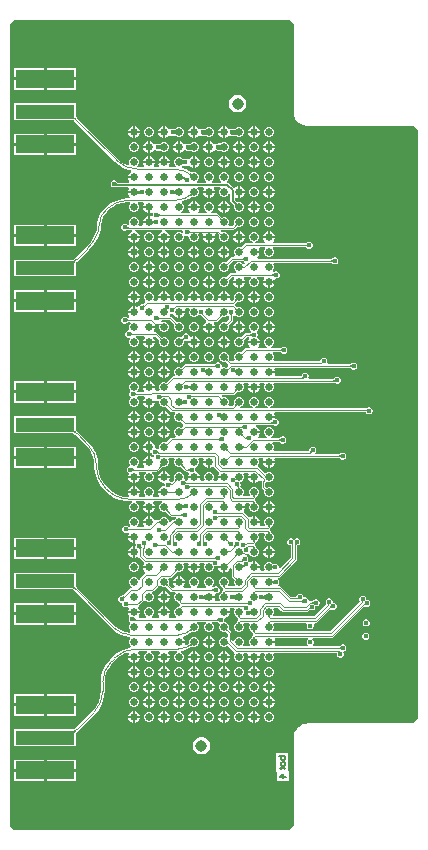
<source format=gbl>
G04*
G04 #@! TF.GenerationSoftware,Altium Limited,Altium Designer,21.1.0 (24)*
G04*
G04 Layer_Physical_Order=4*
G04 Layer_Color=16711680*
%FSLAX44Y44*%
%MOMM*%
G71*
G04*
G04 #@! TF.SameCoordinates,BAFAB9C6-4635-4B56-BF62-033A307C6E1E*
G04*
G04*
G04 #@! TF.FilePolarity,Positive*
G04*
G01*
G75*
%ADD10C,0.2500*%
%ADD11C,0.2000*%
%ADD12R,5.0000X1.6000*%
%ADD17C,0.1250*%
%ADD18C,0.1500*%
%ADD19C,0.1000*%
%ADD20C,0.4000*%
%ADD21C,0.9700*%
%ADD22C,0.4000*%
%ADD23C,5.0000*%
%ADD29R,5.0000X1.2000*%
%ADD30C,0.6400*%
G36*
X57961Y654155D02*
Y580000D01*
X57971Y579950D01*
X57963Y579900D01*
X58011Y578920D01*
X58048Y578773D01*
Y578622D01*
X58431Y576699D01*
X58507Y576514D01*
X58547Y576317D01*
X59297Y574506D01*
X59408Y574339D01*
X59485Y574153D01*
X60574Y572523D01*
X60716Y572381D01*
X60828Y572214D01*
X62214Y570828D01*
X62381Y570716D01*
X62523Y570574D01*
X64153Y569485D01*
X64339Y569408D01*
X64506Y569297D01*
X66317Y568547D01*
X66514Y568507D01*
X66699Y568430D01*
X68622Y568048D01*
X68773D01*
X68920Y568011D01*
X69900Y567963D01*
X69950Y567971D01*
X70000Y567961D01*
X159155Y567961D01*
X162961Y564155D01*
Y65845D01*
X159155Y62039D01*
X70000D01*
X69950Y62029D01*
X69900Y62037D01*
X68920Y61989D01*
X68773Y61952D01*
X68622D01*
X66699Y61569D01*
X66514Y61493D01*
X66317Y61453D01*
X64506Y60703D01*
X64339Y60592D01*
X64153Y60515D01*
X62523Y59426D01*
X62381Y59284D01*
X62214Y59172D01*
X60828Y57786D01*
X60716Y57619D01*
X60574Y57477D01*
X59485Y55847D01*
X59408Y55661D01*
X59297Y55494D01*
X58547Y53683D01*
X58507Y53486D01*
X58431Y53301D01*
X58048Y51378D01*
Y51227D01*
X58011Y51080D01*
X57963Y50100D01*
X57971Y50050D01*
X57961Y50000D01*
Y-24155D01*
X54155Y-27961D01*
X-179155D01*
X-181961Y-25155D01*
Y654155D01*
X-178155Y657961D01*
X54155D01*
X57961Y654155D01*
D02*
G37*
%LPC*%
G36*
X-126400Y616700D02*
X-151130D01*
Y608970D01*
X-126400D01*
Y616700D01*
D02*
G37*
G36*
X-153670D02*
X-178400D01*
Y608970D01*
X-153670D01*
Y616700D01*
D02*
G37*
G36*
X-126400Y606430D02*
X-151130D01*
Y598700D01*
X-126400D01*
Y606430D01*
D02*
G37*
G36*
X-153670D02*
X-178400D01*
Y598700D01*
X-153670D01*
Y606430D01*
D02*
G37*
G36*
X11468Y594250D02*
X9532D01*
X7663Y593749D01*
X5987Y592781D01*
X4618Y591413D01*
X3651Y589737D01*
X3150Y587868D01*
Y585932D01*
X3651Y584063D01*
X4618Y582387D01*
X5987Y581018D01*
X7663Y580051D01*
X9532Y579550D01*
X11468D01*
X13337Y580051D01*
X15013Y581018D01*
X16381Y582387D01*
X17349Y584063D01*
X17850Y585932D01*
Y587868D01*
X17349Y589737D01*
X16381Y591413D01*
X15013Y592781D01*
X13337Y593749D01*
X11468Y594250D01*
D02*
G37*
G36*
X25484Y567850D02*
X25200D01*
Y563400D01*
X27260D01*
X27241Y564216D01*
X27333Y564076D01*
X27446Y563950D01*
X27577Y563839D01*
X27728Y563742D01*
X27899Y563661D01*
X28089Y563594D01*
X28298Y563542D01*
X28387Y563528D01*
X28430Y563536D01*
X28602Y563583D01*
X28766Y563643D01*
X28923Y563717D01*
X29072Y563804D01*
X29213Y563905D01*
X29346Y564019D01*
X29463Y564137D01*
X28858Y565596D01*
X27396Y567058D01*
X25484Y567850D01*
D02*
G37*
G36*
X29473Y564112D02*
X29500Y563400D01*
X29650D01*
Y563684D01*
X29473Y564112D01*
D02*
G37*
G36*
X23700Y567850D02*
X23416D01*
X21504Y567058D01*
X20042Y565596D01*
X19250Y563684D01*
Y563400D01*
X23700D01*
Y567850D01*
D02*
G37*
G36*
X-1700D02*
X-1984D01*
X-3896Y567058D01*
X-5358Y565596D01*
X-6150Y563684D01*
Y563400D01*
X-1700D01*
Y567850D01*
D02*
G37*
G36*
X-27100D02*
X-27384D01*
X-29296Y567058D01*
X-30758Y565596D01*
X-31550Y563684D01*
Y563400D01*
X-27100D01*
Y567850D01*
D02*
G37*
G36*
X-52500D02*
X-52784D01*
X-54696Y567058D01*
X-56158Y565596D01*
X-56950Y563684D01*
Y563400D01*
X-52500D01*
Y567850D01*
D02*
G37*
G36*
X-76116D02*
X-76400D01*
Y563400D01*
X-71950D01*
Y563684D01*
X-72742Y565596D01*
X-74204Y567058D01*
X-76116Y567850D01*
D02*
G37*
G36*
X-77900D02*
X-78184D01*
X-80096Y567058D01*
X-81558Y565596D01*
X-82350Y563684D01*
Y563618D01*
X-82241Y563569D01*
X-82075Y563510D01*
X-81902Y563465D01*
X-81722Y563432D01*
X-81535Y563413D01*
X-81531Y563413D01*
X-81492Y563414D01*
X-81244Y563436D01*
X-81017Y563474D01*
X-80808Y563526D01*
X-80620Y563593D01*
X-80451Y563676D01*
X-80302Y563773D01*
X-80173Y563886D01*
X-80064Y564013D01*
X-79974Y564155D01*
X-79975Y563400D01*
X-77900D01*
Y567850D01*
D02*
G37*
G36*
X29650Y561900D02*
X29557D01*
X29574Y561433D01*
X29650Y561616D01*
Y561900D01*
D02*
G37*
G36*
X28567D02*
X28308D01*
X28130Y561854D01*
X27943Y561786D01*
X27776Y561702D01*
X27630Y561604D01*
X27503Y561490D01*
X27397Y561361D01*
X27311Y561217D01*
X27295Y561900D01*
X25200D01*
Y557450D01*
X25484D01*
X27396Y558242D01*
X28858Y559704D01*
X29549Y561373D01*
X29441Y561467D01*
X29299Y561574D01*
X29151Y561668D01*
X28995Y561750D01*
X28834Y561819D01*
X28666Y561875D01*
X28567Y561900D01*
D02*
G37*
G36*
X-77900D02*
X-79978D01*
X-79980Y561155D01*
X-80069Y561298D01*
X-80178Y561426D01*
X-80307Y561538D01*
X-80455Y561636D01*
X-80624Y561718D01*
X-80812Y561786D01*
X-81020Y561838D01*
X-81247Y561876D01*
X-81495Y561899D01*
X-81536Y561900D01*
X-81540Y561900D01*
X-81727Y561880D01*
X-81907Y561848D01*
X-82080Y561802D01*
X-82247Y561744D01*
X-82350Y561698D01*
Y561616D01*
X-81558Y559704D01*
X-80096Y558242D01*
X-78184Y557450D01*
X-77900D01*
Y561900D01*
D02*
G37*
G36*
X37985Y566850D02*
X36315D01*
X34771Y566211D01*
X33589Y565029D01*
X32950Y563485D01*
Y561814D01*
X33589Y560271D01*
X34771Y559089D01*
X36315Y558450D01*
X37985D01*
X39529Y559089D01*
X40711Y560271D01*
X41350Y561814D01*
Y563485D01*
X40711Y565029D01*
X39529Y566211D01*
X37985Y566850D01*
D02*
G37*
G36*
X84Y567850D02*
X-200D01*
Y562650D01*
Y557450D01*
X84D01*
X1996Y558242D01*
X3458Y559704D01*
X4817Y559840D01*
X4877Y559810D01*
X5080Y559674D01*
X5375Y559615D01*
X5653Y559500D01*
X5954D01*
X6112Y559469D01*
X6228Y559418D01*
X8228Y559378D01*
X8847Y559331D01*
X9040Y559306D01*
X9150Y559285D01*
X9187Y559273D01*
X9371Y559089D01*
X10915Y558450D01*
X12585D01*
X14129Y559089D01*
X15311Y560271D01*
X15950Y561814D01*
Y563485D01*
X15311Y565029D01*
X14129Y566211D01*
X12585Y566850D01*
X10915D01*
X9371Y566211D01*
X8940Y565780D01*
X8915Y565779D01*
X8839Y565748D01*
X8759Y565726D01*
X8625Y565701D01*
X6757Y565586D01*
X6243Y565582D01*
X6131Y565535D01*
X5954Y565500D01*
X5653D01*
X5375Y565385D01*
X5080Y565326D01*
X4974Y565255D01*
X4585Y565236D01*
X3458Y565596D01*
X1996Y567058D01*
X84Y567850D01*
D02*
G37*
G36*
X-25316D02*
X-25600D01*
Y562650D01*
Y557450D01*
X-25316D01*
X-23404Y558242D01*
X-22096Y559550D01*
X-21904Y559712D01*
X-21116Y559872D01*
X-20497Y559873D01*
X-20421Y559841D01*
X-20171Y559674D01*
X-19875Y559615D01*
X-19597Y559500D01*
X-19296D01*
X-19123Y559466D01*
X-19010Y559418D01*
X-17107Y559400D01*
X-16317Y559365D01*
X-16303Y559364D01*
X-16029Y559089D01*
X-14485Y558450D01*
X-12815D01*
X-11271Y559089D01*
X-10089Y560271D01*
X-9450Y561814D01*
Y563485D01*
X-10089Y565029D01*
X-11271Y566211D01*
X-12815Y566850D01*
X-14485D01*
X-16029Y566211D01*
X-16524Y565716D01*
X-18518Y565584D01*
X-19004Y565582D01*
X-19115Y565536D01*
X-19296Y565500D01*
X-19597D01*
X-19875Y565385D01*
X-20171Y565326D01*
X-20394Y565177D01*
X-20422Y565159D01*
X-21553Y565369D01*
X-21727Y565436D01*
X-21942Y565596D01*
X-23404Y567058D01*
X-25316Y567850D01*
D02*
G37*
G36*
X-50716D02*
X-51000D01*
Y562650D01*
Y557450D01*
X-50716D01*
X-48804Y558242D01*
X-47342Y559704D01*
X-45823Y560051D01*
X-45097Y559750D01*
X-43903D01*
X-43543Y559899D01*
X-42356Y559936D01*
X-42214Y559874D01*
X-41429Y559089D01*
X-39885Y558450D01*
X-38215D01*
X-36671Y559089D01*
X-35489Y560271D01*
X-34850Y561814D01*
Y563485D01*
X-35489Y565029D01*
X-36671Y566211D01*
X-38215Y566850D01*
X-39885D01*
X-41429Y566211D01*
X-41700Y565939D01*
X-42801Y565293D01*
X-43903Y565750D01*
X-45097D01*
X-45894Y565420D01*
X-47342Y565596D01*
X-48804Y567058D01*
X-50716Y567850D01*
D02*
G37*
G36*
X-63615Y566850D02*
X-65285D01*
X-66829Y566211D01*
X-68011Y565029D01*
X-68650Y563485D01*
Y561814D01*
X-68011Y560271D01*
X-66829Y559089D01*
X-65285Y558450D01*
X-63615D01*
X-62071Y559089D01*
X-60889Y560271D01*
X-60250Y561814D01*
Y563485D01*
X-60889Y565029D01*
X-62071Y566211D01*
X-63615Y566850D01*
D02*
G37*
G36*
X23700Y561900D02*
X19250D01*
Y561616D01*
X20042Y559704D01*
X21504Y558242D01*
X23416Y557450D01*
X23700D01*
Y561900D01*
D02*
G37*
G36*
X-1700D02*
X-6150D01*
Y561616D01*
X-5358Y559704D01*
X-3896Y558242D01*
X-1984Y557450D01*
X-1700D01*
Y561900D01*
D02*
G37*
G36*
X-27100D02*
X-31550D01*
Y561616D01*
X-30758Y559704D01*
X-29296Y558242D01*
X-27384Y557450D01*
X-27100D01*
Y561900D01*
D02*
G37*
G36*
X-52500D02*
X-56950D01*
Y561616D01*
X-56158Y559704D01*
X-54696Y558242D01*
X-52784Y557450D01*
X-52500D01*
Y561900D01*
D02*
G37*
G36*
X-71950D02*
X-76400D01*
Y557450D01*
X-76116D01*
X-74204Y558242D01*
X-72742Y559704D01*
X-71950Y561616D01*
Y561900D01*
D02*
G37*
G36*
X-126400Y561300D02*
X-151130D01*
Y553570D01*
X-126400D01*
Y561300D01*
D02*
G37*
G36*
X-153670D02*
X-178400D01*
Y553570D01*
X-153670D01*
Y561300D01*
D02*
G37*
G36*
X38184Y555150D02*
X37900D01*
Y550700D01*
X39993D01*
X40008Y551389D01*
X40094Y551245D01*
X40201Y551117D01*
X40327Y551003D01*
X40474Y550905D01*
X40641Y550821D01*
X40828Y550753D01*
X41035Y550700D01*
X42152D01*
X42281Y550732D01*
X42350Y550756D01*
Y550984D01*
X41558Y552896D01*
X40096Y554358D01*
X38184Y555150D01*
D02*
G37*
G36*
X36400D02*
X36116D01*
X34204Y554358D01*
X32742Y552896D01*
X31950Y550984D01*
Y550700D01*
X36400D01*
Y555150D01*
D02*
G37*
G36*
X12784D02*
X12500D01*
Y550700D01*
X16950D01*
Y550984D01*
X16158Y552896D01*
X14696Y554358D01*
X12784Y555150D01*
D02*
G37*
G36*
X11000D02*
X10716D01*
X8804Y554358D01*
X7342Y552896D01*
X6550Y550984D01*
Y550700D01*
X11000D01*
Y555150D01*
D02*
G37*
G36*
X-14400D02*
X-14684D01*
X-16596Y554358D01*
X-18058Y552896D01*
X-18850Y550984D01*
Y550700D01*
X-14400D01*
Y555150D01*
D02*
G37*
G36*
X-39800D02*
X-40084D01*
X-41996Y554358D01*
X-43458Y552896D01*
X-44250Y550984D01*
Y550700D01*
X-39800D01*
Y555150D01*
D02*
G37*
G36*
X-65200D02*
X-65484D01*
X-67396Y554358D01*
X-68858Y552896D01*
X-69650Y550984D01*
Y550700D01*
X-65200D01*
Y555150D01*
D02*
G37*
G36*
X25285Y554150D02*
X23615D01*
X22071Y553511D01*
X20889Y552329D01*
X20250Y550785D01*
Y549114D01*
X20889Y547571D01*
X22071Y546389D01*
X23615Y545750D01*
X25285D01*
X26829Y546389D01*
X28011Y547571D01*
X28650Y549114D01*
Y550785D01*
X28011Y552329D01*
X26829Y553511D01*
X25285Y554150D01*
D02*
G37*
G36*
X-12616Y555150D02*
X-12900D01*
Y549950D01*
Y544750D01*
X-12616D01*
X-10704Y545542D01*
X-9242Y547004D01*
X-9196Y547116D01*
X-8950Y547287D01*
X-8573Y547426D01*
X-7701Y547457D01*
X-7683Y547450D01*
X-7421Y547341D01*
X-7171Y547174D01*
X-6875Y547115D01*
X-6597Y547000D01*
X-6295D01*
X-6000Y546941D01*
X-3881D01*
X-3329Y546389D01*
X-1785Y545750D01*
X-115D01*
X1429Y546389D01*
X2611Y547571D01*
X3250Y549114D01*
Y550785D01*
X2611Y552329D01*
X1429Y553511D01*
X-115Y554150D01*
X-1785D01*
X-3329Y553511D01*
X-3781Y553059D01*
X-6000D01*
X-6295Y553000D01*
X-6597D01*
X-6875Y552885D01*
X-7171Y552826D01*
X-7421Y552659D01*
X-7699Y552543D01*
X-7715Y552528D01*
X-8533Y552536D01*
X-8939Y552670D01*
X-9226Y552858D01*
X-9242Y552896D01*
X-10704Y554358D01*
X-12616Y555150D01*
D02*
G37*
G36*
X-38016D02*
X-38300D01*
Y549950D01*
Y544750D01*
X-38016D01*
X-36104Y545542D01*
X-34642Y547004D01*
X-34511Y547320D01*
X-34111Y547495D01*
X-33326Y547571D01*
X-33055Y547515D01*
X-32912Y547420D01*
X-32699Y547207D01*
X-32421Y547091D01*
X-32171Y546924D01*
X-31875Y546865D01*
X-31597Y546750D01*
X-31295D01*
X-31000Y546691D01*
X-29031D01*
X-28729Y546389D01*
X-27185Y545750D01*
X-25515D01*
X-23971Y546389D01*
X-22789Y547571D01*
X-22150Y549114D01*
Y550785D01*
X-22789Y552329D01*
X-23971Y553511D01*
X-25515Y554150D01*
X-27185D01*
X-28729Y553511D01*
X-29431Y552809D01*
X-31000D01*
X-31295Y552750D01*
X-31597D01*
X-31875Y552635D01*
X-32171Y552576D01*
X-32421Y552409D01*
X-32699Y552293D01*
X-32912Y552080D01*
X-32926Y552071D01*
X-34032Y552191D01*
X-34266Y552266D01*
X-34422Y552366D01*
X-34642Y552896D01*
X-36104Y554358D01*
X-38016Y555150D01*
D02*
G37*
G36*
X-63416D02*
X-63700D01*
Y549950D01*
Y544750D01*
X-63416D01*
X-61504Y545542D01*
X-60042Y547004D01*
X-59797Y547249D01*
X-59072Y547393D01*
X-58512Y547379D01*
X-57597Y547000D01*
X-56403D01*
X-56222Y547075D01*
X-55035Y547210D01*
X-55013Y547201D01*
X-54365Y546626D01*
X-54129Y546389D01*
X-52585Y545750D01*
X-50915D01*
X-49371Y546389D01*
X-48189Y547571D01*
X-47550Y549114D01*
Y550785D01*
X-48189Y552329D01*
X-49371Y553511D01*
X-50915Y554150D01*
X-52585D01*
X-54129Y553511D01*
X-54836Y552804D01*
X-54992Y552741D01*
X-55301Y552543D01*
X-56403Y553000D01*
X-57597D01*
X-58547Y552606D01*
X-58840Y552580D01*
X-60042Y552896D01*
X-61504Y554358D01*
X-63416Y555150D01*
D02*
G37*
G36*
X-76315Y554150D02*
X-77985D01*
X-79529Y553511D01*
X-80711Y552329D01*
X-81350Y550785D01*
Y549114D01*
X-80711Y547571D01*
X-79529Y546389D01*
X-77985Y545750D01*
X-76315D01*
X-74771Y546389D01*
X-73589Y547571D01*
X-72950Y549114D01*
Y550785D01*
X-73589Y552329D01*
X-74771Y553511D01*
X-76315Y554150D01*
D02*
G37*
G36*
X39961Y549200D02*
X37900D01*
Y544750D01*
X38184D01*
X40096Y545542D01*
X41558Y547004D01*
X42350Y548916D01*
Y548978D01*
X42223Y549025D01*
X42051Y549072D01*
X41872Y549105D01*
X41684Y549125D01*
X41603Y549128D01*
X41476Y549124D01*
X41228Y549102D01*
X41000Y549065D01*
X40791Y549013D01*
X40601Y548946D01*
X40431Y548865D01*
X40280Y548768D01*
X40149Y548657D01*
X40037Y548531D01*
X39944Y548390D01*
X39961Y549200D01*
D02*
G37*
G36*
X36400D02*
X31950D01*
Y548916D01*
X32742Y547004D01*
X34204Y545542D01*
X36116Y544750D01*
X36400D01*
Y549200D01*
D02*
G37*
G36*
X16950D02*
X12500D01*
Y544750D01*
X12784D01*
X14696Y545542D01*
X16158Y547004D01*
X16950Y548916D01*
Y549200D01*
D02*
G37*
G36*
X11000D02*
X6550D01*
Y548916D01*
X7342Y547004D01*
X8804Y545542D01*
X10716Y544750D01*
X11000D01*
Y549200D01*
D02*
G37*
G36*
X-14400D02*
X-18850D01*
Y548916D01*
X-18058Y547004D01*
X-16596Y545542D01*
X-14684Y544750D01*
X-14400D01*
Y549200D01*
D02*
G37*
G36*
X-39800D02*
X-44250D01*
Y548916D01*
X-43458Y547004D01*
X-41996Y545542D01*
X-40084Y544750D01*
X-39800D01*
Y549200D01*
D02*
G37*
G36*
X-65200D02*
X-69650D01*
Y548916D01*
X-68858Y547004D01*
X-67396Y545542D01*
X-65484Y544750D01*
X-65200D01*
Y549200D01*
D02*
G37*
G36*
X-126400Y551030D02*
X-151130D01*
Y543300D01*
X-126400D01*
Y551030D01*
D02*
G37*
G36*
X-153670D02*
X-178400D01*
Y543300D01*
X-153670D01*
Y551030D01*
D02*
G37*
G36*
X25484Y542450D02*
X25200D01*
Y538000D01*
X29650D01*
Y538284D01*
X28858Y540196D01*
X27396Y541658D01*
X25484Y542450D01*
D02*
G37*
G36*
X23700D02*
X23416D01*
X21504Y541658D01*
X20042Y540196D01*
X19250Y538284D01*
Y538000D01*
X19839D01*
Y538000D01*
X20106Y538008D01*
X20310Y538026D01*
X20242Y538568D01*
X20388Y538460D01*
X20539Y538363D01*
X20695Y538278D01*
X20856Y538204D01*
X20939Y538173D01*
X20978Y538187D01*
X21147Y538270D01*
X21296Y538368D01*
X21425Y538480D01*
X21534Y538607D01*
X21623Y538750D01*
Y538016D01*
X21740Y538006D01*
X21932Y538000D01*
Y538000D01*
X23700D01*
Y542450D01*
D02*
G37*
G36*
X84D02*
X-200D01*
Y538000D01*
X4250D01*
Y538284D01*
X3458Y540196D01*
X1996Y541658D01*
X84Y542450D01*
D02*
G37*
G36*
X-1700D02*
X-1984D01*
X-3896Y541658D01*
X-5358Y540196D01*
X-6046Y538534D01*
X-5920Y538424D01*
X-5777Y538318D01*
X-5628Y538224D01*
X-5473Y538143D01*
X-5311Y538074D01*
X-5143Y538018D01*
X-5073Y538000D01*
X-4783D01*
X-4631Y538039D01*
X-4445Y538107D01*
X-4278Y538191D01*
X-4132Y538289D01*
X-4006Y538403D01*
X-3900Y538532D01*
X-3814Y538677D01*
X-3797Y538000D01*
X-1700D01*
Y542450D01*
D02*
G37*
G36*
X-6055Y538514D02*
X-6150Y538284D01*
Y538000D01*
X-6034D01*
X-6055Y538514D01*
D02*
G37*
G36*
X-25316Y542450D02*
X-25600D01*
Y538000D01*
X-21150D01*
Y538284D01*
X-21942Y540196D01*
X-23404Y541658D01*
X-25316Y542450D01*
D02*
G37*
G36*
X-50716D02*
X-51000D01*
Y538000D01*
X-46550D01*
Y538284D01*
X-47342Y540196D01*
X-48804Y541658D01*
X-50716Y542450D01*
D02*
G37*
G36*
X-52500D02*
X-52784D01*
X-54696Y541658D01*
X-56158Y540196D01*
X-56950Y538284D01*
Y538000D01*
X-56686D01*
X-56758Y538568D01*
X-56612Y538460D01*
X-56461Y538363D01*
X-56305Y538278D01*
X-56144Y538204D01*
X-55977Y538142D01*
X-55806Y538091D01*
X-55666Y538060D01*
X-55618Y538068D01*
X-55410Y538120D01*
X-55222Y538187D01*
X-55053Y538270D01*
X-54904Y538368D01*
X-54775Y538480D01*
X-54666Y538607D01*
X-54577Y538750D01*
Y538000D01*
X-52500D01*
Y542450D01*
D02*
G37*
G36*
X-63416D02*
X-63700D01*
Y538000D01*
X-59250D01*
Y538284D01*
X-60042Y540196D01*
X-61504Y541658D01*
X-63416Y542450D01*
D02*
G37*
G36*
X-65200D02*
X-65484D01*
X-67396Y541658D01*
X-68858Y540196D01*
X-69650Y538284D01*
Y538000D01*
X-65200D01*
Y542450D01*
D02*
G37*
G36*
X23700Y536500D02*
X22136D01*
Y536500D01*
X21940Y536493D01*
X21753Y536472D01*
X21623Y536446D01*
Y535750D01*
X21534Y535892D01*
X21425Y536020D01*
X21296Y536133D01*
X21147Y536230D01*
X21108Y536249D01*
X21098Y536244D01*
X20958Y536152D01*
X20827Y536045D01*
X20705Y535924D01*
X20592Y535789D01*
X20510Y536444D01*
X20354Y536470D01*
X20106Y536493D01*
X19839Y536500D01*
Y536500D01*
X19250D01*
Y536216D01*
X20042Y534304D01*
X21504Y532842D01*
X23416Y532050D01*
X23700D01*
Y536500D01*
D02*
G37*
G36*
X-1700D02*
X-3758D01*
X-3737Y535678D01*
X-3830Y535818D01*
X-3943Y535944D01*
X-4075Y536055D01*
X-4226Y536151D01*
X-4396Y536232D01*
X-4586Y536299D01*
X-4796Y536351D01*
X-4870Y536363D01*
X-4901Y536357D01*
X-5073Y536310D01*
X-5237Y536249D01*
X-5393Y536175D01*
X-5542Y536088D01*
X-5682Y535987D01*
X-5815Y535873D01*
X-5940Y535745D01*
X-5972Y536500D01*
X-6150D01*
Y536216D01*
X-5358Y534304D01*
X-3896Y532842D01*
X-1984Y532050D01*
X-1700D01*
Y536500D01*
D02*
G37*
G36*
X37985Y541450D02*
X36315D01*
X34771Y540811D01*
X33589Y539629D01*
X32950Y538085D01*
Y536414D01*
X33589Y534871D01*
X34771Y533689D01*
X36315Y533050D01*
X37985D01*
X39529Y533689D01*
X40711Y534871D01*
X41350Y536414D01*
Y538085D01*
X40711Y539629D01*
X39529Y540811D01*
X37985Y541450D01*
D02*
G37*
G36*
X12585D02*
X10915D01*
X9371Y540811D01*
X8189Y539629D01*
X7550Y538085D01*
Y536414D01*
X8189Y534871D01*
X9371Y533689D01*
X10915Y533050D01*
X12585D01*
X14129Y533689D01*
X15311Y534871D01*
X15950Y536414D01*
Y538085D01*
X15311Y539629D01*
X14129Y540811D01*
X12585Y541450D01*
D02*
G37*
G36*
X-12815D02*
X-14485D01*
X-16029Y540811D01*
X-17211Y539629D01*
X-17850Y538085D01*
Y536414D01*
X-17211Y534871D01*
X-16029Y533689D01*
X-14485Y533050D01*
X-12815D01*
X-11271Y533689D01*
X-10089Y534871D01*
X-9450Y536414D01*
Y538085D01*
X-10089Y539629D01*
X-11271Y540811D01*
X-12815Y541450D01*
D02*
G37*
G36*
X29650Y536500D02*
X25200D01*
Y532050D01*
X25484D01*
X27396Y532842D01*
X28858Y534304D01*
X29650Y536216D01*
Y536500D01*
D02*
G37*
G36*
X4250D02*
X-200D01*
Y532050D01*
X84D01*
X1996Y532842D01*
X3458Y534304D01*
X4250Y536216D01*
Y536500D01*
D02*
G37*
G36*
X-21150D02*
X-25600D01*
Y532050D01*
X-25316D01*
X-23404Y532842D01*
X-21942Y534304D01*
X-21150Y536216D01*
Y536500D01*
D02*
G37*
G36*
X-126400Y587000D02*
X-178400D01*
Y573000D01*
X-128487D01*
X-128113Y572688D01*
X-127932Y572518D01*
X-127830Y572480D01*
X-127768Y572392D01*
X-127728Y572385D01*
X-92861Y537518D01*
X-92898Y537481D01*
X-89663Y534719D01*
X-86036Y532496D01*
X-82106Y530868D01*
X-80015Y530366D01*
X-79910Y529035D01*
X-80096Y528958D01*
X-81558Y527495D01*
X-82344Y525600D01*
X-82272Y525560D01*
X-82114Y525487D01*
X-81948Y525428D01*
X-81775Y525382D01*
X-81595Y525350D01*
X-81450Y525334D01*
X-81240Y525353D01*
X-81012Y525391D01*
X-80804Y525443D01*
X-80615Y525510D01*
X-80446Y525592D01*
X-80296Y525689D01*
X-80166Y525802D01*
X-80056Y525928D01*
X-79966Y526071D01*
X-79971Y525300D01*
X-77150D01*
Y523800D01*
X-79982D01*
X-79988Y523071D01*
X-80076Y523214D01*
X-80184Y523341D01*
X-80312Y523454D01*
X-80461Y523552D01*
X-80628Y523635D01*
X-80816Y523703D01*
X-81024Y523755D01*
X-81252Y523793D01*
X-81327Y523800D01*
X-81590D01*
X-81614Y523797D01*
X-81794Y523765D01*
X-81968Y523720D01*
X-82134Y523662D01*
X-82294Y523592D01*
X-82350Y523561D01*
Y523516D01*
X-81558Y521604D01*
X-81008Y521054D01*
X-81534Y519784D01*
X-90583D01*
X-90636Y519817D01*
X-90708Y519801D01*
X-90776Y519832D01*
X-90933Y519837D01*
X-91020Y519848D01*
X-91049Y519855D01*
X-91160Y519982D01*
X-91457Y520699D01*
X-92301Y521543D01*
X-93403Y522000D01*
X-94597D01*
X-95699Y521543D01*
X-96543Y520699D01*
X-97000Y519597D01*
Y518403D01*
X-96543Y517301D01*
X-95699Y516457D01*
X-94597Y516000D01*
X-93403D01*
X-93248Y516064D01*
X-93201Y516048D01*
X-93096Y516055D01*
X-93094Y516055D01*
X-93093Y516055D01*
X-91387Y516166D01*
X-91063Y516168D01*
X-90949Y516216D01*
X-81798D01*
X-81312Y515042D01*
X-81558Y514795D01*
X-82350Y512884D01*
Y512600D01*
X-77150D01*
Y511100D01*
X-82350D01*
Y510816D01*
X-81558Y508904D01*
X-80581Y507927D01*
X-81107Y506657D01*
X-82479D01*
Y506752D01*
X-87618Y506246D01*
X-92560Y504747D01*
X-97115Y502312D01*
X-101098Y499043D01*
X-101098Y499043D01*
X-102003Y498161D01*
X-102773Y497530D01*
X-105107Y494686D01*
X-106841Y491440D01*
X-107910Y487919D01*
X-108154Y485436D01*
X-108268Y484278D01*
X-108259Y483119D01*
X-108265Y482957D01*
X-108674Y479856D01*
X-109312Y478315D01*
X-109312Y478315D01*
X-109310Y478311D01*
X-110691Y474977D01*
X-113776Y469943D01*
X-117561Y465511D01*
X-117624Y465469D01*
X-126982Y456111D01*
X-127019Y456056D01*
X-128902Y454511D01*
X-128919Y454500D01*
X-129303D01*
X-129359Y454520D01*
X-129401Y454500D01*
X-178400D01*
Y440500D01*
X-126400D01*
Y451637D01*
X-126386Y451663D01*
X-126400Y451713D01*
Y451788D01*
X-126380Y451844D01*
X-126400Y451886D01*
Y451997D01*
X-126354Y452055D01*
X-125990Y452432D01*
X-125747Y452653D01*
X-125716Y452719D01*
X-125651Y452752D01*
X-125615Y452867D01*
X-124602Y453731D01*
X-124639Y453768D01*
X-115281Y463126D01*
X-115214Y463059D01*
X-111035Y467952D01*
X-107673Y473439D01*
X-106226Y476931D01*
X-106153Y477040D01*
X-106119Y477059D01*
X-106117Y477058D01*
X-105181Y480146D01*
X-104896Y483038D01*
X-104833Y483678D01*
X-104832Y483680D01*
X-104763Y484278D01*
X-104768Y484289D01*
X-104864Y484392D01*
X-104581Y487257D01*
X-103706Y490142D01*
X-102285Y492800D01*
X-100373Y495131D01*
X-98802Y496420D01*
X-98802Y496420D01*
Y496420D01*
X-97932Y497272D01*
X-95229Y499491D01*
X-91262Y501612D01*
X-86956Y502918D01*
X-82530Y503354D01*
X-82479Y503343D01*
X-80693D01*
X-80167Y502073D01*
X-80711Y501529D01*
X-81350Y499985D01*
Y498315D01*
X-80711Y496771D01*
X-79529Y495589D01*
X-77985Y494950D01*
X-76315D01*
X-74771Y495589D01*
X-73589Y496771D01*
X-72950Y498315D01*
Y499985D01*
X-73589Y501529D01*
X-74134Y502073D01*
X-73608Y503343D01*
X-69270D01*
X-68784Y502170D01*
X-68858Y502095D01*
X-69650Y500184D01*
Y499900D01*
X-64450D01*
Y499150D01*
X-63700D01*
Y493950D01*
X-63416D01*
X-61771Y494631D01*
X-60909Y493927D01*
X-60792Y493767D01*
X-61118Y492979D01*
Y492073D01*
X-61811Y491397D01*
X-62234Y491161D01*
X-63416Y491650D01*
X-63700D01*
Y486450D01*
X-64450D01*
Y485700D01*
X-69650D01*
Y485416D01*
X-69330Y484644D01*
X-70179Y483374D01*
X-72627D01*
X-73352Y484644D01*
X-72950Y485615D01*
Y487285D01*
X-73589Y488829D01*
X-74771Y490011D01*
X-76315Y490650D01*
X-77985D01*
X-79529Y490011D01*
X-80711Y488829D01*
X-81350Y487285D01*
Y485615D01*
X-81170Y485180D01*
X-81286Y484864D01*
X-81930Y483966D01*
X-82573Y483902D01*
X-82768Y484001D01*
X-83251Y484483D01*
X-84353Y484940D01*
X-85547D01*
X-86649Y484483D01*
X-87493Y483640D01*
X-87950Y482537D01*
Y481343D01*
X-87493Y480241D01*
X-86649Y479397D01*
X-85547Y478940D01*
X-84353D01*
X-83251Y479397D01*
X-83128Y479520D01*
X-82999Y479555D01*
X-82639Y479833D01*
X-82507Y479921D01*
X-82375Y479999D01*
X-82257Y480059D01*
X-82152Y480104D01*
X-82087Y480126D01*
X-78410D01*
X-78184Y478950D01*
X-80096Y478158D01*
X-81558Y476696D01*
X-82350Y474784D01*
Y474500D01*
X-71950D01*
Y474784D01*
X-72742Y476696D01*
X-74204Y478158D01*
X-76116Y478950D01*
X-75890Y480126D01*
X-53010D01*
X-52784Y478950D01*
X-54696Y478158D01*
X-56158Y476696D01*
X-56950Y474784D01*
Y474500D01*
X-46550D01*
Y474784D01*
X-47342Y476696D01*
X-48804Y478158D01*
X-50716Y478950D01*
X-50490Y480126D01*
X-36221D01*
X-35507Y479057D01*
X-35702Y478090D01*
X-35924Y477911D01*
X-36913Y477411D01*
X-38215Y477950D01*
X-39885D01*
X-41429Y477311D01*
X-42611Y476129D01*
X-43250Y474585D01*
Y472915D01*
X-42611Y471371D01*
X-41429Y470189D01*
X-39885Y469550D01*
X-38215D01*
X-36671Y470189D01*
X-35489Y471371D01*
X-34850Y472915D01*
Y474553D01*
X-34801Y474621D01*
X-34790Y474632D01*
X-33810Y475392D01*
X-33046Y475076D01*
X-31852D01*
X-31694Y475141D01*
X-31316Y474957D01*
X-30550Y474241D01*
Y472915D01*
X-29911Y471371D01*
X-28729Y470189D01*
X-27185Y469550D01*
X-25515D01*
X-23971Y470189D01*
X-22789Y471371D01*
X-22150Y472915D01*
Y474585D01*
X-22573Y475606D01*
X-21877Y476876D01*
X-19358D01*
X-18510Y475606D01*
X-18850Y474784D01*
Y474500D01*
X-8450D01*
Y474784D01*
X-8791Y475606D01*
X-7942Y476876D01*
X-6373D01*
X-4837Y475341D01*
X-5150Y474585D01*
Y472915D01*
X-4511Y471371D01*
X-3329Y470189D01*
X-1785Y469550D01*
X-115D01*
X1429Y470189D01*
X2611Y471371D01*
X3250Y472915D01*
Y474585D01*
X2611Y476129D01*
X1429Y477311D01*
X-115Y477950D01*
X-1785D01*
X-2541Y477637D01*
X-3760Y478856D01*
X-3234Y480126D01*
X7050D01*
X8198Y480602D01*
X10159Y482563D01*
X10915Y482250D01*
X12585D01*
X14129Y482889D01*
X15311Y484071D01*
X15950Y485615D01*
Y487285D01*
X15311Y488829D01*
X14129Y490011D01*
X12585Y490650D01*
X10915D01*
X9371Y490011D01*
X8189Y488829D01*
X7550Y487285D01*
Y485615D01*
X7863Y484859D01*
X6378Y483374D01*
X3573D01*
X2848Y484644D01*
X3250Y485615D01*
Y487285D01*
X2611Y488829D01*
X1429Y490011D01*
X-115Y490650D01*
X-1785D01*
X-2541Y490337D01*
X-5734Y493530D01*
X-6882Y494006D01*
X-11776D01*
X-12029Y495275D01*
X-11271Y495589D01*
X-10089Y496771D01*
X-9450Y498315D01*
Y499985D01*
X-10089Y501529D01*
X-11271Y502711D01*
X-12815Y503350D01*
X-14485D01*
X-16029Y502711D01*
X-17211Y501529D01*
X-17850Y499985D01*
Y498315D01*
X-17211Y496771D01*
X-16029Y495589D01*
X-15271Y495275D01*
X-15524Y494006D01*
X-22345D01*
X-22871Y495275D01*
X-21942Y496204D01*
X-21150Y498116D01*
Y498400D01*
X-31550D01*
Y498116D01*
X-30758Y496204D01*
X-29829Y495275D01*
X-30356Y494006D01*
X-37176D01*
X-37429Y495275D01*
X-36671Y495589D01*
X-35489Y496771D01*
X-34850Y498315D01*
Y499985D01*
X-35489Y501529D01*
X-36671Y502710D01*
X-36568Y504043D01*
X-33224Y505057D01*
X-29146Y507237D01*
X-28687Y507613D01*
X-28640Y507623D01*
X-28473Y507735D01*
X-28345Y507812D01*
X-28236Y507868D01*
X-28149Y507905D01*
X-28087Y507925D01*
X-28067Y507929D01*
X-28059Y507926D01*
X-28030Y507927D01*
X-28014Y507924D01*
X-27991Y507929D01*
X-27891Y507933D01*
X-27738Y507862D01*
X-27716Y507870D01*
X-27185Y507650D01*
X-25515D01*
X-23971Y508289D01*
X-22789Y509471D01*
X-22150Y511015D01*
Y512685D01*
X-22789Y514229D01*
X-23506Y514946D01*
X-22980Y516216D01*
X-18297D01*
X-17811Y515042D01*
X-18058Y514795D01*
X-18633Y513408D01*
X-18516Y513283D01*
X-18386Y513167D01*
X-18248Y513064D01*
X-18102Y512975D01*
X-17947Y512900D01*
X-17785Y512839D01*
X-17614Y512791D01*
X-17567Y512781D01*
X-17482Y512795D01*
X-17272Y512846D01*
X-17081Y512912D01*
X-16910Y512993D01*
X-16757Y513089D01*
X-16623Y513199D01*
X-16509Y513323D01*
X-16414Y513463D01*
X-16449Y512600D01*
X-8450D01*
Y512884D01*
X-9242Y514795D01*
X-9488Y515042D01*
X-9003Y516216D01*
X-4320D01*
X-3794Y514946D01*
X-4511Y514229D01*
X-5150Y512685D01*
Y511015D01*
X-4511Y509471D01*
X-3329Y508289D01*
X-1785Y507650D01*
X-115D01*
X1429Y508289D01*
X2611Y509471D01*
X3240Y510991D01*
X3252Y511016D01*
X4520Y511744D01*
X4522Y511743D01*
Y504594D01*
X4658Y503911D01*
X5044Y503332D01*
X7131Y501245D01*
X7173Y501136D01*
X7333Y500967D01*
X7446Y500832D01*
X7531Y500713D01*
X7591Y500613D01*
X7628Y500534D01*
X7647Y500478D01*
X7655Y500442D01*
X7656Y500424D01*
X7655Y500415D01*
X7635Y500329D01*
X7652Y500232D01*
X7550Y499985D01*
Y498315D01*
X8189Y496771D01*
X9371Y495589D01*
X10915Y494950D01*
X12585D01*
X14129Y495589D01*
X15311Y496771D01*
X15950Y498315D01*
Y499985D01*
X15311Y501529D01*
X14129Y502711D01*
X12585Y503350D01*
X10915D01*
X10668Y503248D01*
X10571Y503265D01*
X10485Y503245D01*
X10476Y503244D01*
X10458Y503246D01*
X10422Y503253D01*
X10366Y503272D01*
X10287Y503309D01*
X10187Y503369D01*
X10068Y503454D01*
X9933Y503567D01*
X9764Y503727D01*
X9654Y503769D01*
X8107Y505317D01*
X8199Y506558D01*
X9360Y507211D01*
X10716Y506650D01*
X11000D01*
Y511850D01*
Y517050D01*
X10716D01*
X8804Y516258D01*
X7532Y514986D01*
X3256Y519262D01*
X2678Y519649D01*
X1995Y519784D01*
X1838D01*
X1517Y520729D01*
X1494Y521054D01*
X2611Y522171D01*
X3250Y523714D01*
Y525385D01*
X2611Y526929D01*
X1429Y528111D01*
X-115Y528750D01*
X-1785D01*
X-3329Y528111D01*
X-4511Y526929D01*
X-5150Y525385D01*
Y523714D01*
X-4511Y522171D01*
X-3394Y521054D01*
X-3417Y520729D01*
X-3738Y519784D01*
X-10862D01*
X-11183Y520729D01*
X-11206Y521054D01*
X-10089Y522171D01*
X-9450Y523714D01*
Y525385D01*
X-10089Y526929D01*
X-11271Y528111D01*
X-12815Y528750D01*
X-14485D01*
X-16029Y528111D01*
X-17211Y526929D01*
X-17850Y525385D01*
Y523714D01*
X-17211Y522171D01*
X-16094Y521054D01*
X-16118Y520729D01*
X-16438Y519784D01*
X-23562D01*
X-23883Y520729D01*
X-23906Y521054D01*
X-22789Y522171D01*
X-22150Y523714D01*
Y525385D01*
X-22789Y526929D01*
X-23971Y528111D01*
X-25515Y528750D01*
X-27185D01*
X-27800Y528495D01*
X-27829Y528506D01*
X-27980Y528430D01*
X-28081Y528432D01*
X-28104Y528436D01*
X-28120Y528433D01*
X-28149Y528433D01*
X-28157Y528430D01*
X-28176Y528434D01*
X-28238Y528453D01*
X-28325Y528487D01*
X-28435Y528541D01*
X-28565Y528615D01*
X-28580Y528625D01*
X-28848Y528844D01*
X-33104Y531119D01*
X-36829Y532249D01*
X-36895Y533597D01*
X-36671Y533689D01*
X-35763Y534598D01*
X-35674Y534635D01*
X-34597Y534250D01*
X-33403D01*
X-32301Y534707D01*
X-32300Y534707D01*
X-30802Y534409D01*
X-30758Y534304D01*
X-29296Y532842D01*
X-27384Y532050D01*
X-27100D01*
Y537250D01*
Y542450D01*
X-27384D01*
X-29296Y541658D01*
X-30758Y540196D01*
X-30802Y540091D01*
X-32300Y539793D01*
X-32301Y539793D01*
X-33403Y540250D01*
X-34597D01*
X-35674Y539865D01*
X-35763Y539902D01*
X-36671Y540811D01*
X-38215Y541450D01*
X-39885D01*
X-41429Y540811D01*
X-42611Y539629D01*
X-43250Y538085D01*
Y536414D01*
X-42611Y534871D01*
X-41953Y534213D01*
X-42525Y532994D01*
X-43764Y532907D01*
X-47080D01*
X-47566Y534080D01*
X-47342Y534304D01*
X-46550Y536216D01*
Y536500D01*
X-54577D01*
Y535750D01*
X-54666Y535892D01*
X-54775Y536020D01*
X-54904Y536133D01*
X-55053Y536230D01*
X-55222Y536312D01*
X-55410Y536380D01*
X-55520Y536408D01*
X-55593Y536386D01*
X-55752Y536322D01*
X-55901Y536244D01*
X-56042Y536152D01*
X-56173Y536045D01*
X-56295Y535924D01*
X-56408Y535789D01*
X-56497Y536500D01*
X-56950D01*
Y536216D01*
X-56158Y534304D01*
X-55934Y534080D01*
X-56420Y532907D01*
X-59780D01*
X-60266Y534080D01*
X-60042Y534304D01*
X-59250Y536216D01*
Y536500D01*
X-69650D01*
Y536216D01*
X-68858Y534304D01*
X-68634Y534080D01*
X-69120Y532907D01*
X-73729D01*
X-73794Y532894D01*
X-74246Y534215D01*
X-73589Y534871D01*
X-72950Y536414D01*
Y538085D01*
X-73589Y539629D01*
X-74771Y540811D01*
X-76315Y541450D01*
X-77985D01*
X-79529Y540811D01*
X-80711Y539629D01*
X-81350Y538085D01*
Y536414D01*
X-80953Y535457D01*
X-81897Y534416D01*
X-82822Y534696D01*
X-86931Y536892D01*
X-90481Y539806D01*
X-90518Y539861D01*
X-125578Y574921D01*
X-125522Y574978D01*
X-125763Y575176D01*
X-126113Y575525D01*
X-126357Y575799D01*
X-126400Y575854D01*
Y587000D01*
D02*
G37*
G36*
X37985Y528750D02*
X36315D01*
X34771Y528111D01*
X33589Y526929D01*
X32950Y525385D01*
Y523714D01*
X33589Y522171D01*
X34771Y520989D01*
X36315Y520350D01*
X37985D01*
X39529Y520989D01*
X40711Y522171D01*
X41350Y523714D01*
Y525385D01*
X40711Y526929D01*
X39529Y528111D01*
X37985Y528750D01*
D02*
G37*
G36*
X25285D02*
X23615D01*
X22071Y528111D01*
X20889Y526929D01*
X20250Y525385D01*
Y523714D01*
X20889Y522171D01*
X22071Y520989D01*
X23615Y520350D01*
X25285D01*
X26829Y520989D01*
X28011Y522171D01*
X28650Y523714D01*
Y525385D01*
X28011Y526929D01*
X26829Y528111D01*
X25285Y528750D01*
D02*
G37*
G36*
X12585D02*
X10915D01*
X9371Y528111D01*
X8189Y526929D01*
X7550Y525385D01*
Y523714D01*
X8189Y522171D01*
X9371Y520989D01*
X10915Y520350D01*
X12585D01*
X14129Y520989D01*
X15311Y522171D01*
X15950Y523714D01*
Y525385D01*
X15311Y526929D01*
X14129Y528111D01*
X12585Y528750D01*
D02*
G37*
G36*
X38184Y517050D02*
X37900D01*
Y512600D01*
X42350D01*
Y512884D01*
X41558Y514795D01*
X40096Y516258D01*
X38184Y517050D01*
D02*
G37*
G36*
X36400D02*
X36116D01*
X34204Y516258D01*
X32742Y514795D01*
X31950Y512884D01*
Y512600D01*
X36400D01*
Y517050D01*
D02*
G37*
G36*
X12784D02*
X12500D01*
Y512600D01*
X16950D01*
Y512884D01*
X16158Y514795D01*
X14696Y516258D01*
X12784Y517050D01*
D02*
G37*
G36*
X-18640Y513392D02*
X-18850Y512884D01*
Y512600D01*
X-18691D01*
X-18640Y513392D01*
D02*
G37*
G36*
X-18788Y511100D02*
X-18850D01*
Y510816D01*
X-18812Y510724D01*
X-18788Y511100D01*
D02*
G37*
G36*
X-14400D02*
X-16509D01*
X-16535Y510465D01*
X-16618Y510610D01*
X-16722Y510740D01*
X-16847Y510855D01*
X-16992Y510954D01*
X-17157Y511038D01*
X-17324Y511100D01*
X-17991D01*
X-18063Y511077D01*
X-18226Y511009D01*
X-18384Y510930D01*
X-18535Y510839D01*
X-18680Y510735D01*
X-18781Y510650D01*
X-18058Y508904D01*
X-16596Y507442D01*
X-14684Y506650D01*
X-14400D01*
Y511100D01*
D02*
G37*
G36*
X25285Y516050D02*
X23615D01*
X22071Y515411D01*
X20889Y514229D01*
X20250Y512685D01*
Y511015D01*
X20889Y509471D01*
X22071Y508289D01*
X23615Y507650D01*
X25285D01*
X26829Y508289D01*
X28011Y509471D01*
X28650Y511015D01*
Y512685D01*
X28011Y514229D01*
X26829Y515411D01*
X25285Y516050D01*
D02*
G37*
G36*
X42350Y511100D02*
X37900D01*
Y506650D01*
X38184D01*
X40096Y507442D01*
X41558Y508904D01*
X42350Y510816D01*
Y511100D01*
D02*
G37*
G36*
X36400D02*
X31950D01*
Y510816D01*
X32742Y508904D01*
X34204Y507442D01*
X36116Y506650D01*
X36400D01*
Y511100D01*
D02*
G37*
G36*
X16950D02*
X12500D01*
Y506650D01*
X12784D01*
X14696Y507442D01*
X16158Y508904D01*
X16950Y510816D01*
Y511100D01*
D02*
G37*
G36*
X-8450D02*
X-12900D01*
Y506650D01*
X-12616D01*
X-10704Y507442D01*
X-9242Y508904D01*
X-8450Y510816D01*
Y511100D01*
D02*
G37*
G36*
X25484Y504350D02*
X25200D01*
Y499900D01*
X29650D01*
Y500184D01*
X28858Y502095D01*
X27396Y503558D01*
X25484Y504350D01*
D02*
G37*
G36*
X23700D02*
X23416D01*
X21504Y503558D01*
X20042Y502095D01*
X19250Y500184D01*
Y499900D01*
X23700D01*
Y504350D01*
D02*
G37*
G36*
X84D02*
X-200D01*
Y499900D01*
X4250D01*
Y500184D01*
X3458Y502095D01*
X1996Y503558D01*
X84Y504350D01*
D02*
G37*
G36*
X-1700D02*
X-1984D01*
X-3896Y503558D01*
X-5358Y502095D01*
X-6150Y500184D01*
Y499900D01*
X-1700D01*
Y504350D01*
D02*
G37*
G36*
X-25316D02*
X-25600D01*
Y499900D01*
X-21150D01*
Y500184D01*
X-21942Y502095D01*
X-23404Y503558D01*
X-25316Y504350D01*
D02*
G37*
G36*
X-27100D02*
X-27384D01*
X-29296Y503558D01*
X-30758Y502095D01*
X-31550Y500184D01*
Y499900D01*
X-27100D01*
Y504350D01*
D02*
G37*
G36*
X37985Y503350D02*
X36315D01*
X34771Y502711D01*
X33589Y501529D01*
X32950Y499985D01*
Y498315D01*
X33589Y496771D01*
X34771Y495589D01*
X36315Y494950D01*
X37985D01*
X39529Y495589D01*
X40711Y496771D01*
X41350Y498315D01*
Y499985D01*
X40711Y501529D01*
X39529Y502711D01*
X37985Y503350D01*
D02*
G37*
G36*
X29650Y498400D02*
X25200D01*
Y493950D01*
X25484D01*
X27396Y494742D01*
X28858Y496204D01*
X29650Y498116D01*
Y498400D01*
D02*
G37*
G36*
X23700D02*
X19250D01*
Y498116D01*
X20042Y496204D01*
X21504Y494742D01*
X23416Y493950D01*
X23700D01*
Y498400D01*
D02*
G37*
G36*
X4250D02*
X-200D01*
Y493950D01*
X84D01*
X1996Y494742D01*
X3458Y496204D01*
X4250Y498116D01*
Y498400D01*
D02*
G37*
G36*
X-1700D02*
X-6150D01*
Y498116D01*
X-5358Y496204D01*
X-3896Y494742D01*
X-1984Y493950D01*
X-1700D01*
Y498400D01*
D02*
G37*
G36*
X-65200D02*
X-69650D01*
Y498116D01*
X-68858Y496204D01*
X-67396Y494742D01*
X-65484Y493950D01*
X-65200D01*
Y498400D01*
D02*
G37*
G36*
Y491650D02*
X-65484D01*
X-67396Y490858D01*
X-68858Y489395D01*
X-69650Y487484D01*
Y487200D01*
X-65200D01*
Y491650D01*
D02*
G37*
G36*
X37985Y490650D02*
X36315D01*
X34771Y490011D01*
X33589Y488829D01*
X32950Y487285D01*
Y485615D01*
X33589Y484071D01*
X34771Y482889D01*
X36315Y482250D01*
X37985D01*
X39529Y482889D01*
X40711Y484071D01*
X41350Y485615D01*
Y487285D01*
X40711Y488829D01*
X39529Y490011D01*
X37985Y490650D01*
D02*
G37*
G36*
X25285D02*
X23615D01*
X22071Y490011D01*
X20889Y488829D01*
X20250Y487285D01*
Y485615D01*
X20889Y484071D01*
X22071Y482889D01*
X23615Y482250D01*
X25285D01*
X26829Y482889D01*
X28011Y484071D01*
X28650Y485615D01*
Y487285D01*
X28011Y488829D01*
X26829Y490011D01*
X25285Y490650D01*
D02*
G37*
G36*
X-126400Y484200D02*
X-151130D01*
Y476470D01*
X-126400D01*
Y484200D01*
D02*
G37*
G36*
X-153670D02*
X-178400D01*
Y476470D01*
X-153670D01*
Y484200D01*
D02*
G37*
G36*
X38184Y478950D02*
X37900D01*
Y474500D01*
X42350D01*
Y474784D01*
X41558Y476696D01*
X40096Y478158D01*
X38184Y478950D01*
D02*
G37*
G36*
X36400D02*
X36116D01*
X34204Y478158D01*
X32742Y476696D01*
X31950Y474784D01*
Y474500D01*
X36400D01*
Y478950D01*
D02*
G37*
G36*
X12784D02*
X12500D01*
Y474500D01*
X16950D01*
Y474784D01*
X16158Y476696D01*
X14696Y478158D01*
X12784Y478950D01*
D02*
G37*
G36*
X11000D02*
X10716D01*
X8804Y478158D01*
X7342Y476696D01*
X6550Y474784D01*
Y474500D01*
X11000D01*
Y478950D01*
D02*
G37*
G36*
X-63615Y477950D02*
X-65285D01*
X-66829Y477311D01*
X-68011Y476129D01*
X-68650Y474585D01*
Y472915D01*
X-68011Y471371D01*
X-66829Y470189D01*
X-65285Y469550D01*
X-63615D01*
X-62071Y470189D01*
X-60889Y471371D01*
X-60250Y472915D01*
Y474585D01*
X-60889Y476129D01*
X-62071Y477311D01*
X-63615Y477950D01*
D02*
G37*
G36*
X16950Y473000D02*
X12500D01*
Y468550D01*
X12784D01*
X14696Y469342D01*
X16158Y470804D01*
X16950Y472716D01*
Y473000D01*
D02*
G37*
G36*
X11000D02*
X6550D01*
Y472716D01*
X7342Y470804D01*
X8804Y469342D01*
X10716Y468550D01*
X11000D01*
Y473000D01*
D02*
G37*
G36*
X-8450D02*
X-12900D01*
Y468550D01*
X-12616D01*
X-10704Y469342D01*
X-9242Y470804D01*
X-8450Y472716D01*
Y473000D01*
D02*
G37*
G36*
X-14400D02*
X-18850D01*
Y472716D01*
X-18058Y470804D01*
X-16596Y469342D01*
X-14684Y468550D01*
X-14400D01*
Y473000D01*
D02*
G37*
G36*
X-46550D02*
X-51000D01*
Y468550D01*
X-50716D01*
X-48804Y469342D01*
X-47342Y470804D01*
X-46550Y472716D01*
Y473000D01*
D02*
G37*
G36*
X-52500D02*
X-56950D01*
Y472716D01*
X-56158Y470804D01*
X-54696Y469342D01*
X-52784Y468550D01*
X-52500D01*
Y473000D01*
D02*
G37*
G36*
X-71950D02*
X-76400D01*
Y468550D01*
X-76116D01*
X-74204Y469342D01*
X-72742Y470804D01*
X-71950Y472716D01*
Y473000D01*
D02*
G37*
G36*
X-77900D02*
X-82350D01*
Y472716D01*
X-81558Y470804D01*
X-80096Y469342D01*
X-78184Y468550D01*
X-77900D01*
Y473000D01*
D02*
G37*
G36*
X-126400Y473930D02*
X-151130D01*
Y466200D01*
X-126400D01*
Y473930D01*
D02*
G37*
G36*
X-153670D02*
X-178400D01*
Y466200D01*
X-153670D01*
Y473930D01*
D02*
G37*
G36*
X25285Y477950D02*
X23615D01*
X22071Y477311D01*
X20889Y476129D01*
X20250Y474585D01*
Y472915D01*
X20889Y471371D01*
X22071Y470189D01*
X23236Y469707D01*
X22983Y468437D01*
X17513D01*
X16365Y467961D01*
X13341Y464937D01*
X12585Y465250D01*
X10915D01*
X9371Y464611D01*
X8189Y463429D01*
X7550Y461885D01*
Y460215D01*
X8189Y458671D01*
X8467Y458394D01*
X7941Y457124D01*
X6200D01*
X5052Y456648D01*
X641Y452237D01*
X-115Y452550D01*
X-1785D01*
X-3329Y451911D01*
X-4511Y450729D01*
X-5150Y449185D01*
Y447514D01*
X-4511Y445971D01*
X-3329Y444789D01*
X-1785Y444150D01*
X-115D01*
X1429Y444789D01*
X2611Y445971D01*
X3250Y447514D01*
Y449185D01*
X2937Y449941D01*
X6873Y453876D01*
X15062D01*
X15111Y453858D01*
X15200Y453816D01*
X15300Y453758D01*
X15397Y453692D01*
X15673Y453465D01*
X15817Y453324D01*
X16010Y453247D01*
X16301Y452957D01*
X16597Y451607D01*
X16352Y451281D01*
X14877Y451163D01*
X14129Y451911D01*
X12585Y452550D01*
X10915D01*
X9371Y451911D01*
X8189Y450729D01*
X7550Y449185D01*
Y447514D01*
X8189Y445971D01*
X9371Y444789D01*
X9396Y444779D01*
X9143Y443509D01*
X5286D01*
X4137Y443033D01*
X641Y439537D01*
X-115Y439850D01*
X-1785D01*
X-3329Y439211D01*
X-4511Y438029D01*
X-5150Y436485D01*
Y434814D01*
X-4511Y433271D01*
X-3329Y432089D01*
X-1785Y431450D01*
X-115D01*
X1429Y432089D01*
X2611Y433271D01*
X3250Y434814D01*
Y436485D01*
X2937Y437241D01*
X5958Y440262D01*
X7212D01*
X7738Y438992D01*
X7342Y438596D01*
X6550Y436684D01*
Y436400D01*
X16950D01*
Y436684D01*
X16158Y438596D01*
X15762Y438992D01*
X16288Y440262D01*
X21463D01*
X21601Y440023D01*
X21852Y438992D01*
X20889Y438029D01*
X20250Y436485D01*
Y434814D01*
X20889Y433271D01*
X22071Y432089D01*
X23615Y431450D01*
X25285D01*
X26829Y432089D01*
X28011Y433271D01*
X28650Y434814D01*
Y436485D01*
X28011Y438029D01*
X27048Y438992D01*
X27299Y440023D01*
X27437Y440262D01*
X32612D01*
X33138Y438992D01*
X32742Y438596D01*
X31950Y436684D01*
Y436400D01*
X39632D01*
X39761Y436432D01*
X39929Y436489D01*
X39996Y436518D01*
X40008Y437089D01*
X40094Y436945D01*
X40201Y436817D01*
X40328Y436703D01*
X40335Y436698D01*
X40393Y436735D01*
X40535Y436842D01*
X40670Y436961D01*
X40655Y436516D01*
X40828Y436453D01*
X41034Y436400D01*
X42350D01*
Y436684D01*
X41905Y437757D01*
X42118Y438160D01*
X42813Y438885D01*
X43694D01*
X44797Y439342D01*
X45641Y440186D01*
X46097Y441289D01*
Y442482D01*
X45641Y443585D01*
X44797Y444429D01*
X43694Y444885D01*
X42501D01*
X41398Y444429D01*
X41108Y444138D01*
X40940Y444072D01*
X40914Y444062D01*
X40632Y444096D01*
X40160Y445351D01*
X40197Y445458D01*
X40711Y445971D01*
X41350Y447514D01*
Y449185D01*
X40711Y450729D01*
X40607Y450833D01*
X41133Y452103D01*
X89912D01*
X89961Y452084D01*
X90049Y452042D01*
X90150Y451984D01*
X90247Y451918D01*
X90523Y451691D01*
X90667Y451550D01*
X90860Y451473D01*
X91151Y451183D01*
X92253Y450726D01*
X93447D01*
X94549Y451183D01*
X95393Y452027D01*
X95850Y453129D01*
Y454323D01*
X95393Y455425D01*
X94549Y456269D01*
X93447Y456726D01*
X92253D01*
X91151Y456269D01*
X90860Y455979D01*
X90667Y455902D01*
X90512Y455751D01*
X90382Y455637D01*
X90261Y455543D01*
X90150Y455468D01*
X90049Y455410D01*
X89961Y455368D01*
X89912Y455350D01*
X27595D01*
X27343Y456620D01*
X27396Y456642D01*
X28858Y458104D01*
X29650Y460016D01*
Y460300D01*
X29061D01*
Y460300D01*
X28793Y460293D01*
X28614Y460276D01*
X28644Y459680D01*
X28506Y459798D01*
X28363Y459903D01*
X28213Y459996D01*
X28057Y460077D01*
X27949Y460122D01*
X27922Y460112D01*
X27753Y460030D01*
X27604Y459933D01*
X27475Y459820D01*
X27366Y459692D01*
X27277Y459550D01*
Y460285D01*
X27183Y460294D01*
X26990Y460300D01*
Y460300D01*
X24450D01*
Y461800D01*
X26909D01*
Y461800D01*
X27104Y461807D01*
X27277Y461825D01*
Y462550D01*
X27366Y462407D01*
X27475Y462280D01*
X27604Y462168D01*
X27753Y462070D01*
X27883Y462006D01*
X27960Y462044D01*
X28108Y462132D01*
X28248Y462233D01*
X28379Y462348D01*
X28503Y462477D01*
X28536Y461832D01*
X28546Y461830D01*
X28793Y461808D01*
X29061Y461800D01*
Y461800D01*
X29650D01*
Y462084D01*
X28858Y463996D01*
X28837Y464016D01*
X29323Y465190D01*
X33554D01*
X34080Y463920D01*
X33589Y463429D01*
X32950Y461885D01*
Y460215D01*
X33589Y458671D01*
X34771Y457489D01*
X36315Y456850D01*
X37985D01*
X39529Y457489D01*
X40711Y458671D01*
X41350Y460215D01*
Y461885D01*
X40711Y463429D01*
X40220Y463920D01*
X40746Y465190D01*
X68119D01*
X68167Y465172D01*
X68256Y465130D01*
X68356Y465071D01*
X68454Y465005D01*
X68729Y464778D01*
X68873Y464637D01*
X69066Y464560D01*
X69357Y464270D01*
X70459Y463813D01*
X71653D01*
X72755Y464270D01*
X73599Y465114D01*
X74056Y466217D01*
Y467410D01*
X73599Y468513D01*
X72755Y469357D01*
X71653Y469813D01*
X70459D01*
X69357Y469357D01*
X69066Y469066D01*
X68873Y468989D01*
X68718Y468838D01*
X68588Y468724D01*
X68467Y468630D01*
X68356Y468555D01*
X68256Y468497D01*
X68167Y468455D01*
X68119Y468437D01*
X40977D01*
X40461Y469707D01*
X41558Y470804D01*
X42350Y472716D01*
Y473000D01*
X31950D01*
Y472716D01*
X32742Y470804D01*
X33839Y469707D01*
X33323Y468437D01*
X25917D01*
X25664Y469707D01*
X26829Y470189D01*
X28011Y471371D01*
X28650Y472915D01*
Y474585D01*
X28011Y476129D01*
X26829Y477311D01*
X25285Y477950D01*
D02*
G37*
G36*
X84Y466250D02*
X-200D01*
Y461800D01*
X1877D01*
Y462550D01*
X1966Y462407D01*
X2075Y462280D01*
X2204Y462168D01*
X2353Y462070D01*
X2522Y461987D01*
X2691Y461927D01*
X2805Y461969D01*
X2960Y462044D01*
X3108Y462132D01*
X3248Y462233D01*
X3379Y462348D01*
X3503Y462477D01*
X3537Y461803D01*
X3661Y461800D01*
Y461800D01*
X4250D01*
Y462084D01*
X3458Y463996D01*
X1996Y465458D01*
X84Y466250D01*
D02*
G37*
G36*
X-1700D02*
X-1984D01*
X-3896Y465458D01*
X-5358Y463996D01*
X-6150Y462084D01*
Y461800D01*
X-1700D01*
Y466250D01*
D02*
G37*
G36*
X-25316D02*
X-25600D01*
Y461800D01*
X-24091D01*
Y461800D01*
X-23896Y461807D01*
X-23709Y461827D01*
X-23530Y461861D01*
X-23523Y461863D01*
Y462550D01*
X-23434Y462407D01*
X-23325Y462280D01*
X-23196Y462168D01*
X-23047Y462070D01*
X-23019Y462056D01*
X-22892Y462132D01*
X-22752Y462233D01*
X-22620Y462348D01*
X-22497Y462477D01*
X-22466Y461865D01*
X-22254Y461830D01*
X-22006Y461808D01*
X-21739Y461800D01*
Y461800D01*
X-21150D01*
Y462084D01*
X-21942Y463996D01*
X-23404Y465458D01*
X-25316Y466250D01*
D02*
G37*
G36*
X-27100D02*
X-27384D01*
X-29296Y465458D01*
X-30758Y463996D01*
X-31550Y462084D01*
Y461800D01*
X-27100D01*
Y466250D01*
D02*
G37*
G36*
X-50716D02*
X-51000D01*
Y461800D01*
X-49091D01*
Y461800D01*
X-48923Y461806D01*
Y462550D01*
X-48834Y462407D01*
X-48725Y462280D01*
X-48596Y462168D01*
X-48447Y462070D01*
X-48278Y461987D01*
X-48211Y461963D01*
X-48195Y461969D01*
X-48040Y462044D01*
X-47892Y462132D01*
X-47752Y462233D01*
X-47621Y462348D01*
X-47497Y462477D01*
X-47463Y461813D01*
X-47407Y461808D01*
X-47139Y461800D01*
Y461800D01*
X-46550D01*
Y462084D01*
X-47342Y463996D01*
X-48804Y465458D01*
X-50716Y466250D01*
D02*
G37*
G36*
X-52500D02*
X-52784D01*
X-54696Y465458D01*
X-56158Y463996D01*
X-56950Y462084D01*
Y461800D01*
X-52500D01*
Y466250D01*
D02*
G37*
G36*
X-76116D02*
X-76400D01*
Y461800D01*
X-75091D01*
Y461800D01*
X-74896Y461807D01*
X-74709Y461827D01*
X-74530Y461861D01*
X-74359Y461908D01*
X-74323Y461922D01*
Y462550D01*
X-74234Y462407D01*
X-74125Y462280D01*
X-73996Y462168D01*
X-73918Y462116D01*
X-73892Y462132D01*
X-73752Y462233D01*
X-73621Y462348D01*
X-73496Y462477D01*
X-73468Y461914D01*
X-73282Y461867D01*
X-73054Y461830D01*
X-72807Y461808D01*
X-72539Y461800D01*
Y461800D01*
X-71950D01*
Y462084D01*
X-72742Y463996D01*
X-74204Y465458D01*
X-76116Y466250D01*
D02*
G37*
G36*
X-77900D02*
X-78184D01*
X-80096Y465458D01*
X-81558Y463996D01*
X-82350Y462084D01*
Y461800D01*
X-77900D01*
Y466250D01*
D02*
G37*
G36*
X4250Y460300D02*
X3661D01*
Y460300D01*
X3613Y460299D01*
X3643Y459680D01*
X3506Y459798D01*
X3363Y459903D01*
X3213Y459996D01*
X3057Y460077D01*
X2894Y460145D01*
X2755Y460191D01*
X2710Y460180D01*
X2522Y460112D01*
X2353Y460030D01*
X2204Y459933D01*
X2075Y459820D01*
X1966Y459692D01*
X1877Y459550D01*
Y460300D01*
X-200D01*
Y455850D01*
X84D01*
X1996Y456642D01*
X3458Y458104D01*
X4250Y460016D01*
Y460300D01*
D02*
G37*
G36*
X-21150D02*
X-21739D01*
Y460300D01*
X-22006Y460293D01*
X-22254Y460270D01*
X-22385Y460248D01*
X-22357Y459680D01*
X-22494Y459798D01*
X-22638Y459903D01*
X-22787Y459996D01*
X-22943Y460077D01*
X-22947Y460079D01*
X-23047Y460030D01*
X-23196Y459933D01*
X-23325Y459820D01*
X-23434Y459692D01*
X-23523Y459550D01*
Y460257D01*
X-23630Y460275D01*
X-23817Y460294D01*
X-24010Y460300D01*
Y460300D01*
X-25600D01*
Y455850D01*
X-25316D01*
X-23404Y456642D01*
X-21942Y458104D01*
X-21150Y460016D01*
Y460300D01*
D02*
G37*
G36*
X-46550D02*
X-47139D01*
Y460300D01*
X-47387Y460293D01*
X-47357Y459680D01*
X-47494Y459798D01*
X-47638Y459903D01*
X-47787Y459996D01*
X-47943Y460077D01*
X-48106Y460145D01*
X-48148Y460159D01*
X-48278Y460112D01*
X-48447Y460030D01*
X-48596Y459933D01*
X-48725Y459820D01*
X-48834Y459692D01*
X-48923Y459550D01*
Y460297D01*
X-49010Y460300D01*
Y460300D01*
X-51000D01*
Y455850D01*
X-50716D01*
X-48804Y456642D01*
X-47342Y458104D01*
X-46550Y460016D01*
Y460300D01*
D02*
G37*
G36*
X-71950D02*
X-72539D01*
Y460300D01*
X-72807Y460293D01*
X-73054Y460270D01*
X-73282Y460233D01*
X-73383Y460207D01*
X-73356Y459680D01*
X-73494Y459798D01*
X-73637Y459903D01*
X-73787Y459996D01*
X-73849Y460028D01*
X-73996Y459933D01*
X-74125Y459820D01*
X-74234Y459692D01*
X-74323Y459550D01*
Y460213D01*
X-74449Y460244D01*
X-74630Y460275D01*
X-74817Y460294D01*
X-75010Y460300D01*
Y460300D01*
X-76400D01*
Y455850D01*
X-76116D01*
X-74204Y456642D01*
X-72742Y458104D01*
X-71950Y460016D01*
Y460300D01*
D02*
G37*
G36*
X-12815Y465250D02*
X-14485D01*
X-16029Y464611D01*
X-17211Y463429D01*
X-17850Y461885D01*
Y460215D01*
X-17211Y458671D01*
X-16029Y457489D01*
X-14485Y456850D01*
X-12815D01*
X-11271Y457489D01*
X-10089Y458671D01*
X-9450Y460215D01*
Y461885D01*
X-10089Y463429D01*
X-11271Y464611D01*
X-12815Y465250D01*
D02*
G37*
G36*
X-38215D02*
X-39885D01*
X-41429Y464611D01*
X-42611Y463429D01*
X-43250Y461885D01*
Y460215D01*
X-42611Y458671D01*
X-41429Y457489D01*
X-39885Y456850D01*
X-38215D01*
X-36671Y457489D01*
X-35489Y458671D01*
X-34850Y460215D01*
Y461885D01*
X-35489Y463429D01*
X-36671Y464611D01*
X-38215Y465250D01*
D02*
G37*
G36*
X-63615D02*
X-65285D01*
X-66829Y464611D01*
X-68011Y463429D01*
X-68650Y461885D01*
Y460215D01*
X-68011Y458671D01*
X-66829Y457489D01*
X-65285Y456850D01*
X-63615D01*
X-62071Y457489D01*
X-60889Y458671D01*
X-60250Y460215D01*
Y461885D01*
X-60889Y463429D01*
X-62071Y464611D01*
X-63615Y465250D01*
D02*
G37*
G36*
X-1700Y460300D02*
X-6150D01*
Y460016D01*
X-5358Y458104D01*
X-3896Y456642D01*
X-1984Y455850D01*
X-1700D01*
Y460300D01*
D02*
G37*
G36*
X-27100D02*
X-31550D01*
Y460016D01*
X-30758Y458104D01*
X-29296Y456642D01*
X-27384Y455850D01*
X-27100D01*
Y460300D01*
D02*
G37*
G36*
X-52500D02*
X-56950D01*
Y460016D01*
X-56158Y458104D01*
X-54696Y456642D01*
X-52784Y455850D01*
X-52500D01*
Y460300D01*
D02*
G37*
G36*
X-77900D02*
X-82350D01*
Y460016D01*
X-81558Y458104D01*
X-80096Y456642D01*
X-78184Y455850D01*
X-77900D01*
Y460300D01*
D02*
G37*
G36*
X-63416Y453550D02*
X-63700D01*
Y449100D01*
X-59250D01*
Y449384D01*
X-60042Y451296D01*
X-61504Y452758D01*
X-63416Y453550D01*
D02*
G37*
G36*
X-65200D02*
X-65484D01*
X-67396Y452758D01*
X-68858Y451296D01*
X-69650Y449384D01*
Y449100D01*
X-65200D01*
Y453550D01*
D02*
G37*
G36*
X-12815Y452550D02*
X-14485D01*
X-16029Y451911D01*
X-17211Y450729D01*
X-17850Y449185D01*
Y447514D01*
X-17211Y445971D01*
X-16029Y444789D01*
X-14485Y444150D01*
X-12815D01*
X-11271Y444789D01*
X-10089Y445971D01*
X-9450Y447514D01*
Y449185D01*
X-10089Y450729D01*
X-11271Y451911D01*
X-12815Y452550D01*
D02*
G37*
G36*
X-25515D02*
X-27185D01*
X-28729Y451911D01*
X-29911Y450729D01*
X-30550Y449185D01*
Y447514D01*
X-29911Y445971D01*
X-28729Y444789D01*
X-27185Y444150D01*
X-25515D01*
X-23971Y444789D01*
X-22789Y445971D01*
X-22150Y447514D01*
Y449185D01*
X-22789Y450729D01*
X-23971Y451911D01*
X-25515Y452550D01*
D02*
G37*
G36*
X-38215D02*
X-39885D01*
X-41429Y451911D01*
X-42611Y450729D01*
X-43250Y449185D01*
Y447514D01*
X-42611Y445971D01*
X-41429Y444789D01*
X-39885Y444150D01*
X-38215D01*
X-36671Y444789D01*
X-35489Y445971D01*
X-34850Y447514D01*
Y449185D01*
X-35489Y450729D01*
X-36671Y451911D01*
X-38215Y452550D01*
D02*
G37*
G36*
X-50915D02*
X-52585D01*
X-54129Y451911D01*
X-55311Y450729D01*
X-55950Y449185D01*
Y447514D01*
X-55311Y445971D01*
X-54129Y444789D01*
X-52585Y444150D01*
X-50915D01*
X-49371Y444789D01*
X-48189Y445971D01*
X-47550Y447514D01*
Y449185D01*
X-48189Y450729D01*
X-49371Y451911D01*
X-50915Y452550D01*
D02*
G37*
G36*
X-76315D02*
X-77985D01*
X-79529Y451911D01*
X-80711Y450729D01*
X-81350Y449185D01*
Y447514D01*
X-80711Y445971D01*
X-79529Y444789D01*
X-77985Y444150D01*
X-76315D01*
X-74771Y444789D01*
X-73589Y445971D01*
X-72950Y447514D01*
Y449185D01*
X-73589Y450729D01*
X-74771Y451911D01*
X-76315Y452550D01*
D02*
G37*
G36*
X-59250Y447600D02*
X-63700D01*
Y443150D01*
X-63416D01*
X-61504Y443942D01*
X-60042Y445404D01*
X-59250Y447316D01*
Y447600D01*
D02*
G37*
G36*
X-65200D02*
X-69650D01*
Y447316D01*
X-68858Y445404D01*
X-67396Y443942D01*
X-65484Y443150D01*
X-65200D01*
Y447600D01*
D02*
G37*
G36*
X-12616Y440850D02*
X-12900D01*
Y436400D01*
X-8450D01*
Y436684D01*
X-9242Y438596D01*
X-10704Y440058D01*
X-12616Y440850D01*
D02*
G37*
G36*
X-14400D02*
X-14684D01*
X-16596Y440058D01*
X-18058Y438596D01*
X-18850Y436684D01*
Y436400D01*
X-14400D01*
Y440850D01*
D02*
G37*
G36*
X-63416D02*
X-63700D01*
Y436400D01*
X-59250D01*
Y436684D01*
X-60042Y438596D01*
X-61504Y440058D01*
X-63416Y440850D01*
D02*
G37*
G36*
X-65200D02*
X-65484D01*
X-67396Y440058D01*
X-68858Y438596D01*
X-69650Y436684D01*
Y436400D01*
X-65200D01*
Y440850D01*
D02*
G37*
G36*
X42350Y434900D02*
X41745D01*
X41744Y434832D01*
X41476Y434824D01*
X41228Y434802D01*
X41000Y434765D01*
X40791Y434713D01*
X40601Y434646D01*
X40591Y434641D01*
X40575Y434163D01*
X40448Y434290D01*
X40315Y434404D01*
X40254Y434447D01*
X40149Y434357D01*
X40037Y434231D01*
X39944Y434090D01*
X39955Y434623D01*
X39867Y434664D01*
X39703Y434725D01*
X39531Y434771D01*
X39352Y434805D01*
X39165Y434825D01*
X38970Y434832D01*
X38972Y434900D01*
X37900D01*
Y430450D01*
X38184D01*
X40096Y431242D01*
X41558Y432704D01*
X42350Y434616D01*
Y434900D01*
D02*
G37*
G36*
X-25515Y439850D02*
X-27185D01*
X-28729Y439211D01*
X-29911Y438029D01*
X-30550Y436485D01*
Y434814D01*
X-29911Y433271D01*
X-28729Y432089D01*
X-27185Y431450D01*
X-25515D01*
X-23971Y432089D01*
X-22789Y433271D01*
X-22150Y434814D01*
Y436485D01*
X-22789Y438029D01*
X-23971Y439211D01*
X-25515Y439850D01*
D02*
G37*
G36*
X-38215D02*
X-39885D01*
X-41429Y439211D01*
X-42611Y438029D01*
X-43250Y436485D01*
Y434814D01*
X-42611Y433271D01*
X-41429Y432089D01*
X-39885Y431450D01*
X-38215D01*
X-36671Y432089D01*
X-35489Y433271D01*
X-34850Y434814D01*
Y436485D01*
X-35489Y438029D01*
X-36671Y439211D01*
X-38215Y439850D01*
D02*
G37*
G36*
X-50915D02*
X-52585D01*
X-54129Y439211D01*
X-55311Y438029D01*
X-55950Y436485D01*
Y434814D01*
X-55311Y433271D01*
X-54129Y432089D01*
X-52585Y431450D01*
X-50915D01*
X-49371Y432089D01*
X-48189Y433271D01*
X-47550Y434814D01*
Y436485D01*
X-48189Y438029D01*
X-49371Y439211D01*
X-50915Y439850D01*
D02*
G37*
G36*
X-76315D02*
X-77985D01*
X-79529Y439211D01*
X-80711Y438029D01*
X-81350Y436485D01*
Y434814D01*
X-80711Y433271D01*
X-79529Y432089D01*
X-77985Y431450D01*
X-76315D01*
X-74771Y432089D01*
X-73589Y433271D01*
X-72950Y434814D01*
Y436485D01*
X-73589Y438029D01*
X-74771Y439211D01*
X-76315Y439850D01*
D02*
G37*
G36*
X36400Y434900D02*
X31950D01*
Y434616D01*
X32742Y432704D01*
X34204Y431242D01*
X36116Y430450D01*
X36400D01*
Y434900D01*
D02*
G37*
G36*
X16950D02*
X12500D01*
Y430450D01*
X12784D01*
X14696Y431242D01*
X16158Y432704D01*
X16950Y434616D01*
Y434900D01*
D02*
G37*
G36*
X11000D02*
X6550D01*
Y434616D01*
X7342Y432704D01*
X8804Y431242D01*
X10716Y430450D01*
X11000D01*
Y434900D01*
D02*
G37*
G36*
X-8450D02*
X-12900D01*
Y430450D01*
X-12616D01*
X-10704Y431242D01*
X-9242Y432704D01*
X-8450Y434616D01*
Y434900D01*
D02*
G37*
G36*
X-14400D02*
X-18850D01*
Y434616D01*
X-18058Y432704D01*
X-16596Y431242D01*
X-14684Y430450D01*
X-14400D01*
Y434900D01*
D02*
G37*
G36*
X-59250D02*
X-63700D01*
Y430450D01*
X-63416D01*
X-61504Y431242D01*
X-60042Y432704D01*
X-59250Y434616D01*
Y434900D01*
D02*
G37*
G36*
X-65200D02*
X-69650D01*
Y434616D01*
X-68858Y432704D01*
X-67396Y431242D01*
X-65484Y430450D01*
X-65200D01*
Y434900D01*
D02*
G37*
G36*
X25484Y428150D02*
X25200D01*
Y423700D01*
X29650D01*
Y423984D01*
X28858Y425896D01*
X27396Y427358D01*
X25484Y428150D01*
D02*
G37*
G36*
X23700D02*
X23416D01*
X21504Y427358D01*
X20042Y425896D01*
X19250Y423984D01*
Y423700D01*
X23700D01*
Y428150D01*
D02*
G37*
G36*
X84D02*
X-200D01*
Y423700D01*
X4250D01*
Y423984D01*
X3458Y425896D01*
X1996Y427358D01*
X84Y428150D01*
D02*
G37*
G36*
X-1700D02*
X-1984D01*
X-3896Y427358D01*
X-5358Y425896D01*
X-6150Y423984D01*
Y423700D01*
X-1700D01*
Y428150D01*
D02*
G37*
G36*
X-25316D02*
X-25600D01*
Y423700D01*
X-21150D01*
Y423984D01*
X-21942Y425896D01*
X-23404Y427358D01*
X-25316Y428150D01*
D02*
G37*
G36*
X-27100D02*
X-27384D01*
X-29296Y427358D01*
X-30758Y425896D01*
X-31550Y423984D01*
Y423700D01*
X-27100D01*
Y428150D01*
D02*
G37*
G36*
X-50716D02*
X-51000D01*
Y423700D01*
X-46550D01*
Y423984D01*
X-47342Y425896D01*
X-48804Y427358D01*
X-50716Y428150D01*
D02*
G37*
G36*
X-52500D02*
X-52784D01*
X-54696Y427358D01*
X-56158Y425896D01*
X-56950Y423984D01*
Y423700D01*
X-52500D01*
Y428150D01*
D02*
G37*
G36*
X-76116D02*
X-76400D01*
Y423700D01*
X-71950D01*
Y423984D01*
X-72742Y425896D01*
X-74204Y427358D01*
X-76116Y428150D01*
D02*
G37*
G36*
X-77900D02*
X-78184D01*
X-80096Y427358D01*
X-81558Y425896D01*
X-82350Y423984D01*
Y423700D01*
X-77900D01*
Y428150D01*
D02*
G37*
G36*
X-126400Y428800D02*
X-151130D01*
Y421070D01*
X-126400D01*
Y428800D01*
D02*
G37*
G36*
X-153670D02*
X-178400D01*
Y421070D01*
X-153670D01*
Y428800D01*
D02*
G37*
G36*
X12585Y427150D02*
X10915D01*
X9371Y426511D01*
X8189Y425329D01*
X7550Y423785D01*
Y422114D01*
X7765Y421595D01*
X7756Y421494D01*
X7751Y421475D01*
X7753Y421460D01*
X7753Y421459D01*
X7738Y421428D01*
X7700Y421363D01*
X7638Y421277D01*
X7552Y421173D01*
X7419Y421033D01*
X7375Y420918D01*
X6234Y419777D01*
X4739D01*
X3890Y421047D01*
X4250Y421916D01*
Y422200D01*
X-6150D01*
Y421916D01*
X-5790Y421047D01*
X-6639Y419777D01*
X-9224D01*
X-9892Y421047D01*
X-9450Y422114D01*
Y423785D01*
X-10089Y425329D01*
X-11271Y426511D01*
X-12815Y427150D01*
X-14485D01*
X-16029Y426511D01*
X-17211Y425329D01*
X-17850Y423785D01*
Y422114D01*
X-17408Y421047D01*
X-18076Y419777D01*
X-20661D01*
X-21510Y421047D01*
X-21150Y421916D01*
Y422200D01*
X-31550D01*
Y421916D01*
X-31190Y421047D01*
X-32039Y419777D01*
X-34624D01*
X-35292Y421047D01*
X-34850Y422114D01*
Y423785D01*
X-35489Y425329D01*
X-36671Y426511D01*
X-38215Y427150D01*
X-39885D01*
X-41429Y426511D01*
X-42611Y425329D01*
X-43250Y423785D01*
Y422114D01*
X-42808Y421047D01*
X-43476Y419777D01*
X-46061D01*
X-46910Y421047D01*
X-46550Y421916D01*
Y422200D01*
X-56950D01*
Y421916D01*
X-56590Y421047D01*
X-57439Y419777D01*
X-60024D01*
X-60692Y421047D01*
X-60250Y422114D01*
Y423785D01*
X-60889Y425329D01*
X-62071Y426511D01*
X-63615Y427150D01*
X-65285D01*
X-66829Y426511D01*
X-68011Y425329D01*
X-68650Y423785D01*
Y422114D01*
X-68011Y420571D01*
X-67870Y420430D01*
X-67900Y418943D01*
X-69622Y417221D01*
X-69732Y417181D01*
X-69830Y417091D01*
X-69897Y417039D01*
X-69968Y416995D01*
X-70044Y416955D01*
X-70128Y416920D01*
X-70222Y416890D01*
X-70326Y416865D01*
X-70444Y416847D01*
X-70575Y416836D01*
X-70752Y416832D01*
X-70939Y416750D01*
X-71347D01*
X-72449Y416293D01*
X-73293Y415449D01*
X-74204Y414658D01*
X-74790Y414901D01*
X-76116Y415450D01*
X-76400D01*
Y410250D01*
X-77150D01*
Y409500D01*
X-82350D01*
Y409216D01*
X-81558Y407304D01*
X-81089Y406835D01*
X-81459Y405460D01*
X-81481Y405451D01*
X-81654Y405404D01*
X-82347Y405303D01*
X-82357Y405309D01*
X-82635Y405537D01*
X-82781Y405677D01*
X-82972Y405751D01*
X-83251Y406030D01*
X-84353Y406487D01*
X-85547D01*
X-86649Y406030D01*
X-87493Y405186D01*
X-87950Y404084D01*
Y402890D01*
X-87493Y401787D01*
X-86649Y400944D01*
X-85547Y400487D01*
X-84353D01*
X-83251Y400944D01*
X-82948Y401246D01*
X-82753Y401325D01*
X-82599Y401477D01*
X-82471Y401590D01*
X-82351Y401684D01*
X-82242Y401759D01*
X-82143Y401817D01*
X-82056Y401859D01*
X-82008Y401876D01*
X-80559D01*
X-80033Y400606D01*
X-80711Y399929D01*
X-81350Y398385D01*
Y396715D01*
X-81028Y395938D01*
X-81867Y394668D01*
X-82038D01*
X-83141Y394211D01*
X-83985Y393367D01*
X-84442Y392265D01*
Y391071D01*
X-83985Y389968D01*
X-83141Y389124D01*
X-82038Y388668D01*
X-81068D01*
X-80634Y388049D01*
X-80445Y387495D01*
X-80711Y387229D01*
X-81350Y385685D01*
Y384015D01*
X-80711Y382471D01*
X-79529Y381289D01*
X-77985Y380650D01*
X-76315D01*
X-74771Y381289D01*
X-73589Y382471D01*
X-72950Y384015D01*
Y385685D01*
X-73589Y387229D01*
X-74771Y388411D01*
X-75649Y388774D01*
X-75396Y390044D01*
X-68406D01*
X-67880Y388774D01*
X-68858Y387795D01*
X-69650Y385884D01*
Y385600D01*
X-59250D01*
Y385884D01*
X-60042Y387795D01*
X-61020Y388774D01*
X-60494Y390044D01*
X-59240D01*
X-55637Y386441D01*
X-55950Y385685D01*
Y384015D01*
X-55311Y382471D01*
X-54129Y381289D01*
X-52585Y380650D01*
X-50915D01*
X-49371Y381289D01*
X-48189Y382471D01*
X-47550Y384015D01*
Y385685D01*
X-48189Y387229D01*
X-49371Y388411D01*
X-50915Y389050D01*
X-52585D01*
X-53341Y388737D01*
X-57420Y392816D01*
X-58568Y393291D01*
X-59695D01*
X-60181Y394465D01*
X-60042Y394604D01*
X-59250Y396516D01*
Y396800D01*
X-64450D01*
Y398300D01*
X-59250D01*
Y398584D01*
X-58964Y399012D01*
X-56369D01*
X-55950Y398385D01*
Y396715D01*
X-55311Y395171D01*
X-54129Y393989D01*
X-52585Y393350D01*
X-50915D01*
X-49371Y393989D01*
X-48189Y395171D01*
X-47550Y396715D01*
Y398385D01*
X-48189Y399929D01*
X-49371Y401111D01*
X-50915Y401750D01*
X-52585D01*
X-53169Y401508D01*
X-53881Y402014D01*
X-53502Y403284D01*
X-47080D01*
X-42937Y399141D01*
X-43250Y398385D01*
Y396715D01*
X-42611Y395171D01*
X-41429Y393989D01*
X-39885Y393350D01*
X-38215D01*
X-36671Y393989D01*
X-35489Y395171D01*
X-34850Y396715D01*
Y398385D01*
X-35489Y399929D01*
X-36671Y401111D01*
X-38215Y401750D01*
X-39885D01*
X-40641Y401437D01*
X-45259Y406055D01*
X-46407Y406531D01*
X-46543Y407765D01*
X-46243Y408586D01*
X-45847Y408750D01*
X-44653D01*
X-43934Y408452D01*
X-43458Y407304D01*
X-41996Y405842D01*
X-40084Y405050D01*
X-39800D01*
Y410250D01*
X-39050D01*
Y411000D01*
X-33850D01*
Y411284D01*
X-34208Y412148D01*
X-33359Y413418D01*
X-30781D01*
X-30110Y412148D01*
X-30550Y411085D01*
Y409414D01*
X-29911Y407871D01*
X-28729Y406689D01*
X-27185Y406050D01*
X-25515D01*
X-23971Y406689D01*
X-23036Y407624D01*
X-21874Y408258D01*
X-20980Y407888D01*
X-20820Y407649D01*
X-16531Y403360D01*
X-16596Y401958D01*
X-18058Y400495D01*
X-18850Y398584D01*
Y398300D01*
X-8450D01*
Y398584D01*
X-9242Y400495D01*
X-9661Y400915D01*
X-9135Y402185D01*
X-7358D01*
X-6724Y402311D01*
X-6187Y402670D01*
X-2982Y405875D01*
X-2867Y405919D01*
X-2727Y406051D01*
X-2623Y406138D01*
X-2537Y406200D01*
X-2472Y406238D01*
X-2441Y406253D01*
X-2440Y406253D01*
X-2425Y406251D01*
X-2406Y406256D01*
X-2305Y406265D01*
X-1785Y406050D01*
X-115D01*
X1429Y406689D01*
X2279Y407540D01*
X2477Y407550D01*
X3593Y406815D01*
Y404436D01*
X1082Y401925D01*
X967Y401881D01*
X827Y401749D01*
X723Y401662D01*
X637Y401600D01*
X572Y401562D01*
X541Y401547D01*
X540Y401547D01*
X525Y401549D01*
X506Y401544D01*
X405Y401535D01*
X-115Y401750D01*
X-1785D01*
X-3329Y401111D01*
X-4511Y399929D01*
X-5150Y398385D01*
Y396715D01*
X-4511Y395171D01*
X-3329Y393989D01*
X-1785Y393350D01*
X-115D01*
X1429Y393989D01*
X2611Y395171D01*
X3250Y396715D01*
Y398385D01*
X3035Y398905D01*
X3044Y399006D01*
X3049Y399025D01*
X3047Y399040D01*
X3047Y399041D01*
X3062Y399072D01*
X3100Y399137D01*
X3162Y399223D01*
X3248Y399327D01*
X3381Y399467D01*
X3425Y399582D01*
X6422Y402578D01*
X6781Y403116D01*
X6907Y403750D01*
Y407276D01*
X7954Y407833D01*
X8027Y407860D01*
X8043Y407858D01*
X8089Y407848D01*
X8144Y407831D01*
X8203Y407806D01*
X8248Y407781D01*
X8353Y407707D01*
X9371Y406689D01*
X10915Y406050D01*
X12585D01*
X14129Y406689D01*
X15311Y407871D01*
X15950Y409414D01*
Y411085D01*
X15311Y412629D01*
X14129Y413811D01*
X12585Y414450D01*
X10915D01*
X10395Y414235D01*
X10294Y414244D01*
X10275Y414249D01*
X10260Y414247D01*
X10259Y414247D01*
X10228Y414262D01*
X10163Y414300D01*
X10077Y414362D01*
X9973Y414449D01*
X9833Y414581D01*
X9718Y414625D01*
X8589Y415754D01*
X8497Y415977D01*
X8495Y417217D01*
X8588Y417445D01*
X9718Y418575D01*
X9833Y418619D01*
X9973Y418751D01*
X10077Y418838D01*
X10163Y418900D01*
X10228Y418938D01*
X10259Y418953D01*
X10260Y418953D01*
X10275Y418951D01*
X10294Y418956D01*
X10395Y418965D01*
X10915Y418750D01*
X12585D01*
X14129Y419389D01*
X15311Y420571D01*
X15950Y422114D01*
Y423785D01*
X15311Y425329D01*
X14129Y426511D01*
X12585Y427150D01*
D02*
G37*
G36*
X37985D02*
X36315D01*
X34771Y426511D01*
X33589Y425329D01*
X32950Y423785D01*
Y422114D01*
X33589Y420571D01*
X34771Y419389D01*
X36315Y418750D01*
X37985D01*
X39529Y419389D01*
X40711Y420571D01*
X41350Y422114D01*
Y423785D01*
X40711Y425329D01*
X39529Y426511D01*
X37985Y427150D01*
D02*
G37*
G36*
X29650Y422200D02*
X25200D01*
Y417750D01*
X25484D01*
X27396Y418542D01*
X28858Y420004D01*
X29650Y421916D01*
Y422200D01*
D02*
G37*
G36*
X23700D02*
X19250D01*
Y421916D01*
X20042Y420004D01*
X21504Y418542D01*
X23416Y417750D01*
X23700D01*
Y422200D01*
D02*
G37*
G36*
X-71950D02*
X-76400D01*
Y417750D01*
X-76116D01*
X-74204Y418542D01*
X-72742Y420004D01*
X-71950Y421916D01*
Y422200D01*
D02*
G37*
G36*
X-77900D02*
X-82350D01*
Y421916D01*
X-81558Y420004D01*
X-80096Y418542D01*
X-78184Y417750D01*
X-77900D01*
Y422200D01*
D02*
G37*
G36*
Y415450D02*
X-78184D01*
X-80096Y414658D01*
X-81558Y413195D01*
X-82350Y411284D01*
Y411000D01*
X-77900D01*
Y415450D01*
D02*
G37*
G36*
X-126400Y418530D02*
X-151130D01*
Y410800D01*
X-126400D01*
Y418530D01*
D02*
G37*
G36*
X-153670D02*
X-178400D01*
Y410800D01*
X-153670D01*
Y418530D01*
D02*
G37*
G36*
X37985Y414450D02*
X36315D01*
X34771Y413811D01*
X33589Y412629D01*
X32950Y411085D01*
Y409414D01*
X33589Y407871D01*
X34771Y406689D01*
X36315Y406050D01*
X37985D01*
X39529Y406689D01*
X40711Y407871D01*
X41350Y409414D01*
Y411085D01*
X40711Y412629D01*
X39529Y413811D01*
X37985Y414450D01*
D02*
G37*
G36*
X25285D02*
X23615D01*
X22071Y413811D01*
X20889Y412629D01*
X20250Y411085D01*
Y409414D01*
X20889Y407871D01*
X22071Y406689D01*
X23615Y406050D01*
X25285D01*
X26829Y406689D01*
X28011Y407871D01*
X28650Y409414D01*
Y411085D01*
X28011Y412629D01*
X26829Y413811D01*
X25285Y414450D01*
D02*
G37*
G36*
X-33850Y409500D02*
X-38300D01*
Y405050D01*
X-38016D01*
X-36104Y405842D01*
X-34642Y407304D01*
X-33850Y409216D01*
Y409500D01*
D02*
G37*
G36*
X38184Y402750D02*
X37900D01*
Y398300D01*
X42350D01*
Y398584D01*
X41558Y400495D01*
X40096Y401958D01*
X38184Y402750D01*
D02*
G37*
G36*
X36400D02*
X36116D01*
X34204Y401958D01*
X32742Y400495D01*
X31950Y398584D01*
Y398300D01*
X36400D01*
Y402750D01*
D02*
G37*
G36*
X12784D02*
X12500D01*
Y398300D01*
X16950D01*
Y398584D01*
X16158Y400495D01*
X14696Y401958D01*
X12784Y402750D01*
D02*
G37*
G36*
X11000D02*
X10716D01*
X8804Y401958D01*
X7342Y400495D01*
X6550Y398584D01*
Y398300D01*
X11000D01*
Y402750D01*
D02*
G37*
G36*
X-25515Y401750D02*
X-27185D01*
X-28729Y401111D01*
X-29911Y399929D01*
X-30550Y398385D01*
Y396715D01*
X-29911Y395171D01*
X-28729Y393989D01*
X-27185Y393350D01*
X-25515D01*
X-23971Y393989D01*
X-22789Y395171D01*
X-22150Y396715D01*
Y398385D01*
X-22789Y399929D01*
X-23971Y401111D01*
X-25515Y401750D01*
D02*
G37*
G36*
X42350Y396800D02*
X37900D01*
Y392350D01*
X38184D01*
X40096Y393142D01*
X41558Y394604D01*
X42350Y396516D01*
Y396800D01*
D02*
G37*
G36*
X36400D02*
X31950D01*
Y396516D01*
X32742Y394604D01*
X34204Y393142D01*
X36116Y392350D01*
X36400D01*
Y396800D01*
D02*
G37*
G36*
X16950D02*
X12500D01*
Y392350D01*
X12784D01*
X14696Y393142D01*
X16158Y394604D01*
X16950Y396516D01*
Y396800D01*
D02*
G37*
G36*
X11000D02*
X6550D01*
Y396516D01*
X7342Y394604D01*
X8804Y393142D01*
X10716Y392350D01*
X11000D01*
Y396800D01*
D02*
G37*
G36*
X-8450D02*
X-12900D01*
Y392350D01*
X-12616D01*
X-10704Y393142D01*
X-9242Y394604D01*
X-8450Y396516D01*
Y396800D01*
D02*
G37*
G36*
X-14400D02*
X-18850D01*
Y396516D01*
X-18058Y394604D01*
X-16596Y393142D01*
X-14684Y392350D01*
X-14400D01*
Y396800D01*
D02*
G37*
G36*
X-32903Y392250D02*
X-34097D01*
X-35199Y391793D01*
X-36043Y390949D01*
X-36452Y389963D01*
X-36521Y389863D01*
X-36550Y389726D01*
X-36636Y389580D01*
X-37190Y389203D01*
X-37800Y388960D01*
X-37960Y388945D01*
X-38215Y389050D01*
X-39885D01*
X-41429Y388411D01*
X-42611Y387229D01*
X-43250Y385685D01*
Y384015D01*
X-42611Y382471D01*
X-41429Y381289D01*
X-39885Y380650D01*
X-38215D01*
X-36671Y381289D01*
X-35489Y382471D01*
X-34850Y384015D01*
Y385131D01*
X-34805Y385258D01*
X-34768Y385333D01*
X-34330Y385943D01*
X-33709Y386250D01*
X-32903D01*
X-32723Y386325D01*
X-32455Y386224D01*
X-31781Y385637D01*
X-31897Y386034D01*
X-31741Y385951D01*
X-31580Y385877D01*
X-31416Y385812D01*
X-31249Y385756D01*
X-31078Y385708D01*
X-30724Y385639D01*
X-30560Y385620D01*
X-30446Y385630D01*
X-30218Y385667D01*
X-30010Y385720D01*
X-29822Y385788D01*
X-29653Y385870D01*
X-29504Y385967D01*
X-29375Y386080D01*
X-29266Y386208D01*
X-29177Y386350D01*
Y385600D01*
X-27100D01*
Y390050D01*
X-27384D01*
X-29295Y389258D01*
X-30500Y389847D01*
X-30957Y390949D01*
X-31801Y391793D01*
X-32903Y392250D01*
D02*
G37*
G36*
X25285Y401750D02*
X23615D01*
X22071Y401111D01*
X20889Y399929D01*
X20250Y398385D01*
Y396715D01*
X20889Y395171D01*
X21739Y394321D01*
X21763Y394290D01*
X21810Y394203D01*
X21892Y393972D01*
X21908Y393899D01*
X21841Y393711D01*
X21361Y392756D01*
X21255Y392707D01*
X17950D01*
X17316Y392581D01*
X16778Y392221D01*
X13782Y389225D01*
X13667Y389181D01*
X13527Y389049D01*
X13423Y388962D01*
X13337Y388900D01*
X13272Y388862D01*
X13241Y388847D01*
X13240Y388847D01*
X13225Y388849D01*
X13206Y388844D01*
X13105Y388835D01*
X12585Y389050D01*
X10915D01*
X9371Y388411D01*
X8189Y387229D01*
X7550Y385685D01*
Y384015D01*
X8189Y382471D01*
X9371Y381289D01*
X10915Y380650D01*
X12585D01*
X14129Y381289D01*
X15311Y382471D01*
X15950Y384015D01*
Y385685D01*
X15735Y386205D01*
X15744Y386306D01*
X15749Y386325D01*
X15747Y386340D01*
X15747Y386341D01*
X15762Y386372D01*
X15800Y386437D01*
X15862Y386523D01*
X15948Y386627D01*
X16081Y386767D01*
X16125Y386882D01*
X18636Y389393D01*
X19843D01*
X20369Y388123D01*
X20042Y387795D01*
X19250Y385884D01*
Y385600D01*
X29650D01*
Y385884D01*
X28858Y387795D01*
X27396Y389258D01*
X27204Y389721D01*
X27507Y390453D01*
Y391647D01*
X27051Y392749D01*
X26829Y393989D01*
X28011Y395171D01*
X28650Y396715D01*
Y398385D01*
X28011Y399929D01*
X26829Y401111D01*
X25285Y401750D01*
D02*
G37*
G36*
X84Y390050D02*
X-200D01*
Y385600D01*
X4250D01*
Y385884D01*
X3458Y387795D01*
X1996Y389258D01*
X84Y390050D01*
D02*
G37*
G36*
X-1700D02*
X-1984D01*
X-3896Y389258D01*
X-5358Y387795D01*
X-6150Y385884D01*
Y385600D01*
X-1700D01*
Y390050D01*
D02*
G37*
G36*
X-25316D02*
X-25600D01*
Y385600D01*
X-21150D01*
Y385884D01*
X-21942Y387795D01*
X-23404Y389258D01*
X-25316Y390050D01*
D02*
G37*
G36*
X-27100Y384100D02*
X-29177D01*
Y383350D01*
X-29266Y383493D01*
X-29375Y383620D01*
X-29504Y383732D01*
X-29653Y383830D01*
X-29822Y383913D01*
X-30010Y383980D01*
X-30218Y384033D01*
X-30231Y384035D01*
X-30243Y384032D01*
X-30404Y383979D01*
X-30553Y383911D01*
X-30690Y383829D01*
X-30814Y383730D01*
X-30926Y383617D01*
X-31025Y383489D01*
X-31112Y383346D01*
X-31332Y384100D01*
X-31550D01*
Y383816D01*
X-30758Y381904D01*
X-29296Y380442D01*
X-27384Y379650D01*
X-27100D01*
Y384100D01*
D02*
G37*
G36*
X-12815Y389050D02*
X-14485D01*
X-16029Y388411D01*
X-17211Y387229D01*
X-17850Y385685D01*
Y384015D01*
X-17211Y382471D01*
X-16029Y381289D01*
X-14485Y380650D01*
X-12815D01*
X-11271Y381289D01*
X-10089Y382471D01*
X-9450Y384015D01*
Y385685D01*
X-10089Y387229D01*
X-11271Y388411D01*
X-12815Y389050D01*
D02*
G37*
G36*
X37985D02*
X36315D01*
X34771Y388411D01*
X33589Y387229D01*
X32950Y385685D01*
Y384015D01*
X33589Y382471D01*
X34771Y381289D01*
X35646Y380927D01*
X35394Y379657D01*
X28407D01*
X27881Y380927D01*
X28858Y381904D01*
X29650Y383816D01*
Y384100D01*
X19250D01*
Y383816D01*
X20042Y381904D01*
X21019Y380927D01*
X20493Y379657D01*
X17600D01*
X16966Y379531D01*
X16429Y379172D01*
X13782Y376525D01*
X13667Y376481D01*
X13527Y376349D01*
X13423Y376262D01*
X13337Y376200D01*
X13272Y376162D01*
X13241Y376147D01*
X13240Y376147D01*
X13225Y376149D01*
X13206Y376144D01*
X13105Y376135D01*
X12585Y376350D01*
X10915D01*
X9371Y375711D01*
X8189Y374529D01*
X7550Y372985D01*
Y371315D01*
X7990Y370252D01*
X7319Y368982D01*
X4561D01*
X3425Y370118D01*
X3381Y370233D01*
X3249Y370373D01*
X3162Y370477D01*
X3100Y370563D01*
X3062Y370628D01*
X3047Y370659D01*
X3047Y370660D01*
X3049Y370675D01*
X3044Y370694D01*
X3035Y370795D01*
X3250Y371315D01*
Y372985D01*
X2611Y374529D01*
X1429Y375711D01*
X-115Y376350D01*
X-1785D01*
X-3329Y375711D01*
X-4511Y374529D01*
X-5150Y372985D01*
Y371315D01*
X-4511Y369771D01*
X-3329Y368589D01*
X-1785Y367950D01*
X-115D01*
X405Y368165D01*
X506Y368156D01*
X525Y368151D01*
X540Y368153D01*
X541Y368153D01*
X572Y368138D01*
X637Y368100D01*
X723Y368038D01*
X827Y367952D01*
X967Y367819D01*
X1082Y367775D01*
X2703Y366153D01*
X2793Y364687D01*
X1628Y363523D01*
X1574Y363512D01*
X1523Y363434D01*
X1436Y363401D01*
X1297Y363271D01*
X1200Y363190D01*
X1125Y363138D01*
X1124Y363137D01*
X1024Y363178D01*
X987Y363203D01*
X973Y363200D01*
X-115Y363650D01*
X-1584D01*
X-1936Y363802D01*
X-2750Y364625D01*
Y365347D01*
X-3207Y366449D01*
X-4051Y367293D01*
X-5153Y367750D01*
X-6347D01*
X-7449Y367293D01*
X-7740Y367003D01*
X-7933Y366926D01*
X-8088Y366775D01*
X-8218Y366661D01*
X-8339Y366567D01*
X-8450Y366492D01*
X-8551Y366434D01*
X-8639Y366392D01*
X-8688Y366374D01*
X-33750D01*
X-34898Y365898D01*
X-37459Y363337D01*
X-38215Y363650D01*
X-39885D01*
X-41429Y363011D01*
X-42611Y361829D01*
X-43250Y360285D01*
Y358615D01*
X-42748Y357404D01*
X-43333Y356134D01*
X-43990D01*
X-45138Y355658D01*
X-50159Y350637D01*
X-50915Y350950D01*
X-52585D01*
X-54129Y350311D01*
X-55311Y349129D01*
X-55950Y347585D01*
Y345914D01*
X-55510Y344852D01*
X-56181Y343582D01*
X-58759D01*
X-59608Y344852D01*
X-59250Y345716D01*
Y346000D01*
X-69650D01*
Y345716D01*
X-68858Y343804D01*
X-68629Y343575D01*
X-69155Y342305D01*
X-73859D01*
X-74385Y343575D01*
X-73589Y344371D01*
X-72950Y345914D01*
Y347585D01*
X-73589Y349129D01*
X-74771Y350311D01*
X-76315Y350950D01*
X-77985D01*
X-79529Y350311D01*
X-80711Y349129D01*
X-81350Y347585D01*
Y345914D01*
X-80711Y344371D01*
X-80552Y344212D01*
X-80638Y342503D01*
X-80793Y342348D01*
X-81250Y341245D01*
Y340052D01*
X-80793Y338949D01*
X-80322Y338477D01*
X-79956Y338078D01*
X-80275Y336865D01*
X-80711Y336429D01*
X-81350Y334885D01*
Y333214D01*
X-80711Y331671D01*
X-79529Y330489D01*
X-77985Y329850D01*
X-76315D01*
X-74771Y330489D01*
X-73589Y331671D01*
X-72950Y333214D01*
Y334885D01*
X-73589Y336429D01*
X-74771Y337611D01*
X-74220Y338719D01*
X-74009Y338992D01*
X-68658D01*
X-68132Y337721D01*
X-68858Y336996D01*
X-69650Y335084D01*
Y334800D01*
X-59250D01*
Y335084D01*
X-59281Y335159D01*
X-58204Y335878D01*
X-58081Y335755D01*
X-56978Y335298D01*
X-55950Y334885D01*
X-55950Y334125D01*
Y333214D01*
X-55311Y331671D01*
X-54129Y330489D01*
X-52585Y329850D01*
X-50915D01*
X-50159Y330163D01*
X-45922Y325926D01*
X-44774Y325450D01*
X-42686D01*
X-42160Y324180D01*
X-42611Y323729D01*
X-43250Y322185D01*
Y320514D01*
X-42611Y318971D01*
X-41429Y317789D01*
X-39885Y317150D01*
X-38215D01*
X-37459Y317463D01*
X-35760Y315764D01*
X-35559Y314791D01*
X-35826Y314170D01*
X-37459Y312537D01*
X-38215Y312850D01*
X-39885D01*
X-41429Y312211D01*
X-42611Y311029D01*
X-43250Y309485D01*
Y307815D01*
X-42611Y306271D01*
X-41733Y305394D01*
X-42164Y304124D01*
X-45200D01*
X-46348Y303648D01*
X-50159Y299837D01*
X-50915Y300150D01*
X-52585D01*
X-54129Y299511D01*
X-55311Y298329D01*
X-55950Y296785D01*
Y295115D01*
X-56882Y294046D01*
X-56944Y294026D01*
X-57057Y294091D01*
X-57769Y294803D01*
X-58871Y295260D01*
X-59250D01*
Y296984D01*
X-60042Y298895D01*
X-61504Y300358D01*
X-63416Y301150D01*
X-63700D01*
Y295950D01*
Y290750D01*
X-63416D01*
X-62284Y291219D01*
X-62011Y290560D01*
X-61167Y289716D01*
X-60065Y289259D01*
X-60112Y288080D01*
Y288062D01*
X-61382Y287536D01*
X-61504Y287658D01*
X-63416Y288450D01*
X-63700D01*
Y283250D01*
X-64450D01*
Y282500D01*
X-69650D01*
Y282216D01*
X-68858Y280304D01*
X-68447Y279893D01*
X-68973Y278623D01*
X-74178D01*
X-74350Y278932D01*
X-74568Y279893D01*
X-73589Y280871D01*
X-72950Y282414D01*
Y284085D01*
X-73589Y285629D01*
X-74771Y286811D01*
X-76315Y287450D01*
X-77985D01*
X-79529Y286811D01*
X-80711Y285629D01*
X-81350Y284085D01*
Y282414D01*
X-80848Y281202D01*
X-80840Y281082D01*
X-81163Y280065D01*
X-81357Y279721D01*
X-81869Y279509D01*
X-82713Y278665D01*
X-83169Y277563D01*
Y276369D01*
X-82713Y275266D01*
X-82148Y274702D01*
X-81558Y273496D01*
X-82350Y271584D01*
Y271300D01*
X-71950D01*
Y271584D01*
X-72742Y273496D01*
X-73285Y274039D01*
X-72759Y275309D01*
X-67254D01*
X-66929Y274391D01*
X-66901Y274039D01*
X-68011Y272929D01*
X-68650Y271385D01*
Y269715D01*
X-68011Y268171D01*
X-66829Y266989D01*
X-65285Y266350D01*
X-63615D01*
X-62071Y266989D01*
X-60889Y268171D01*
X-60250Y269715D01*
Y271385D01*
X-60889Y272929D01*
X-61999Y274039D01*
X-61971Y274391D01*
X-61646Y275309D01*
X-58034D01*
X-57400Y275435D01*
X-56863Y275794D01*
X-53782Y278875D01*
X-53667Y278919D01*
X-53527Y279051D01*
X-53423Y279138D01*
X-53337Y279200D01*
X-53272Y279238D01*
X-53241Y279253D01*
X-53240Y279253D01*
X-53225Y279251D01*
X-53206Y279256D01*
X-53105Y279265D01*
X-52585Y279050D01*
X-50915D01*
X-49371Y279689D01*
X-48189Y280871D01*
X-47550Y282414D01*
Y284085D01*
X-48189Y285629D01*
X-48267Y285707D01*
X-47741Y286977D01*
X-43059D01*
X-42533Y285707D01*
X-42611Y285629D01*
X-43250Y284085D01*
Y282414D01*
X-42611Y280871D01*
X-41429Y279689D01*
X-39885Y279050D01*
X-38215D01*
X-37695Y279265D01*
X-37594Y279256D01*
X-37575Y279251D01*
X-37560Y279253D01*
X-37559Y279253D01*
X-37528Y279238D01*
X-37463Y279200D01*
X-37377Y279138D01*
X-37273Y279051D01*
X-37133Y278919D01*
X-37018Y278875D01*
X-33887Y275744D01*
X-33349Y275384D01*
X-32715Y275258D01*
X-31365D01*
X-31259Y275209D01*
X-31199Y275206D01*
X-30555Y274162D01*
X-30559Y274075D01*
X-30593Y273884D01*
X-30717Y273537D01*
X-30758Y273496D01*
X-31550Y271584D01*
Y271300D01*
X-21150D01*
Y271584D01*
X-21942Y273496D01*
X-23404Y274958D01*
X-24170Y275275D01*
X-25113Y276318D01*
Y277512D01*
X-25266Y277883D01*
X-25445Y278721D01*
X-24631Y279416D01*
X-23971Y279689D01*
X-22789Y280871D01*
X-22150Y282414D01*
Y284085D01*
X-22789Y285629D01*
X-22867Y285707D01*
X-22341Y286977D01*
X-18936D01*
X-18261Y285707D01*
X-18850Y284284D01*
Y284000D01*
X-13650D01*
Y283250D01*
X-12900D01*
Y278050D01*
X-12616D01*
X-10704Y278842D01*
X-10239Y279307D01*
X-9298Y279120D01*
X-5414Y275236D01*
X-5187Y273667D01*
X-5358Y273496D01*
X-6150Y271584D01*
Y271300D01*
X-950D01*
Y269800D01*
X-6150D01*
Y269516D01*
X-5771Y268600D01*
X-6619Y267330D01*
X-9271D01*
X-9912Y268600D01*
X-9450Y269715D01*
Y271385D01*
X-10089Y272929D01*
X-11271Y274111D01*
X-12815Y274750D01*
X-14485D01*
X-16029Y274111D01*
X-17211Y272929D01*
X-17850Y271385D01*
Y269715D01*
X-17388Y268600D01*
X-18029Y267330D01*
X-20681D01*
X-21529Y268600D01*
X-21150Y269516D01*
Y269800D01*
X-31550D01*
Y269516D01*
X-31171Y268600D01*
X-32019Y267330D01*
X-33067D01*
X-33147Y267354D01*
X-33273Y267399D01*
X-33394Y267451D01*
X-33943Y267744D01*
X-34135Y267865D01*
X-34285Y267890D01*
X-34962Y269444D01*
X-34850Y269715D01*
Y271385D01*
X-35489Y272929D01*
X-36671Y274111D01*
X-38215Y274750D01*
X-39885D01*
X-41429Y274111D01*
X-42611Y272929D01*
X-43250Y271385D01*
Y269715D01*
X-43035Y269195D01*
X-43044Y269094D01*
X-43049Y269075D01*
X-43047Y269060D01*
X-43047Y269059D01*
X-43062Y269028D01*
X-43100Y268963D01*
X-43162Y268877D01*
X-43249Y268773D01*
X-43381Y268633D01*
X-43425Y268518D01*
X-45229Y266714D01*
X-46628Y266847D01*
X-46850Y267082D01*
X-47168Y268023D01*
X-46550Y269516D01*
Y269800D01*
X-56950D01*
Y269516D01*
X-56158Y267604D01*
X-54696Y266142D01*
X-52784Y265350D01*
X-51698D01*
X-51304Y264761D01*
Y263567D01*
X-51650Y263050D01*
X-52784D01*
X-54696Y262258D01*
X-56158Y260795D01*
X-56950Y258884D01*
Y258600D01*
X-51750D01*
Y257100D01*
X-56950D01*
Y256816D01*
X-56158Y254904D01*
X-56084Y254830D01*
X-56570Y253657D01*
X-60907D01*
X-61434Y254927D01*
X-60889Y255471D01*
X-60250Y257015D01*
Y258685D01*
X-60889Y260229D01*
X-62071Y261411D01*
X-63615Y262050D01*
X-65285D01*
X-66829Y261411D01*
X-68011Y260229D01*
X-68650Y258685D01*
Y257015D01*
X-68011Y255471D01*
X-67467Y254927D01*
X-67993Y253657D01*
X-72330D01*
X-72816Y254830D01*
X-72742Y254904D01*
X-71950Y256816D01*
Y257100D01*
X-82350D01*
Y256816D01*
X-81558Y254904D01*
X-82154Y253704D01*
X-86115Y254094D01*
X-90572Y255446D01*
X-94681Y257642D01*
X-98231Y260556D01*
X-98268Y260611D01*
X-100389Y262732D01*
X-100444Y262769D01*
X-103358Y266319D01*
X-105554Y270428D01*
X-106906Y274885D01*
X-107356Y279456D01*
X-107343Y279521D01*
Y281000D01*
X-107250D01*
X-107748Y286051D01*
X-109221Y290908D01*
X-111614Y295385D01*
X-114834Y299308D01*
X-114834Y299308D01*
X-115798Y300141D01*
X-124389Y308732D01*
X-124352Y308769D01*
X-125651Y309878D01*
X-125732Y310053D01*
X-126187Y310475D01*
X-126325Y310622D01*
X-126400Y310714D01*
Y310913D01*
X-126381Y310969D01*
X-126400Y311009D01*
Y322000D01*
X-178400D01*
Y308000D01*
X-129231D01*
X-129203Y307985D01*
X-129151Y308000D01*
X-129077D01*
X-129021Y307981D01*
X-128981Y308000D01*
X-128681D01*
X-128618Y307962D01*
X-126769Y306444D01*
X-126732Y306389D01*
X-118141Y297798D01*
X-117243Y296900D01*
X-116452Y295957D01*
X-114435Y293500D01*
X-112356Y289610D01*
X-111076Y285389D01*
X-110648Y281044D01*
X-110657Y281000D01*
Y279521D01*
X-110709D01*
X-110375Y275280D01*
X-109382Y271144D01*
X-107754Y267214D01*
X-105531Y263587D01*
X-102769Y260352D01*
X-102732Y260389D01*
X-100611Y258268D01*
X-100648Y258231D01*
X-97413Y255469D01*
X-93786Y253246D01*
X-89856Y251618D01*
X-87314Y251008D01*
X-87313Y251007D01*
X-87303Y251005D01*
X-85720Y250625D01*
X-81479Y250291D01*
Y250343D01*
X-78906D01*
X-78654Y249073D01*
X-79529Y248711D01*
X-80711Y247529D01*
X-81350Y245985D01*
Y244314D01*
X-80711Y242771D01*
X-79529Y241589D01*
X-77985Y240950D01*
X-76315D01*
X-74771Y241589D01*
X-73589Y242771D01*
X-72950Y244314D01*
Y245985D01*
X-73589Y247529D01*
X-74771Y248711D01*
X-75646Y249073D01*
X-75394Y250343D01*
X-68407D01*
X-67881Y249073D01*
X-68858Y248095D01*
X-69650Y246184D01*
Y245900D01*
X-59250D01*
Y246184D01*
X-60042Y248095D01*
X-61019Y249073D01*
X-60493Y250343D01*
X-53506D01*
X-53254Y249073D01*
X-54129Y248711D01*
X-55311Y247529D01*
X-55950Y245985D01*
Y244314D01*
X-55311Y242771D01*
X-54129Y241589D01*
X-52585Y240950D01*
X-50915D01*
X-50395Y241165D01*
X-50294Y241156D01*
X-50275Y241151D01*
X-50260Y241153D01*
X-50259Y241153D01*
X-50228Y241138D01*
X-50163Y241100D01*
X-50077Y241038D01*
X-49973Y240951D01*
X-49833Y240819D01*
X-49718Y240775D01*
X-46625Y237682D01*
X-46088Y237323D01*
X-45454Y237197D01*
X-41883D01*
X-41550Y236325D01*
X-41513Y235927D01*
X-42611Y234829D01*
X-42826Y234310D01*
X-42904Y234245D01*
X-42921Y234235D01*
X-42930Y234223D01*
X-42930Y234222D01*
X-42963Y234210D01*
X-43036Y234192D01*
X-43141Y234174D01*
X-43275Y234162D01*
X-43468Y234157D01*
X-43581Y234107D01*
X-44226D01*
X-44226Y234107D01*
X-44860Y233981D01*
X-45398Y233622D01*
X-46280Y232739D01*
X-47550Y233265D01*
Y233285D01*
X-48189Y234829D01*
X-49371Y236011D01*
X-50915Y236650D01*
X-52585D01*
X-54129Y236011D01*
X-55311Y234829D01*
X-55526Y234310D01*
X-55604Y234245D01*
X-55621Y234235D01*
X-55630Y234223D01*
X-55630Y234222D01*
X-55663Y234210D01*
X-55736Y234192D01*
X-55841Y234174D01*
X-55975Y234162D01*
X-56168Y234157D01*
X-56281Y234107D01*
X-57626D01*
X-58260Y233981D01*
X-59593Y234435D01*
X-59681Y234526D01*
X-60042Y235396D01*
X-61504Y236858D01*
X-63416Y237650D01*
X-63700D01*
Y232450D01*
X-64450D01*
Y231700D01*
X-69650D01*
Y231416D01*
X-68858Y229504D01*
X-68580Y229226D01*
X-69106Y227956D01*
X-73958D01*
X-74434Y229226D01*
X-73589Y230071D01*
X-72950Y231614D01*
Y233285D01*
X-73589Y234829D01*
X-74771Y236011D01*
X-76315Y236650D01*
X-77985D01*
X-79529Y236011D01*
X-80711Y234829D01*
X-81350Y233285D01*
Y231614D01*
X-80711Y230071D01*
X-80486Y229846D01*
X-80654Y228283D01*
X-80764Y228199D01*
X-81385Y228114D01*
X-81522Y228122D01*
X-81568Y228146D01*
X-81660Y228203D01*
X-81756Y228273D01*
X-81856Y228357D01*
X-81984Y228480D01*
X-82175Y228555D01*
X-82463Y228843D01*
X-83565Y229299D01*
X-84759D01*
X-85861Y228843D01*
X-86705Y227999D01*
X-87162Y226896D01*
Y225703D01*
X-86705Y224600D01*
X-85861Y223756D01*
X-84759Y223299D01*
X-83565D01*
X-82463Y223756D01*
X-82431Y223787D01*
X-82242Y223808D01*
X-81779Y223055D01*
X-81597Y222601D01*
X-82350Y220784D01*
Y220500D01*
X-77150D01*
Y219750D01*
X-76400D01*
Y214550D01*
X-76116D01*
X-75949Y214619D01*
X-75419Y214125D01*
X-75104Y213595D01*
X-75490Y212663D01*
X-76110Y212248D01*
X-76116Y212250D01*
X-76400D01*
Y207050D01*
Y201850D01*
X-76116D01*
X-74204Y202642D01*
X-74110Y202736D01*
X-72548Y202502D01*
X-68819Y198773D01*
X-68704Y197450D01*
X-68858Y197295D01*
X-69650Y195384D01*
Y195100D01*
X-64450D01*
Y193600D01*
X-69650D01*
Y193316D01*
X-68858Y191404D01*
X-67932Y190478D01*
X-67917Y189101D01*
X-68031Y188918D01*
X-71672Y185277D01*
X-72031Y184739D01*
X-72157Y184105D01*
Y183889D01*
X-73427Y183636D01*
X-73589Y184029D01*
X-74771Y185211D01*
X-76315Y185850D01*
X-77985D01*
X-79529Y185211D01*
X-80711Y184029D01*
X-81350Y182485D01*
Y180814D01*
X-80711Y179271D01*
X-79529Y178089D01*
X-79137Y177927D01*
X-79389Y176657D01*
X-80000D01*
X-80634Y176531D01*
X-81172Y176172D01*
X-86700Y170643D01*
X-86812Y170602D01*
X-86910Y170511D01*
X-86984Y170452D01*
X-87066Y170397D01*
X-87157Y170345D01*
X-87258Y170296D01*
X-87371Y170250D01*
X-87481Y170214D01*
X-87797Y170139D01*
X-87972Y170112D01*
X-88059Y170059D01*
X-88147D01*
X-89250Y169602D01*
X-90093Y168758D01*
X-90550Y167656D01*
Y166462D01*
X-90093Y165360D01*
X-89250Y164516D01*
X-88147Y164059D01*
X-88019D01*
X-87311Y163847D01*
Y162653D01*
X-86854Y161551D01*
X-86011Y160707D01*
X-84908Y160250D01*
X-83714D01*
X-82931Y160574D01*
X-82737Y160600D01*
X-82563Y160700D01*
X-82477Y160745D01*
X-81987Y160722D01*
X-81878Y160672D01*
X-81526Y159506D01*
X-81558Y159195D01*
X-82350Y157284D01*
Y157000D01*
X-71950D01*
Y157284D01*
X-72742Y159195D01*
X-73488Y159942D01*
X-73511Y160264D01*
X-73213Y161463D01*
X-73040Y161578D01*
X-69249Y165369D01*
X-68961Y165800D01*
X-68594Y165953D01*
X-67554Y166114D01*
X-66829Y165389D01*
X-65285Y164750D01*
X-63615D01*
X-62071Y165389D01*
X-60889Y166571D01*
X-60250Y168114D01*
Y169785D01*
X-60889Y171329D01*
X-61936Y172376D01*
X-61819Y173157D01*
X-61575Y173674D01*
X-61082Y173772D01*
X-60544Y174131D01*
X-56828Y177847D01*
X-56469Y178384D01*
X-56405Y178706D01*
X-56039Y178895D01*
X-55546Y179028D01*
X-55073Y179034D01*
X-54129Y178089D01*
X-52585Y177450D01*
X-50915D01*
X-50395Y177665D01*
X-50294Y177656D01*
X-50275Y177651D01*
X-50260Y177653D01*
X-50259Y177653D01*
X-50228Y177638D01*
X-50163Y177600D01*
X-50077Y177538D01*
X-49973Y177451D01*
X-49833Y177319D01*
X-49718Y177275D01*
X-46414Y173971D01*
X-45877Y173612D01*
X-45243Y173486D01*
X-42140D01*
X-41724Y172216D01*
X-42611Y171329D01*
X-43250Y169785D01*
Y168114D01*
X-42611Y166571D01*
X-41429Y165389D01*
X-39885Y164750D01*
X-39640D01*
Y164524D01*
X-39165Y163376D01*
X-38579Y162790D01*
X-38409Y161932D01*
X-39165Y161176D01*
X-39465Y160450D01*
X-39885D01*
X-41429Y159811D01*
X-42611Y158629D01*
X-43250Y157085D01*
Y155414D01*
X-42611Y153871D01*
X-41665Y152925D01*
X-41956Y151818D01*
X-42054Y151655D01*
X-47195D01*
X-47721Y152925D01*
X-47342Y153304D01*
X-46550Y155216D01*
Y155500D01*
X-56950D01*
Y155216D01*
X-56158Y153304D01*
X-55779Y152925D01*
X-56305Y151655D01*
X-61446D01*
X-61544Y151818D01*
X-61835Y152925D01*
X-60889Y153871D01*
X-60250Y155414D01*
Y157085D01*
X-60889Y158629D01*
X-62071Y159811D01*
X-63615Y160450D01*
X-65285D01*
X-66829Y159811D01*
X-68011Y158629D01*
X-68650Y157085D01*
Y155414D01*
X-68011Y153871D01*
X-67065Y152925D01*
X-67356Y151818D01*
X-67454Y151655D01*
X-72595D01*
X-73121Y152925D01*
X-72742Y153304D01*
X-71950Y155216D01*
Y155500D01*
X-82350D01*
Y155216D01*
X-81558Y153304D01*
X-80604Y152350D01*
X-81054Y151901D01*
X-81511Y150798D01*
Y149604D01*
X-81054Y148502D01*
X-80210Y147658D01*
X-80314Y146326D01*
X-80711Y145929D01*
X-81350Y144385D01*
Y142715D01*
X-80711Y141171D01*
X-80350Y140810D01*
X-80424Y139200D01*
X-80729Y138926D01*
X-83827Y139231D01*
X-86805Y140134D01*
X-89550Y141601D01*
X-91957Y143576D01*
X-91970Y143563D01*
X-124639Y176232D01*
X-124602Y176269D01*
X-125615Y177133D01*
X-125651Y177248D01*
X-125707Y177276D01*
X-125732Y177334D01*
X-126202Y177778D01*
X-126345Y177934D01*
X-126400Y178002D01*
Y178114D01*
X-126380Y178155D01*
X-126400Y178212D01*
Y178286D01*
X-126386Y178337D01*
X-126400Y178363D01*
Y189500D01*
X-178400D01*
Y175500D01*
X-129401D01*
X-129359Y175480D01*
X-129303Y175500D01*
X-128919D01*
X-128901Y175489D01*
X-127019Y173944D01*
X-126982Y173889D01*
X-95211Y142118D01*
X-94356Y141177D01*
X-94356Y141177D01*
X-91436Y138780D01*
X-88104Y136999D01*
X-84489Y135903D01*
X-80729Y135532D01*
X-80345Y135291D01*
X-80156Y133784D01*
X-80711Y133229D01*
X-81350Y131685D01*
Y130014D01*
X-80711Y128471D01*
X-79860Y127620D01*
X-79844Y127475D01*
X-80128Y126328D01*
X-80167Y126267D01*
X-83856Y125382D01*
X-87786Y123754D01*
X-91413Y121531D01*
X-94648Y118769D01*
X-94611Y118732D01*
X-97232Y116111D01*
X-97269Y116148D01*
X-100031Y112913D01*
X-102254Y109286D01*
X-103882Y105356D01*
X-104875Y101220D01*
X-105209Y96979D01*
X-105157D01*
Y89521D01*
X-105144Y89456D01*
X-105594Y84885D01*
X-106946Y80428D01*
X-109142Y76319D01*
X-112056Y72769D01*
X-112111Y72732D01*
X-126232Y58611D01*
X-126269Y58556D01*
X-128005Y57132D01*
X-128145Y57037D01*
X-128208Y57000D01*
X-128503D01*
X-128532Y57016D01*
X-128584Y57000D01*
X-178400D01*
Y43000D01*
X-126400D01*
Y53873D01*
X-126378Y53903D01*
X-126293Y54004D01*
X-125963Y54326D01*
X-125747Y54509D01*
X-125684Y54633D01*
X-125566Y54707D01*
X-125548Y54783D01*
X-123852Y56231D01*
X-123889Y56268D01*
X-109768Y70389D01*
X-109731Y70352D01*
X-106969Y73587D01*
X-104746Y77214D01*
X-103118Y81144D01*
X-102125Y85280D01*
X-101791Y89521D01*
X-101843D01*
Y96979D01*
X-101856Y97044D01*
X-101406Y101615D01*
X-100054Y106072D01*
X-97858Y110181D01*
X-94944Y113731D01*
X-94889Y113768D01*
X-92268Y116389D01*
X-92231Y116444D01*
X-88681Y119358D01*
X-84572Y121554D01*
X-82167Y122283D01*
X-81493Y121160D01*
X-81558Y121096D01*
X-82350Y119184D01*
Y118900D01*
X-71950D01*
Y119184D01*
X-72742Y121096D01*
X-73719Y122073D01*
X-73193Y123343D01*
X-66206D01*
X-65954Y122073D01*
X-66829Y121711D01*
X-68011Y120529D01*
X-68650Y118985D01*
Y117315D01*
X-68011Y115771D01*
X-66829Y114589D01*
X-65285Y113950D01*
X-63615D01*
X-62071Y114589D01*
X-60889Y115771D01*
X-60250Y117315D01*
Y118985D01*
X-60889Y120529D01*
X-62071Y121711D01*
X-62946Y122073D01*
X-62694Y123343D01*
X-55707D01*
X-55181Y122073D01*
X-56158Y121096D01*
X-56950Y119184D01*
Y118900D01*
X-46550D01*
Y119184D01*
X-47342Y121096D01*
X-48319Y122073D01*
X-47793Y123343D01*
X-40806D01*
X-40554Y122073D01*
X-41429Y121711D01*
X-42611Y120529D01*
X-43250Y118985D01*
Y117315D01*
X-42611Y115771D01*
X-41429Y114589D01*
X-39885Y113950D01*
X-38215D01*
X-36671Y114589D01*
X-35489Y115771D01*
X-34850Y117315D01*
Y118985D01*
X-35489Y120529D01*
X-36671Y121711D01*
X-37875Y122209D01*
X-37683Y123504D01*
X-35990Y123671D01*
X-32134Y124841D01*
X-28580Y126740D01*
X-28520Y126790D01*
X-28426Y126842D01*
X-28312Y126896D01*
X-28221Y126931D01*
X-28156Y126951D01*
X-28128Y126956D01*
X-28117Y126952D01*
X-28089Y126953D01*
X-28072Y126949D01*
X-28048Y126954D01*
X-27948Y126957D01*
X-27797Y126882D01*
X-27769Y126892D01*
X-27185Y126650D01*
X-25515D01*
X-23971Y127289D01*
X-22789Y128471D01*
X-22150Y130014D01*
Y131685D01*
X-22789Y133229D01*
X-23971Y134411D01*
X-25515Y135050D01*
X-27185D01*
X-28729Y134411D01*
X-29911Y133229D01*
X-30550Y131685D01*
Y130014D01*
X-30418Y129697D01*
X-30420Y129686D01*
X-30445Y129657D01*
X-30508Y129598D01*
X-30602Y129522D01*
X-30755Y129417D01*
X-30765Y129402D01*
X-33182Y128110D01*
X-33762Y128483D01*
X-34153Y129084D01*
X-33850Y129816D01*
Y130100D01*
X-39050D01*
Y131600D01*
X-33850D01*
Y131884D01*
X-34642Y133795D01*
X-35531Y134685D01*
X-35171Y136121D01*
X-32516Y136926D01*
X-29361Y138613D01*
X-28640Y139204D01*
X-28490Y139240D01*
X-28326Y139358D01*
X-28198Y139441D01*
X-28090Y139501D01*
X-28002Y139542D01*
X-27940Y139565D01*
X-27922Y139569D01*
X-27920Y139569D01*
X-27893Y139571D01*
X-27871Y139567D01*
X-27842Y139574D01*
X-27836Y139574D01*
X-27834Y139575D01*
X-27753Y139582D01*
X-27599Y139516D01*
X-27592Y139518D01*
X-27185Y139350D01*
X-25515D01*
X-23971Y139989D01*
X-22789Y141171D01*
X-22150Y142715D01*
Y144385D01*
X-22789Y145929D01*
X-23932Y147072D01*
X-23923Y147281D01*
X-23624Y148342D01*
X-16376D01*
X-16077Y147281D01*
X-16068Y147072D01*
X-17211Y145929D01*
X-17850Y144385D01*
Y142715D01*
X-17211Y141171D01*
X-16029Y139989D01*
X-14485Y139350D01*
X-12815D01*
X-11271Y139989D01*
X-10089Y141171D01*
X-9450Y142715D01*
Y144385D01*
X-10089Y145929D01*
X-11232Y147072D01*
X-11223Y147281D01*
X-10925Y148342D01*
X-7160D01*
X-7079Y148297D01*
X-7044Y148307D01*
X-7012Y148292D01*
X-6878Y148286D01*
X-6802Y148275D01*
X-6731Y148259D01*
X-6664Y148236D01*
X-6597Y148205D01*
X-6529Y148165D01*
X-6457Y148114D01*
X-6381Y148049D01*
X-6301Y147969D01*
X-6193Y147843D01*
X-6001Y147746D01*
X-5508Y147253D01*
X-5137Y147099D01*
X-4958Y146764D01*
X-4638Y145623D01*
X-4638Y145622D01*
X-5150Y144385D01*
Y142715D01*
X-4511Y141171D01*
X-3329Y139989D01*
X-1785Y139350D01*
X-115D01*
X641Y139663D01*
X2126Y138177D01*
Y135373D01*
X856Y134648D01*
X-115Y135050D01*
X-1785D01*
X-3329Y134411D01*
X-4511Y133229D01*
X-5150Y131685D01*
Y130014D01*
X-4511Y128471D01*
X-3329Y127289D01*
X-1785Y126650D01*
X-115D01*
X1429Y127289D01*
X2029Y127889D01*
X7889Y122030D01*
X7892Y122028D01*
X8190Y120530D01*
X8189Y120529D01*
X7550Y118985D01*
Y117315D01*
X8189Y115771D01*
X9371Y114589D01*
X10915Y113950D01*
X12585D01*
X14129Y114589D01*
X15311Y115771D01*
X15950Y117315D01*
Y118985D01*
X15412Y120284D01*
X15945Y121554D01*
X18857D01*
X19705Y120284D01*
X19250Y119184D01*
Y118900D01*
X29650D01*
Y119184D01*
X29194Y120284D01*
X30043Y121554D01*
X32955D01*
X33488Y120284D01*
X32950Y118985D01*
Y117315D01*
X33589Y115771D01*
X34771Y114589D01*
X36315Y113950D01*
X37985D01*
X39529Y114589D01*
X40711Y115771D01*
X41350Y117315D01*
Y118985D01*
X40812Y120284D01*
X41345Y121554D01*
X94465D01*
X94562Y121409D01*
Y120215D01*
X95019Y119112D01*
X95862Y118268D01*
X96965Y117812D01*
X98159D01*
X99261Y118268D01*
X100105Y119112D01*
X100562Y120215D01*
Y121409D01*
X100411Y121772D01*
X100221Y122608D01*
X101046Y123305D01*
X101249Y123389D01*
X102093Y124233D01*
X102550Y125335D01*
Y126529D01*
X102093Y127631D01*
X101249Y128475D01*
X100147Y128932D01*
X98953D01*
X97851Y128475D01*
X97290Y127915D01*
X97112Y127817D01*
X96987Y127662D01*
X96886Y127552D01*
X96794Y127464D01*
X96709Y127396D01*
X96634Y127346D01*
X96569Y127311D01*
X96546Y127301D01*
X74580D01*
X74064Y128571D01*
X74543Y129051D01*
X75000Y130153D01*
Y131347D01*
X74543Y132449D01*
X73886Y133106D01*
X74070Y133990D01*
X74276Y134376D01*
X90535D01*
X91684Y134852D01*
X118239Y161407D01*
X118397Y161250D01*
X119499Y160793D01*
X120693D01*
X121796Y161250D01*
X122640Y162094D01*
X123096Y163196D01*
Y164390D01*
X122640Y165492D01*
X121796Y166336D01*
X120693Y166793D01*
X119561D01*
Y167925D01*
X119104Y169028D01*
X118260Y169872D01*
X117157Y170328D01*
X115964D01*
X114861Y169872D01*
X114017Y169028D01*
X113561Y167925D01*
Y166732D01*
X114017Y165629D01*
X114175Y165471D01*
X88827Y140124D01*
X70732D01*
X70732Y140124D01*
X41323D01*
X40803Y141394D01*
X41350Y142715D01*
Y144385D01*
X40782Y145756D01*
X41273Y147026D01*
X68624D01*
X69420Y145756D01*
X69250Y145347D01*
Y144153D01*
X69707Y143051D01*
X70551Y142207D01*
X71653Y141750D01*
X72847D01*
X73949Y142207D01*
X74793Y143051D01*
X75250Y144153D01*
Y145347D01*
X75080Y145756D01*
X75876Y147026D01*
X77043D01*
X78191Y147502D01*
X89598Y158909D01*
X89801Y158707D01*
X90903Y158250D01*
X92097D01*
X93199Y158707D01*
X94043Y159551D01*
X94500Y160653D01*
Y161847D01*
X94043Y162949D01*
X93199Y163793D01*
X92097Y164250D01*
X91102D01*
X91000Y164403D01*
Y165597D01*
X90543Y166699D01*
X89699Y167543D01*
X88597Y168000D01*
X87403D01*
X86301Y167543D01*
X85457Y166699D01*
X85000Y165597D01*
Y164403D01*
X85457Y163301D01*
X85659Y163098D01*
X75335Y152774D01*
X41273D01*
X40782Y154044D01*
X41350Y155414D01*
Y157085D01*
X40711Y158629D01*
X41259Y159876D01*
X44564D01*
X47559Y156881D01*
X48707Y156406D01*
X69179D01*
X70327Y156881D01*
X71726Y158281D01*
X71801Y158207D01*
X72903Y157750D01*
X74097D01*
X75199Y158207D01*
X76043Y159051D01*
X76500Y160153D01*
Y161285D01*
X77632D01*
X78735Y161742D01*
X79579Y162586D01*
X80035Y163689D01*
Y164882D01*
X79579Y165985D01*
X78735Y166829D01*
X77632Y167285D01*
X76439D01*
X75336Y166829D01*
X75046Y166538D01*
X74853Y166462D01*
X74697Y166310D01*
X74567Y166197D01*
X74447Y166103D01*
X74335Y166027D01*
X74235Y165969D01*
X74146Y165927D01*
X74098Y165909D01*
X71899D01*
X71656Y165809D01*
X70386Y166430D01*
X69930Y167533D01*
X69086Y168376D01*
X67983Y168833D01*
X66790D01*
X66187Y169958D01*
X65942Y170549D01*
X65099Y171393D01*
X63996Y171850D01*
X62802D01*
X61700Y171393D01*
X60856Y170549D01*
X60410Y169474D01*
X55812D01*
X47587Y177698D01*
X46439Y178174D01*
X45363D01*
X44886Y179444D01*
X45393Y179951D01*
X45850Y181053D01*
Y182247D01*
X45393Y183349D01*
X44636Y184106D01*
X44676Y184517D01*
X45012Y185376D01*
X45535D01*
X46684Y185852D01*
X60648Y199816D01*
X61124Y200965D01*
Y212750D01*
X61347D01*
X62449Y213207D01*
X63293Y214051D01*
X63750Y215153D01*
Y216347D01*
X63293Y217449D01*
X62449Y218293D01*
X61347Y218750D01*
X60153D01*
X59051Y218293D01*
X58250Y217493D01*
X57449Y218293D01*
X56347Y218750D01*
X55153D01*
X54051Y218293D01*
X53207Y217449D01*
X52750Y216347D01*
Y215153D01*
X53207Y214051D01*
X54051Y213207D01*
X55153Y212750D01*
X55376D01*
Y202673D01*
X46670Y193966D01*
X45400Y194492D01*
Y194947D01*
X44943Y196049D01*
X44099Y196893D01*
X42997Y197350D01*
X41803D01*
X40701Y196893D01*
X40623Y196816D01*
X39529Y197911D01*
X37985Y198550D01*
X36315D01*
X34771Y197911D01*
X33589Y196729D01*
X32950Y195185D01*
Y193514D01*
X33414Y192394D01*
X32777Y191124D01*
X30117D01*
X29268Y192394D01*
X29650Y193316D01*
Y193600D01*
X24450D01*
Y194350D01*
X23700D01*
Y199550D01*
X23416D01*
X21504Y198758D01*
X21141Y198395D01*
X20508Y198520D01*
X19665Y199364D01*
X19543Y200789D01*
X19660Y201071D01*
Y202264D01*
X19203Y203367D01*
X18360Y204211D01*
X18225Y204267D01*
X17947Y205117D01*
X18493Y205908D01*
X18592D01*
X19032Y206090D01*
X19875Y206176D01*
X20565Y205455D01*
X20889Y204671D01*
X22071Y203489D01*
X23615Y202850D01*
X25285D01*
X26829Y203489D01*
X28011Y204671D01*
X28650Y206215D01*
Y207885D01*
X28011Y209429D01*
X26829Y210611D01*
X26074Y210924D01*
Y211564D01*
X25598Y212712D01*
X25088Y213400D01*
X25598Y214088D01*
X26074Y215236D01*
Y215877D01*
X26829Y216189D01*
X28011Y217371D01*
X28650Y218915D01*
Y220585D01*
X28082Y221956D01*
X28573Y223226D01*
X33027D01*
X33518Y221956D01*
X32950Y220585D01*
Y218915D01*
X33589Y217371D01*
X34771Y216189D01*
X36315Y215550D01*
X37985D01*
X39529Y216189D01*
X40711Y217371D01*
X41350Y218915D01*
Y220585D01*
X40711Y222129D01*
X39529Y223311D01*
X38774Y223624D01*
Y224264D01*
X38298Y225412D01*
X37788Y226100D01*
X38298Y226788D01*
X38774Y227936D01*
Y228577D01*
X39529Y228889D01*
X40711Y230071D01*
X41350Y231614D01*
Y233285D01*
X40711Y234829D01*
X39529Y236011D01*
X37985Y236650D01*
X36315D01*
X34771Y236011D01*
X33589Y234829D01*
X32950Y233285D01*
Y231614D01*
X33518Y230244D01*
X33027Y228974D01*
X29987D01*
X29165Y230244D01*
X29650Y231416D01*
Y231700D01*
X24450D01*
Y232450D01*
X23700D01*
Y237650D01*
X23416D01*
X21504Y236858D01*
X21111Y236465D01*
X20450Y236596D01*
X15784Y241262D01*
X15690Y241736D01*
X16158Y242204D01*
X16950Y244116D01*
Y244400D01*
X11750D01*
Y245900D01*
X16950D01*
Y246184D01*
X16465Y247356D01*
X17287Y248626D01*
X20327D01*
X20818Y247356D01*
X20250Y245985D01*
Y244314D01*
X20889Y242771D01*
X22071Y241589D01*
X23615Y240950D01*
X25285D01*
X26829Y241589D01*
X28011Y242771D01*
X28650Y244314D01*
Y245985D01*
X28011Y247529D01*
X26829Y248711D01*
X26074Y249023D01*
Y249664D01*
X25598Y250812D01*
X25088Y251500D01*
X25598Y252188D01*
X26074Y253336D01*
Y253976D01*
X26829Y254289D01*
X28011Y255471D01*
X28650Y257015D01*
Y258685D01*
X28011Y260229D01*
X26829Y261411D01*
X25285Y262050D01*
X23615D01*
X22071Y261411D01*
X20889Y260229D01*
X20250Y258685D01*
Y257015D01*
X20818Y255644D01*
X20327Y254374D01*
X15873D01*
X15382Y255644D01*
X15950Y257015D01*
Y258685D01*
X15311Y260229D01*
X14129Y261411D01*
X12866Y261934D01*
Y262550D01*
X12698Y262955D01*
X13095Y263913D01*
Y265106D01*
X13030Y265264D01*
X12642Y266211D01*
X13665Y266797D01*
X14129Y266989D01*
X15311Y268171D01*
X15950Y269715D01*
Y271385D01*
X15311Y272929D01*
X15099Y273140D01*
X15625Y274410D01*
X19297D01*
X19894Y273140D01*
X19250Y271584D01*
Y271300D01*
X24450D01*
Y270550D01*
X25200D01*
Y265350D01*
X25484D01*
X27396Y266142D01*
X28858Y267604D01*
X30376Y267950D01*
X30928Y267495D01*
Y267428D01*
X30860Y267264D01*
Y262516D01*
X31335Y261368D01*
X33263Y259441D01*
X32950Y258685D01*
Y257015D01*
X33589Y255471D01*
X34771Y254289D01*
X36315Y253650D01*
X37985D01*
X39529Y254289D01*
X40711Y255471D01*
X41350Y257015D01*
Y258685D01*
X40711Y260229D01*
X39529Y261411D01*
X37985Y262050D01*
X36315D01*
X35559Y261737D01*
X34107Y263189D01*
Y265994D01*
X35377Y266738D01*
X36315Y266350D01*
X37985D01*
X39529Y266989D01*
X40711Y268171D01*
X41350Y269715D01*
Y271385D01*
X40711Y272929D01*
X39529Y274111D01*
X37985Y274750D01*
X36315D01*
X34771Y274111D01*
X34120Y273459D01*
X27898Y279682D01*
X27952Y280292D01*
X28060Y280989D01*
X28650Y282414D01*
Y284085D01*
X28011Y285629D01*
X28593Y286843D01*
X31730D01*
X32484Y285573D01*
X31950Y284284D01*
Y284000D01*
X42350D01*
Y284284D01*
X41816Y285573D01*
X42570Y286843D01*
X96253D01*
X96354Y286794D01*
X96362Y286797D01*
X96370Y286794D01*
X96503Y286788D01*
X96583Y286777D01*
X96658Y286759D01*
X96732Y286735D01*
X96807Y286702D01*
X96884Y286660D01*
X96965Y286606D01*
X97050Y286538D01*
X97139Y286455D01*
X97256Y286330D01*
X97457Y286239D01*
X97851Y285845D01*
X98953Y285389D01*
X100147D01*
X101249Y285845D01*
X102093Y286689D01*
X102550Y287792D01*
Y288986D01*
X102093Y290088D01*
X101249Y290932D01*
X100147Y291389D01*
X98953D01*
X97851Y290932D01*
X97658Y290740D01*
X97495Y290686D01*
X97356Y290566D01*
X97245Y290481D01*
X97137Y290409D01*
X97035Y290351D01*
X96938Y290304D01*
X96845Y290268D01*
X96755Y290242D01*
X96667Y290223D01*
X96580Y290212D01*
X96446Y290207D01*
X96339Y290157D01*
X76845D01*
X76319Y291427D01*
X76693Y291801D01*
X77150Y292903D01*
Y294097D01*
X76693Y295199D01*
X75849Y296043D01*
X74747Y296500D01*
X73553D01*
X72451Y296043D01*
X71607Y295199D01*
X71150Y294097D01*
Y293119D01*
X71113Y292984D01*
X70353Y292851D01*
X69862Y292782D01*
X41581D01*
X40910Y294052D01*
X41350Y295114D01*
Y296785D01*
X40711Y298329D01*
X39966Y299073D01*
X40493Y300343D01*
X45497D01*
X45604Y300294D01*
X45738Y300288D01*
X45821Y300277D01*
X45903Y300259D01*
X45985Y300233D01*
X46069Y300198D01*
X46156Y300153D01*
X46248Y300096D01*
X46344Y300026D01*
X46444Y299942D01*
X46572Y299819D01*
X46763Y299745D01*
X47051Y299457D01*
X48153Y299000D01*
X49347D01*
X50449Y299457D01*
X51293Y300301D01*
X51750Y301403D01*
Y302597D01*
X51293Y303699D01*
X50449Y304543D01*
X49347Y305000D01*
X48153D01*
X47051Y304543D01*
X46763Y304255D01*
X46572Y304181D01*
X46444Y304058D01*
X46344Y303973D01*
X46248Y303904D01*
X46156Y303847D01*
X46069Y303802D01*
X45985Y303767D01*
X45903Y303741D01*
X45821Y303723D01*
X45737Y303712D01*
X45604Y303706D01*
X45497Y303657D01*
X39389D01*
X39137Y304927D01*
X39529Y305089D01*
X40711Y306271D01*
X41350Y307815D01*
Y309485D01*
X40711Y311029D01*
X39529Y312211D01*
X37985Y312850D01*
X36315D01*
X34771Y312211D01*
X33589Y311029D01*
X32950Y309485D01*
Y307815D01*
X33589Y306271D01*
X34771Y305089D01*
X35164Y304927D01*
X34911Y303657D01*
X28607D01*
X28081Y304927D01*
X28858Y305704D01*
X29650Y307616D01*
Y307900D01*
X24450D01*
Y309400D01*
X29650D01*
Y309684D01*
X28858Y311595D01*
X27396Y313058D01*
X26124Y313585D01*
X26377Y314855D01*
X39707D01*
X39769Y314836D01*
X40055Y314718D01*
X40183Y314653D01*
X40542Y314441D01*
X40736Y314312D01*
X40823Y314295D01*
X41876Y313859D01*
X43069D01*
X44172Y314316D01*
X45016Y315159D01*
X45473Y316262D01*
Y317456D01*
X45016Y318558D01*
X44172Y319402D01*
X43069Y319859D01*
X42655D01*
X42350Y320316D01*
Y320600D01*
X37150D01*
Y322100D01*
X42350D01*
Y322384D01*
X41606Y324180D01*
X42063Y325450D01*
X118984D01*
X119000Y325444D01*
X119058Y325411D01*
X119126Y325364D01*
X119203Y325299D01*
X119289Y325213D01*
X119381Y325106D01*
X119498Y324950D01*
X119643Y324864D01*
X120301Y324207D01*
X121403Y323750D01*
X122597D01*
X123699Y324207D01*
X124543Y325051D01*
X125000Y326153D01*
Y327347D01*
X124543Y328449D01*
X123699Y329293D01*
X122597Y329750D01*
X121403D01*
X120301Y329293D01*
X120272Y329264D01*
X120192Y329246D01*
X120006Y329115D01*
X119659Y328899D01*
X119525Y328827D01*
X119393Y328766D01*
X119277Y328721D01*
X119202Y328697D01*
X38521D01*
X38268Y329967D01*
X39529Y330489D01*
X40711Y331671D01*
X41350Y333214D01*
Y334885D01*
X40711Y336429D01*
X39529Y337611D01*
X37985Y338250D01*
X36315D01*
X34771Y337611D01*
X33589Y336429D01*
X32950Y334885D01*
Y333214D01*
X33589Y331671D01*
X34771Y330489D01*
X36031Y329967D01*
X35779Y328697D01*
X25821D01*
X25568Y329967D01*
X26829Y330489D01*
X28011Y331671D01*
X28650Y333214D01*
Y334885D01*
X28011Y336429D01*
X26829Y337611D01*
X25285Y338250D01*
X23615D01*
X22071Y337611D01*
X20889Y336429D01*
X20250Y334885D01*
Y333214D01*
X20889Y331671D01*
X22071Y330489D01*
X23331Y329967D01*
X23079Y328697D01*
X13121D01*
X12868Y329967D01*
X14129Y330489D01*
X15311Y331671D01*
X15950Y333214D01*
Y334885D01*
X15311Y336429D01*
X14129Y337611D01*
X12585Y338250D01*
X10915D01*
X9371Y337611D01*
X8189Y336429D01*
X7550Y334885D01*
Y333214D01*
X7765Y332695D01*
X7756Y332594D01*
X7751Y332575D01*
X7753Y332560D01*
X7753Y332559D01*
X7738Y332528D01*
X7700Y332463D01*
X7638Y332377D01*
X7552Y332273D01*
X7419Y332133D01*
X7375Y332018D01*
X6212Y330855D01*
X3455D01*
X2799Y332126D01*
X3250Y333214D01*
Y334885D01*
X2611Y336429D01*
X1429Y337611D01*
X-115Y338250D01*
X-1785D01*
X-3068Y338931D01*
X-3105Y339030D01*
X-2340Y340268D01*
X6925D01*
X7559Y340394D01*
X8097Y340753D01*
X9718Y342375D01*
X9833Y342419D01*
X9973Y342551D01*
X10077Y342638D01*
X10163Y342700D01*
X10228Y342738D01*
X10259Y342753D01*
X10260Y342753D01*
X10275Y342751D01*
X10294Y342756D01*
X10395Y342765D01*
X10915Y342550D01*
X12585D01*
X14129Y343189D01*
X15311Y344371D01*
X15950Y345914D01*
Y347585D01*
X15311Y349129D01*
X15258Y349182D01*
X15783Y350452D01*
X19139D01*
X19829Y349182D01*
X19250Y347784D01*
Y347500D01*
X29650D01*
Y347784D01*
X29071Y349182D01*
X29761Y350452D01*
X33116D01*
X33642Y349182D01*
X33589Y349129D01*
X32950Y347585D01*
Y345914D01*
X33589Y344371D01*
X34771Y343189D01*
X36315Y342550D01*
X37985D01*
X39529Y343189D01*
X40711Y344371D01*
X41350Y345914D01*
Y347585D01*
X40711Y349129D01*
X40658Y349182D01*
X41184Y350452D01*
X92311D01*
X92551Y350380D01*
X92673Y350333D01*
X93260Y350056D01*
X93471Y349941D01*
X93689Y349918D01*
X94373Y349635D01*
X95566D01*
X96669Y350092D01*
X97513Y350935D01*
X97970Y352038D01*
Y353232D01*
X97513Y354334D01*
X96669Y355178D01*
X95566Y355635D01*
X94373D01*
X93270Y355178D01*
X92426Y354334D01*
X92371Y354200D01*
X92272Y354125D01*
X92182Y353971D01*
X92115Y353875D01*
X92055Y353802D01*
X92002Y353751D01*
X91958Y353716D01*
X91931Y353699D01*
X71217D01*
X70514Y354969D01*
X70750Y355538D01*
Y356731D01*
X70293Y357834D01*
X69449Y358678D01*
X68347Y359135D01*
X67153D01*
X66051Y358678D01*
X65207Y357834D01*
X64750Y356731D01*
Y356134D01*
X42779D01*
X41931Y357404D01*
X42350Y358416D01*
Y358700D01*
X37150D01*
Y360200D01*
X42350D01*
Y360484D01*
X41785Y361848D01*
X42495Y363118D01*
X105514D01*
X105602Y363072D01*
X105628Y363080D01*
X105653Y363069D01*
X105786Y363063D01*
X105864Y363052D01*
X105936Y363035D01*
X106005Y363011D01*
X106074Y362980D01*
X106145Y362939D01*
X106220Y362887D01*
X106299Y362822D01*
X106382Y362741D01*
X106493Y362615D01*
X106689Y362519D01*
X107151Y362057D01*
X108253Y361600D01*
X109447D01*
X110549Y362057D01*
X111393Y362901D01*
X111850Y364003D01*
Y365197D01*
X111393Y366299D01*
X110549Y367143D01*
X109447Y367600D01*
X108253D01*
X107151Y367143D01*
X107010Y367002D01*
X106868Y366960D01*
X106723Y366843D01*
X106605Y366758D01*
X106492Y366686D01*
X106384Y366628D01*
X106281Y366580D01*
X106183Y366544D01*
X106089Y366517D01*
X105997Y366498D01*
X105907Y366487D01*
X105773Y366482D01*
X105666Y366432D01*
X87084D01*
X86313Y367702D01*
X86500Y368153D01*
Y369347D01*
X86043Y370449D01*
X85199Y371293D01*
X84097Y371750D01*
X82903D01*
X81801Y371293D01*
X80957Y370449D01*
X80500Y369347D01*
Y368982D01*
X41581D01*
X40910Y370252D01*
X41350Y371315D01*
Y372985D01*
X40711Y374529D01*
X40166Y375073D01*
X40693Y376343D01*
X46497D01*
X46604Y376294D01*
X46738Y376288D01*
X46821Y376277D01*
X46903Y376259D01*
X46985Y376233D01*
X47069Y376198D01*
X47156Y376153D01*
X47248Y376097D01*
X47344Y376027D01*
X47444Y375942D01*
X47572Y375819D01*
X47763Y375745D01*
X48051Y375457D01*
X49153Y375000D01*
X50347D01*
X51449Y375457D01*
X52293Y376301D01*
X52750Y377403D01*
Y378597D01*
X52293Y379699D01*
X51449Y380543D01*
X50347Y381000D01*
X49153D01*
X48051Y380543D01*
X47763Y380255D01*
X47572Y380181D01*
X47444Y380058D01*
X47344Y379973D01*
X47248Y379903D01*
X47156Y379847D01*
X47069Y379802D01*
X46985Y379767D01*
X46903Y379741D01*
X46821Y379723D01*
X46737Y379712D01*
X46604Y379706D01*
X46497Y379657D01*
X38906D01*
X38654Y380927D01*
X39529Y381289D01*
X40711Y382471D01*
X41350Y384015D01*
Y385685D01*
X40711Y387229D01*
X39529Y388411D01*
X37985Y389050D01*
D02*
G37*
G36*
X4250Y384100D02*
X-200D01*
Y379650D01*
X84D01*
X1996Y380442D01*
X3458Y381904D01*
X4250Y383816D01*
Y384100D01*
D02*
G37*
G36*
X-1700D02*
X-6150D01*
Y383816D01*
X-5358Y381904D01*
X-3896Y380442D01*
X-1984Y379650D01*
X-1700D01*
Y384100D01*
D02*
G37*
G36*
X-21150D02*
X-25600D01*
Y379650D01*
X-25316D01*
X-23404Y380442D01*
X-21942Y381904D01*
X-21150Y383816D01*
Y384100D01*
D02*
G37*
G36*
X-59250D02*
X-63700D01*
Y379650D01*
X-63416D01*
X-61504Y380442D01*
X-60042Y381904D01*
X-59250Y383816D01*
Y384100D01*
D02*
G37*
G36*
X-65200D02*
X-69650D01*
Y383816D01*
X-68858Y381904D01*
X-67396Y380442D01*
X-65484Y379650D01*
X-65200D01*
Y384100D01*
D02*
G37*
G36*
X-38016Y377350D02*
X-38300D01*
Y372900D01*
X-33850D01*
Y373184D01*
X-34642Y375095D01*
X-36104Y376558D01*
X-38016Y377350D01*
D02*
G37*
G36*
X-39800D02*
X-40084D01*
X-41996Y376558D01*
X-43458Y375095D01*
X-44250Y373184D01*
Y372900D01*
X-39800D01*
Y377350D01*
D02*
G37*
G36*
X-50716D02*
X-51000D01*
Y372900D01*
X-46550D01*
Y373184D01*
X-47342Y375095D01*
X-48804Y376558D01*
X-50716Y377350D01*
D02*
G37*
G36*
X-52500D02*
X-52784D01*
X-54696Y376558D01*
X-56158Y375095D01*
X-56950Y373184D01*
Y372900D01*
X-52500D01*
Y377350D01*
D02*
G37*
G36*
X-76116D02*
X-76400D01*
Y372900D01*
X-71950D01*
Y373184D01*
X-72742Y375095D01*
X-74204Y376558D01*
X-76116Y377350D01*
D02*
G37*
G36*
X-77900D02*
X-78184D01*
X-80096Y376558D01*
X-81558Y375095D01*
X-82350Y373184D01*
Y372900D01*
X-77900D01*
Y377350D01*
D02*
G37*
G36*
X-12815Y376350D02*
X-14485D01*
X-16029Y375711D01*
X-17211Y374529D01*
X-17850Y372985D01*
Y371315D01*
X-17211Y369771D01*
X-16029Y368589D01*
X-14485Y367950D01*
X-12815D01*
X-11271Y368589D01*
X-10089Y369771D01*
X-9450Y371315D01*
Y372985D01*
X-10089Y374529D01*
X-11271Y375711D01*
X-12815Y376350D01*
D02*
G37*
G36*
X-25515D02*
X-27185D01*
X-28729Y375711D01*
X-29911Y374529D01*
X-30550Y372985D01*
Y371315D01*
X-29911Y369771D01*
X-28729Y368589D01*
X-27185Y367950D01*
X-25515D01*
X-23971Y368589D01*
X-22789Y369771D01*
X-22150Y371315D01*
Y372985D01*
X-22789Y374529D01*
X-23971Y375711D01*
X-25515Y376350D01*
D02*
G37*
G36*
X-63615D02*
X-65285D01*
X-66829Y375711D01*
X-68011Y374529D01*
X-68650Y372985D01*
Y371315D01*
X-68011Y369771D01*
X-66829Y368589D01*
X-65285Y367950D01*
X-63615D01*
X-62071Y368589D01*
X-60889Y369771D01*
X-60250Y371315D01*
Y372985D01*
X-60889Y374529D01*
X-62071Y375711D01*
X-63615Y376350D01*
D02*
G37*
G36*
X-33850Y371400D02*
X-38300D01*
Y366950D01*
X-38016D01*
X-36104Y367742D01*
X-34642Y369204D01*
X-33850Y371116D01*
Y371400D01*
D02*
G37*
G36*
X-39800D02*
X-44250D01*
Y371116D01*
X-43458Y369204D01*
X-41996Y367742D01*
X-40084Y366950D01*
X-39800D01*
Y371400D01*
D02*
G37*
G36*
X-46550D02*
X-51000D01*
Y366950D01*
X-50716D01*
X-48804Y367742D01*
X-47342Y369204D01*
X-46550Y371116D01*
Y371400D01*
D02*
G37*
G36*
X-52500D02*
X-56950D01*
Y371116D01*
X-56158Y369204D01*
X-54696Y367742D01*
X-52784Y366950D01*
X-52500D01*
Y371400D01*
D02*
G37*
G36*
X-71950D02*
X-76400D01*
Y366950D01*
X-76116D01*
X-74204Y367742D01*
X-72742Y369204D01*
X-71950Y371116D01*
Y371400D01*
D02*
G37*
G36*
X-77900D02*
X-82350D01*
Y371116D01*
X-81558Y369204D01*
X-80096Y367742D01*
X-78184Y366950D01*
X-77900D01*
Y371400D01*
D02*
G37*
G36*
X-50716Y364650D02*
X-51000D01*
Y360200D01*
X-46550D01*
Y360484D01*
X-47342Y362396D01*
X-48804Y363858D01*
X-50716Y364650D01*
D02*
G37*
G36*
X-52500D02*
X-52784D01*
X-54696Y363858D01*
X-56158Y362396D01*
X-56950Y360484D01*
Y360200D01*
X-52500D01*
Y364650D01*
D02*
G37*
G36*
X-76116D02*
X-76400D01*
Y360200D01*
X-71950D01*
Y360484D01*
X-72742Y362396D01*
X-74204Y363858D01*
X-76116Y364650D01*
D02*
G37*
G36*
X-77900D02*
X-78184D01*
X-80096Y363858D01*
X-81558Y362396D01*
X-82350Y360484D01*
Y360200D01*
X-77900D01*
Y364650D01*
D02*
G37*
G36*
X-63615Y363650D02*
X-65285D01*
X-66829Y363011D01*
X-68011Y361829D01*
X-68650Y360285D01*
Y358615D01*
X-68011Y357071D01*
X-66829Y355889D01*
X-65285Y355250D01*
X-63615D01*
X-62071Y355889D01*
X-60889Y357071D01*
X-60250Y358615D01*
Y360285D01*
X-60889Y361829D01*
X-62071Y363011D01*
X-63615Y363650D01*
D02*
G37*
G36*
X-46550Y358700D02*
X-51000D01*
Y354250D01*
X-50716D01*
X-48804Y355042D01*
X-47342Y356504D01*
X-46550Y358416D01*
Y358700D01*
D02*
G37*
G36*
X-52500D02*
X-56950D01*
Y358416D01*
X-56158Y356504D01*
X-54696Y355042D01*
X-52784Y354250D01*
X-52500D01*
Y358700D01*
D02*
G37*
G36*
X-71950D02*
X-76400D01*
Y354250D01*
X-76116D01*
X-74204Y355042D01*
X-72742Y356504D01*
X-71950Y358416D01*
Y358700D01*
D02*
G37*
G36*
X-77900D02*
X-82350D01*
Y358416D01*
X-81558Y356504D01*
X-80096Y355042D01*
X-78184Y354250D01*
X-77900D01*
Y358700D01*
D02*
G37*
G36*
X-63416Y351950D02*
X-63700D01*
Y347500D01*
X-59250D01*
Y347784D01*
X-60042Y349696D01*
X-61504Y351158D01*
X-63416Y351950D01*
D02*
G37*
G36*
X-65200D02*
X-65484D01*
X-67396Y351158D01*
X-68858Y349696D01*
X-69650Y347784D01*
Y347500D01*
X-65200D01*
Y351950D01*
D02*
G37*
G36*
X-126400Y351700D02*
X-151130D01*
Y343970D01*
X-126400D01*
Y351700D01*
D02*
G37*
G36*
X-153670D02*
X-178400D01*
Y343970D01*
X-153670D01*
Y351700D01*
D02*
G37*
G36*
X29650Y346000D02*
X25200D01*
Y341550D01*
X25484D01*
X27396Y342342D01*
X28858Y343804D01*
X29650Y345716D01*
Y346000D01*
D02*
G37*
G36*
X23700D02*
X19250D01*
Y345716D01*
X20042Y343804D01*
X21504Y342342D01*
X23416Y341550D01*
X23700D01*
Y346000D01*
D02*
G37*
G36*
X-126400Y341430D02*
X-151130D01*
Y333700D01*
X-126400D01*
Y341430D01*
D02*
G37*
G36*
X-153670D02*
X-178400D01*
Y333700D01*
X-153670D01*
Y341430D01*
D02*
G37*
G36*
X-59250Y333300D02*
X-63700D01*
Y328850D01*
X-63416D01*
X-61504Y329642D01*
X-60042Y331104D01*
X-59250Y333016D01*
Y333300D01*
D02*
G37*
G36*
X-65200D02*
X-69650D01*
Y333016D01*
X-68858Y331104D01*
X-67396Y329642D01*
X-65484Y328850D01*
X-65200D01*
Y333300D01*
D02*
G37*
G36*
X-50716Y326550D02*
X-51000D01*
Y322100D01*
X-46550D01*
Y322384D01*
X-47342Y324296D01*
X-48804Y325758D01*
X-50716Y326550D01*
D02*
G37*
G36*
X-52500D02*
X-52784D01*
X-54696Y325758D01*
X-56158Y324296D01*
X-56950Y322384D01*
Y322100D01*
X-52500D01*
Y326550D01*
D02*
G37*
G36*
X-76116D02*
X-76400D01*
Y322100D01*
X-71950D01*
Y322384D01*
X-72742Y324296D01*
X-74204Y325758D01*
X-76116Y326550D01*
D02*
G37*
G36*
X-77900D02*
X-78184D01*
X-80096Y325758D01*
X-81558Y324296D01*
X-82350Y322384D01*
Y322331D01*
X-82197Y322262D01*
X-82031Y322204D01*
X-81858Y322159D01*
X-81677Y322126D01*
X-81498Y322107D01*
X-81494Y322108D01*
X-81246Y322130D01*
X-81018Y322168D01*
X-80810Y322220D01*
X-80622Y322287D01*
X-80453Y322370D01*
X-80304Y322467D01*
X-80175Y322580D01*
X-80066Y322707D01*
X-79977Y322850D01*
Y322100D01*
X-77900D01*
Y326550D01*
D02*
G37*
G36*
Y320600D02*
X-79977D01*
Y319850D01*
X-80066Y319993D01*
X-80175Y320120D01*
X-80304Y320233D01*
X-80453Y320330D01*
X-80622Y320412D01*
X-80810Y320480D01*
X-81018Y320532D01*
X-81246Y320570D01*
X-81494Y320592D01*
X-81498Y320593D01*
X-81677Y320574D01*
X-81858Y320541D01*
X-82031Y320496D01*
X-82197Y320438D01*
X-82350Y320369D01*
Y320316D01*
X-81558Y318404D01*
X-80096Y316942D01*
X-78184Y316150D01*
X-77900D01*
Y320600D01*
D02*
G37*
G36*
X-63615Y325550D02*
X-65285D01*
X-66829Y324911D01*
X-68011Y323729D01*
X-68650Y322185D01*
Y320514D01*
X-68011Y318971D01*
X-66829Y317789D01*
X-65285Y317150D01*
X-63615D01*
X-62071Y317789D01*
X-60889Y318971D01*
X-60250Y320514D01*
Y322185D01*
X-60889Y323729D01*
X-62071Y324911D01*
X-63615Y325550D01*
D02*
G37*
G36*
X-46550Y320600D02*
X-51000D01*
Y316150D01*
X-50716D01*
X-48804Y316942D01*
X-47342Y318404D01*
X-46550Y320316D01*
Y320600D01*
D02*
G37*
G36*
X-52500D02*
X-56950D01*
Y320316D01*
X-56158Y318404D01*
X-54696Y316942D01*
X-52784Y316150D01*
X-52500D01*
Y320600D01*
D02*
G37*
G36*
X-71950D02*
X-76400D01*
Y316150D01*
X-76116D01*
X-74204Y316942D01*
X-72742Y318404D01*
X-71950Y320316D01*
Y320600D01*
D02*
G37*
G36*
X-50716Y313850D02*
X-51000D01*
Y309400D01*
X-46550D01*
Y309684D01*
X-47342Y311595D01*
X-48804Y313058D01*
X-50716Y313850D01*
D02*
G37*
G36*
X-52500D02*
X-52784D01*
X-54696Y313058D01*
X-56158Y311595D01*
X-56950Y309684D01*
Y309400D01*
X-52500D01*
Y313850D01*
D02*
G37*
G36*
X-76116D02*
X-76400D01*
Y309400D01*
X-71950D01*
Y309684D01*
X-72742Y311595D01*
X-74204Y313058D01*
X-76116Y313850D01*
D02*
G37*
G36*
X-77900D02*
X-78184D01*
X-80096Y313058D01*
X-81558Y311595D01*
X-82350Y309684D01*
Y309603D01*
X-82259Y309562D01*
X-82093Y309504D01*
X-81920Y309459D01*
X-81740Y309426D01*
X-81553Y309407D01*
X-81542Y309406D01*
X-81494Y309408D01*
X-81246Y309430D01*
X-81018Y309468D01*
X-80810Y309520D01*
X-80622Y309587D01*
X-80453Y309670D01*
X-80304Y309767D01*
X-80175Y309880D01*
X-80066Y310007D01*
X-79977Y310150D01*
Y309400D01*
X-77900D01*
Y313850D01*
D02*
G37*
G36*
Y307900D02*
X-79977D01*
Y307150D01*
X-80066Y307292D01*
X-80175Y307420D01*
X-80304Y307533D01*
X-80453Y307630D01*
X-80622Y307712D01*
X-80810Y307780D01*
X-81018Y307833D01*
X-81246Y307870D01*
X-81494Y307892D01*
X-81542Y307894D01*
X-81553Y307894D01*
X-81740Y307874D01*
X-81920Y307841D01*
X-82093Y307796D01*
X-82259Y307738D01*
X-82350Y307697D01*
Y307616D01*
X-81558Y305704D01*
X-80096Y304242D01*
X-78184Y303450D01*
X-77900D01*
Y307900D01*
D02*
G37*
G36*
X-63615Y312850D02*
X-65285D01*
X-66829Y312211D01*
X-68011Y311029D01*
X-68650Y309485D01*
Y307815D01*
X-68011Y306271D01*
X-66829Y305089D01*
X-65285Y304450D01*
X-63615D01*
X-62071Y305089D01*
X-60889Y306271D01*
X-60250Y307815D01*
Y309485D01*
X-60889Y311029D01*
X-62071Y312211D01*
X-63615Y312850D01*
D02*
G37*
G36*
X-46550Y307900D02*
X-51000D01*
Y303450D01*
X-50716D01*
X-48804Y304242D01*
X-47342Y305704D01*
X-46550Y307616D01*
Y307900D01*
D02*
G37*
G36*
X-52500D02*
X-56950D01*
Y307616D01*
X-56158Y305704D01*
X-54696Y304242D01*
X-52784Y303450D01*
X-52500D01*
Y307900D01*
D02*
G37*
G36*
X-71950D02*
X-76400D01*
Y303450D01*
X-76116D01*
X-74204Y304242D01*
X-72742Y305704D01*
X-71950Y307616D01*
Y307900D01*
D02*
G37*
G36*
X-65200Y301150D02*
X-65484D01*
X-67396Y300358D01*
X-68858Y298895D01*
X-69650Y296984D01*
Y296700D01*
X-65200D01*
Y301150D01*
D02*
G37*
G36*
X-76315Y300150D02*
X-77985D01*
X-79529Y299511D01*
X-80711Y298329D01*
X-81350Y296785D01*
Y295114D01*
X-80711Y293571D01*
X-79529Y292389D01*
X-77985Y291750D01*
X-76315D01*
X-74771Y292389D01*
X-73589Y293571D01*
X-72950Y295114D01*
Y296785D01*
X-73589Y298329D01*
X-74771Y299511D01*
X-76315Y300150D01*
D02*
G37*
G36*
X-65200Y295200D02*
X-69650D01*
Y294916D01*
X-68858Y293004D01*
X-67396Y291542D01*
X-65484Y290750D01*
X-65200D01*
Y295200D01*
D02*
G37*
G36*
X-126400Y296300D02*
X-151130D01*
Y288570D01*
X-126400D01*
Y296300D01*
D02*
G37*
G36*
X-153670D02*
X-178400D01*
Y288570D01*
X-153670D01*
Y296300D01*
D02*
G37*
G36*
X-65200Y288450D02*
X-65484D01*
X-67396Y287658D01*
X-68858Y286196D01*
X-69650Y284284D01*
Y284000D01*
X-65200D01*
Y288450D01*
D02*
G37*
G36*
X-126400Y286030D02*
X-151130D01*
Y278300D01*
X-126400D01*
Y286030D01*
D02*
G37*
G36*
X-153670D02*
X-178400D01*
Y278300D01*
X-153670D01*
Y286030D01*
D02*
G37*
G36*
X42350Y282500D02*
X37900D01*
Y278050D01*
X38184D01*
X40096Y278842D01*
X41558Y280304D01*
X42350Y282216D01*
Y282500D01*
D02*
G37*
G36*
X36400D02*
X31950D01*
Y282216D01*
X32742Y280304D01*
X34204Y278842D01*
X36116Y278050D01*
X36400D01*
Y282500D01*
D02*
G37*
G36*
X-14400D02*
X-18850D01*
Y282216D01*
X-18058Y280304D01*
X-16596Y278842D01*
X-14684Y278050D01*
X-14400D01*
Y282500D01*
D02*
G37*
G36*
X-50716Y275750D02*
X-51000D01*
Y271300D01*
X-46550D01*
Y271584D01*
X-47342Y273496D01*
X-48804Y274958D01*
X-50716Y275750D01*
D02*
G37*
G36*
X-52500D02*
X-52784D01*
X-54696Y274958D01*
X-56158Y273496D01*
X-56950Y271584D01*
Y271300D01*
X-52500D01*
Y275750D01*
D02*
G37*
G36*
X23700Y269800D02*
X19250D01*
Y269516D01*
X20042Y267604D01*
X21504Y266142D01*
X23416Y265350D01*
X23700D01*
Y269800D01*
D02*
G37*
G36*
X-71950D02*
X-76400D01*
Y265350D01*
X-76116D01*
X-74204Y266142D01*
X-72742Y267604D01*
X-71950Y269516D01*
Y269800D01*
D02*
G37*
G36*
X-77900D02*
X-82350D01*
Y269516D01*
X-81558Y267604D01*
X-80096Y266142D01*
X-78184Y265350D01*
X-77900D01*
Y269800D01*
D02*
G37*
G36*
X-76116Y263050D02*
X-76400D01*
Y258600D01*
X-71950D01*
Y258884D01*
X-72742Y260795D01*
X-74204Y262258D01*
X-76116Y263050D01*
D02*
G37*
G36*
X-77900D02*
X-78184D01*
X-80096Y262258D01*
X-81558Y260795D01*
X-82350Y258884D01*
Y258600D01*
X-77900D01*
Y263050D01*
D02*
G37*
G36*
X38184Y250350D02*
X37900D01*
Y245900D01*
X42350D01*
Y246184D01*
X41558Y248095D01*
X40096Y249558D01*
X38184Y250350D01*
D02*
G37*
G36*
X36400D02*
X36116D01*
X34204Y249558D01*
X32742Y248095D01*
X31950Y246184D01*
Y245900D01*
X36400D01*
Y250350D01*
D02*
G37*
G36*
X42350Y244400D02*
X37900D01*
Y239950D01*
X38184D01*
X40096Y240742D01*
X41558Y242204D01*
X42350Y244116D01*
Y244400D01*
D02*
G37*
G36*
X36400D02*
X31950D01*
Y244116D01*
X32742Y242204D01*
X34204Y240742D01*
X36116Y239950D01*
X36400D01*
Y244400D01*
D02*
G37*
G36*
X-59250D02*
X-63700D01*
Y239950D01*
X-63416D01*
X-61504Y240742D01*
X-60042Y242204D01*
X-59250Y244116D01*
Y244400D01*
D02*
G37*
G36*
X-65200D02*
X-69650D01*
Y244116D01*
X-68858Y242204D01*
X-67396Y240742D01*
X-65484Y239950D01*
X-65200D01*
Y244400D01*
D02*
G37*
G36*
X25484Y237650D02*
X25200D01*
Y233200D01*
X29650D01*
Y233484D01*
X28858Y235396D01*
X27396Y236858D01*
X25484Y237650D01*
D02*
G37*
G36*
X-65200D02*
X-65484D01*
X-67396Y236858D01*
X-68858Y235396D01*
X-69650Y233484D01*
Y233200D01*
X-65200D01*
Y237650D01*
D02*
G37*
G36*
X-77900Y219000D02*
X-82350D01*
Y218716D01*
X-81558Y216804D01*
X-80096Y215342D01*
X-78184Y214550D01*
X-77900D01*
Y219000D01*
D02*
G37*
G36*
X-126400Y219200D02*
X-151130D01*
Y211470D01*
X-126400D01*
Y219200D01*
D02*
G37*
G36*
X-153670D02*
X-178400D01*
Y211470D01*
X-153670D01*
Y219200D01*
D02*
G37*
G36*
X38184Y212250D02*
X37900D01*
Y207800D01*
X42350D01*
Y208084D01*
X41558Y209995D01*
X40096Y211458D01*
X38184Y212250D01*
D02*
G37*
G36*
X36400D02*
X36116D01*
X34204Y211458D01*
X32742Y209995D01*
X31950Y208084D01*
Y207800D01*
X36400D01*
Y212250D01*
D02*
G37*
G36*
X-77900D02*
X-78184D01*
X-80096Y211458D01*
X-81558Y209995D01*
X-82350Y208084D01*
Y207800D01*
X-77900D01*
Y212250D01*
D02*
G37*
G36*
X42350Y206300D02*
X37900D01*
Y201850D01*
X38184D01*
X40096Y202642D01*
X41558Y204104D01*
X42350Y206016D01*
Y206300D01*
D02*
G37*
G36*
X36400D02*
X31950D01*
Y206016D01*
X32742Y204104D01*
X34204Y202642D01*
X36116Y201850D01*
X36400D01*
Y206300D01*
D02*
G37*
G36*
X-77900D02*
X-82350D01*
Y206016D01*
X-81558Y204104D01*
X-80096Y202642D01*
X-78184Y201850D01*
X-77900D01*
Y206300D01*
D02*
G37*
G36*
X-126400Y208930D02*
X-151130D01*
Y201200D01*
X-126400D01*
Y208930D01*
D02*
G37*
G36*
X-153670D02*
X-178400D01*
Y201200D01*
X-153670D01*
Y208930D01*
D02*
G37*
G36*
X25484Y199550D02*
X25200D01*
Y195100D01*
X29650D01*
Y195384D01*
X28858Y197295D01*
X27396Y198758D01*
X25484Y199550D01*
D02*
G37*
G36*
X-76315Y198550D02*
X-77985D01*
X-79529Y197911D01*
X-80711Y196729D01*
X-81350Y195185D01*
Y193514D01*
X-80711Y191971D01*
X-79529Y190789D01*
X-77985Y190150D01*
X-76315D01*
X-74771Y190789D01*
X-73589Y191971D01*
X-72950Y193514D01*
Y195185D01*
X-73589Y196729D01*
X-74771Y197911D01*
X-76315Y198550D01*
D02*
G37*
G36*
X-50716Y174150D02*
X-51000D01*
Y169700D01*
X-46550D01*
Y169984D01*
X-47342Y171896D01*
X-48804Y173358D01*
X-50716Y174150D01*
D02*
G37*
G36*
X-52500D02*
X-52784D01*
X-54696Y173358D01*
X-56158Y171896D01*
X-56950Y169984D01*
Y169700D01*
X-52500D01*
Y174150D01*
D02*
G37*
G36*
X-46550Y168200D02*
X-51000D01*
Y163750D01*
X-50716D01*
X-48804Y164542D01*
X-47342Y166004D01*
X-46550Y167916D01*
Y168200D01*
D02*
G37*
G36*
X-52500D02*
X-56950D01*
Y167916D01*
X-56158Y166004D01*
X-54696Y164542D01*
X-52784Y163750D01*
X-52500D01*
Y168200D01*
D02*
G37*
G36*
X-50716Y161450D02*
X-51000D01*
Y157000D01*
X-46550D01*
Y157284D01*
X-47342Y159195D01*
X-48804Y160658D01*
X-50716Y161450D01*
D02*
G37*
G36*
X-52500D02*
X-52784D01*
X-54696Y160658D01*
X-56158Y159195D01*
X-56950Y157284D01*
Y157000D01*
X-52500D01*
Y161450D01*
D02*
G37*
G36*
X-126400Y163800D02*
X-151130D01*
Y156070D01*
X-126400D01*
Y163800D01*
D02*
G37*
G36*
X-153670D02*
X-178400D01*
Y156070D01*
X-153670D01*
Y163800D01*
D02*
G37*
G36*
X-126400Y153530D02*
X-151130D01*
Y145800D01*
X-126400D01*
Y153530D01*
D02*
G37*
G36*
X-153670D02*
X-178400D01*
Y145800D01*
X-153670D01*
Y153530D01*
D02*
G37*
G36*
X120097Y150250D02*
X118903D01*
X117801Y149793D01*
X116957Y148949D01*
X116500Y147847D01*
Y146653D01*
X116957Y145551D01*
X117801Y144707D01*
X118903Y144250D01*
X120097D01*
X121199Y144707D01*
X122043Y145551D01*
X122500Y146653D01*
Y147847D01*
X122043Y148949D01*
X121199Y149793D01*
X120097Y150250D01*
D02*
G37*
G36*
X119847Y139000D02*
X118653D01*
X117551Y138543D01*
X116707Y137699D01*
X116250Y136597D01*
Y135403D01*
X116707Y134301D01*
X117551Y133457D01*
X118653Y133000D01*
X119847D01*
X120949Y133457D01*
X121793Y134301D01*
X122250Y135403D01*
Y136597D01*
X121793Y137699D01*
X120949Y138543D01*
X119847Y139000D01*
D02*
G37*
G36*
X-12616Y136050D02*
X-12900D01*
Y131600D01*
X-8450D01*
Y131884D01*
X-9242Y133795D01*
X-10704Y135258D01*
X-12616Y136050D01*
D02*
G37*
G36*
X-14400D02*
X-14684D01*
X-16596Y135258D01*
X-18058Y133795D01*
X-18850Y131884D01*
Y131600D01*
X-14400D01*
Y136050D01*
D02*
G37*
G36*
X-8450Y130100D02*
X-12900D01*
Y125650D01*
X-12616D01*
X-10704Y126442D01*
X-9242Y127904D01*
X-8450Y129816D01*
Y130100D01*
D02*
G37*
G36*
X-14400D02*
X-18850D01*
Y129816D01*
X-18058Y127904D01*
X-16596Y126442D01*
X-14684Y125650D01*
X-14400D01*
Y130100D01*
D02*
G37*
G36*
X84Y123350D02*
X-200D01*
Y118900D01*
X4250D01*
Y119184D01*
X3458Y121096D01*
X1996Y122558D01*
X84Y123350D01*
D02*
G37*
G36*
X-1700D02*
X-1984D01*
X-3896Y122558D01*
X-5358Y121096D01*
X-6150Y119184D01*
Y118900D01*
X-1700D01*
Y123350D01*
D02*
G37*
G36*
X-25316D02*
X-25600D01*
Y118900D01*
X-21150D01*
Y119184D01*
X-21942Y121096D01*
X-23404Y122558D01*
X-25316Y123350D01*
D02*
G37*
G36*
X-27100D02*
X-27384D01*
X-29296Y122558D01*
X-30758Y121096D01*
X-31550Y119184D01*
Y118900D01*
X-27100D01*
Y123350D01*
D02*
G37*
G36*
X-12815Y122350D02*
X-14485D01*
X-16029Y121711D01*
X-17211Y120529D01*
X-17850Y118985D01*
Y117315D01*
X-17211Y115771D01*
X-16029Y114589D01*
X-14485Y113950D01*
X-12815D01*
X-11271Y114589D01*
X-10089Y115771D01*
X-9450Y117315D01*
Y118985D01*
X-10089Y120529D01*
X-11271Y121711D01*
X-12815Y122350D01*
D02*
G37*
G36*
X29650Y117400D02*
X25200D01*
Y112950D01*
X25484D01*
X27396Y113742D01*
X28858Y115204D01*
X29650Y117116D01*
Y117400D01*
D02*
G37*
G36*
X23700D02*
X19250D01*
Y117116D01*
X20042Y115204D01*
X21504Y113742D01*
X23416Y112950D01*
X23700D01*
Y117400D01*
D02*
G37*
G36*
X4250D02*
X-200D01*
Y112950D01*
X84D01*
X1996Y113742D01*
X3458Y115204D01*
X4250Y117116D01*
Y117400D01*
D02*
G37*
G36*
X-1700D02*
X-6150D01*
Y117116D01*
X-5358Y115204D01*
X-3896Y113742D01*
X-1984Y112950D01*
X-1700D01*
Y117400D01*
D02*
G37*
G36*
X-21150D02*
X-25600D01*
Y112950D01*
X-25316D01*
X-23404Y113742D01*
X-21942Y115204D01*
X-21150Y117116D01*
Y117400D01*
D02*
G37*
G36*
X-27100D02*
X-31550D01*
Y117116D01*
X-30758Y115204D01*
X-29296Y113742D01*
X-27384Y112950D01*
X-27100D01*
Y117400D01*
D02*
G37*
G36*
X-46550D02*
X-51000D01*
Y112950D01*
X-50716D01*
X-48804Y113742D01*
X-47342Y115204D01*
X-46550Y117116D01*
Y117400D01*
D02*
G37*
G36*
X-52500D02*
X-56950D01*
Y117116D01*
X-56158Y115204D01*
X-54696Y113742D01*
X-52784Y112950D01*
X-52500D01*
Y117400D01*
D02*
G37*
G36*
X-71950D02*
X-76400D01*
Y112950D01*
X-76116D01*
X-74204Y113742D01*
X-72742Y115204D01*
X-71950Y117116D01*
Y117400D01*
D02*
G37*
G36*
X-77900D02*
X-82350D01*
Y117116D01*
X-81558Y115204D01*
X-80096Y113742D01*
X-78184Y112950D01*
X-77900D01*
Y117400D01*
D02*
G37*
G36*
X25484Y110650D02*
X25200D01*
Y106200D01*
X29650D01*
Y106484D01*
X28858Y108396D01*
X27396Y109858D01*
X25484Y110650D01*
D02*
G37*
G36*
X23700D02*
X23416D01*
X21504Y109858D01*
X20042Y108396D01*
X19250Y106484D01*
Y106200D01*
X23700D01*
Y110650D01*
D02*
G37*
G36*
X84D02*
X-200D01*
Y106200D01*
X4250D01*
Y106484D01*
X3458Y108396D01*
X1996Y109858D01*
X84Y110650D01*
D02*
G37*
G36*
X-1700D02*
X-1984D01*
X-3896Y109858D01*
X-5358Y108396D01*
X-6150Y106484D01*
Y106200D01*
X-1700D01*
Y110650D01*
D02*
G37*
G36*
X-25316D02*
X-25600D01*
Y106200D01*
X-21150D01*
Y106484D01*
X-21942Y108396D01*
X-23404Y109858D01*
X-25316Y110650D01*
D02*
G37*
G36*
X-27100D02*
X-27384D01*
X-29296Y109858D01*
X-30758Y108396D01*
X-31550Y106484D01*
Y106200D01*
X-27100D01*
Y110650D01*
D02*
G37*
G36*
X-50716D02*
X-51000D01*
Y106200D01*
X-46550D01*
Y106484D01*
X-47342Y108396D01*
X-48804Y109858D01*
X-50716Y110650D01*
D02*
G37*
G36*
X-52500D02*
X-52784D01*
X-54696Y109858D01*
X-56158Y108396D01*
X-56950Y106484D01*
Y106200D01*
X-52500D01*
Y110650D01*
D02*
G37*
G36*
X-76116D02*
X-76400D01*
Y106200D01*
X-71950D01*
Y106484D01*
X-72742Y108396D01*
X-74204Y109858D01*
X-76116Y110650D01*
D02*
G37*
G36*
X-77900D02*
X-78184D01*
X-80096Y109858D01*
X-81558Y108396D01*
X-82350Y106484D01*
Y106200D01*
X-77900D01*
Y110650D01*
D02*
G37*
G36*
X37985Y109650D02*
X36315D01*
X34771Y109011D01*
X33589Y107829D01*
X32950Y106285D01*
Y104614D01*
X33589Y103071D01*
X34771Y101889D01*
X36315Y101250D01*
X37985D01*
X39529Y101889D01*
X40711Y103071D01*
X41350Y104614D01*
Y106285D01*
X40711Y107829D01*
X39529Y109011D01*
X37985Y109650D01*
D02*
G37*
G36*
X12585D02*
X10915D01*
X9371Y109011D01*
X8189Y107829D01*
X7550Y106285D01*
Y104614D01*
X8189Y103071D01*
X9371Y101889D01*
X10915Y101250D01*
X12585D01*
X14129Y101889D01*
X15311Y103071D01*
X15950Y104614D01*
Y106285D01*
X15311Y107829D01*
X14129Y109011D01*
X12585Y109650D01*
D02*
G37*
G36*
X-12815D02*
X-14485D01*
X-16029Y109011D01*
X-17211Y107829D01*
X-17850Y106285D01*
Y104614D01*
X-17211Y103071D01*
X-16029Y101889D01*
X-14485Y101250D01*
X-12815D01*
X-11271Y101889D01*
X-10089Y103071D01*
X-9450Y104614D01*
Y106285D01*
X-10089Y107829D01*
X-11271Y109011D01*
X-12815Y109650D01*
D02*
G37*
G36*
X-38215D02*
X-39885D01*
X-41429Y109011D01*
X-42611Y107829D01*
X-43250Y106285D01*
Y104614D01*
X-42611Y103071D01*
X-41429Y101889D01*
X-39885Y101250D01*
X-38215D01*
X-36671Y101889D01*
X-35489Y103071D01*
X-34850Y104614D01*
Y106285D01*
X-35489Y107829D01*
X-36671Y109011D01*
X-38215Y109650D01*
D02*
G37*
G36*
X-63615D02*
X-65285D01*
X-66829Y109011D01*
X-68011Y107829D01*
X-68650Y106285D01*
Y104614D01*
X-68011Y103071D01*
X-66829Y101889D01*
X-65285Y101250D01*
X-63615D01*
X-62071Y101889D01*
X-60889Y103071D01*
X-60250Y104614D01*
Y106285D01*
X-60889Y107829D01*
X-62071Y109011D01*
X-63615Y109650D01*
D02*
G37*
G36*
X29650Y104700D02*
X25200D01*
Y100250D01*
X25484D01*
X27396Y101042D01*
X28858Y102504D01*
X29650Y104416D01*
Y104700D01*
D02*
G37*
G36*
X23700D02*
X19250D01*
Y104416D01*
X20042Y102504D01*
X21504Y101042D01*
X23416Y100250D01*
X23700D01*
Y104700D01*
D02*
G37*
G36*
X4250D02*
X-200D01*
Y100250D01*
X84D01*
X1996Y101042D01*
X3458Y102504D01*
X4250Y104416D01*
Y104700D01*
D02*
G37*
G36*
X-1700D02*
X-6150D01*
Y104416D01*
X-5358Y102504D01*
X-3896Y101042D01*
X-1984Y100250D01*
X-1700D01*
Y104700D01*
D02*
G37*
G36*
X-21150D02*
X-25600D01*
Y100250D01*
X-25316D01*
X-23404Y101042D01*
X-21942Y102504D01*
X-21150Y104416D01*
Y104700D01*
D02*
G37*
G36*
X-27100D02*
X-31550D01*
Y104416D01*
X-30758Y102504D01*
X-29296Y101042D01*
X-27384Y100250D01*
X-27100D01*
Y104700D01*
D02*
G37*
G36*
X-46550D02*
X-51000D01*
Y100250D01*
X-50716D01*
X-48804Y101042D01*
X-47342Y102504D01*
X-46550Y104416D01*
Y104700D01*
D02*
G37*
G36*
X-52500D02*
X-56950D01*
Y104416D01*
X-56158Y102504D01*
X-54696Y101042D01*
X-52784Y100250D01*
X-52500D01*
Y104700D01*
D02*
G37*
G36*
X-71950D02*
X-76400D01*
Y100250D01*
X-76116D01*
X-74204Y101042D01*
X-72742Y102504D01*
X-71950Y104416D01*
Y104700D01*
D02*
G37*
G36*
X-77900D02*
X-82350D01*
Y104416D01*
X-81558Y102504D01*
X-80096Y101042D01*
X-78184Y100250D01*
X-77900D01*
Y104700D01*
D02*
G37*
G36*
X38184Y97950D02*
X37900D01*
Y93500D01*
X42350D01*
Y93784D01*
X41558Y95695D01*
X40096Y97158D01*
X38184Y97950D01*
D02*
G37*
G36*
X36400D02*
X36116D01*
X34204Y97158D01*
X32742Y95695D01*
X31950Y93784D01*
Y93500D01*
X36400D01*
Y97950D01*
D02*
G37*
G36*
X12784D02*
X12500D01*
Y93500D01*
X16950D01*
Y93784D01*
X16158Y95695D01*
X14696Y97158D01*
X12784Y97950D01*
D02*
G37*
G36*
X11000D02*
X10716D01*
X8804Y97158D01*
X7342Y95695D01*
X6550Y93784D01*
Y93500D01*
X11000D01*
Y97950D01*
D02*
G37*
G36*
X-12616D02*
X-12900D01*
Y93500D01*
X-8450D01*
Y93784D01*
X-9242Y95695D01*
X-10704Y97158D01*
X-12616Y97950D01*
D02*
G37*
G36*
X-14400D02*
X-14684D01*
X-16596Y97158D01*
X-18058Y95695D01*
X-18850Y93784D01*
Y93500D01*
X-14400D01*
Y97950D01*
D02*
G37*
G36*
X-38016D02*
X-38300D01*
Y93500D01*
X-33850D01*
Y93784D01*
X-34642Y95695D01*
X-36104Y97158D01*
X-38016Y97950D01*
D02*
G37*
G36*
X-39800D02*
X-40084D01*
X-41996Y97158D01*
X-43458Y95695D01*
X-44250Y93784D01*
Y93500D01*
X-39800D01*
Y97950D01*
D02*
G37*
G36*
X-63416D02*
X-63700D01*
Y93500D01*
X-59250D01*
Y93784D01*
X-60042Y95695D01*
X-61504Y97158D01*
X-63416Y97950D01*
D02*
G37*
G36*
X-65200D02*
X-65484D01*
X-67396Y97158D01*
X-68858Y95695D01*
X-69650Y93784D01*
Y93500D01*
X-65200D01*
Y97950D01*
D02*
G37*
G36*
X25285Y96950D02*
X23615D01*
X22071Y96311D01*
X20889Y95129D01*
X20250Y93585D01*
Y91915D01*
X20889Y90371D01*
X22071Y89189D01*
X23615Y88550D01*
X25285D01*
X26829Y89189D01*
X28011Y90371D01*
X28650Y91915D01*
Y93585D01*
X28011Y95129D01*
X26829Y96311D01*
X25285Y96950D01*
D02*
G37*
G36*
X-115D02*
X-1785D01*
X-3329Y96311D01*
X-4511Y95129D01*
X-5150Y93585D01*
Y91915D01*
X-4511Y90371D01*
X-3329Y89189D01*
X-1785Y88550D01*
X-115D01*
X1429Y89189D01*
X2611Y90371D01*
X3250Y91915D01*
Y93585D01*
X2611Y95129D01*
X1429Y96311D01*
X-115Y96950D01*
D02*
G37*
G36*
X-25515D02*
X-27185D01*
X-28729Y96311D01*
X-29911Y95129D01*
X-30550Y93585D01*
Y91915D01*
X-29911Y90371D01*
X-28729Y89189D01*
X-27185Y88550D01*
X-25515D01*
X-23971Y89189D01*
X-22789Y90371D01*
X-22150Y91915D01*
Y93585D01*
X-22789Y95129D01*
X-23971Y96311D01*
X-25515Y96950D01*
D02*
G37*
G36*
X-50915D02*
X-52585D01*
X-54129Y96311D01*
X-55311Y95129D01*
X-55950Y93585D01*
Y91915D01*
X-55311Y90371D01*
X-54129Y89189D01*
X-52585Y88550D01*
X-50915D01*
X-49371Y89189D01*
X-48189Y90371D01*
X-47550Y91915D01*
Y93585D01*
X-48189Y95129D01*
X-49371Y96311D01*
X-50915Y96950D01*
D02*
G37*
G36*
X-76315D02*
X-77985D01*
X-79529Y96311D01*
X-80711Y95129D01*
X-81350Y93585D01*
Y91915D01*
X-80711Y90371D01*
X-79529Y89189D01*
X-77985Y88550D01*
X-76315D01*
X-74771Y89189D01*
X-73589Y90371D01*
X-72950Y91915D01*
Y93585D01*
X-73589Y95129D01*
X-74771Y96311D01*
X-76315Y96950D01*
D02*
G37*
G36*
X42350Y92000D02*
X37900D01*
Y87550D01*
X38184D01*
X40096Y88342D01*
X41558Y89804D01*
X42350Y91716D01*
Y92000D01*
D02*
G37*
G36*
X36400D02*
X31950D01*
Y91716D01*
X32742Y89804D01*
X34204Y88342D01*
X36116Y87550D01*
X36400D01*
Y92000D01*
D02*
G37*
G36*
X16950D02*
X12500D01*
Y87550D01*
X12784D01*
X14696Y88342D01*
X16158Y89804D01*
X16950Y91716D01*
Y92000D01*
D02*
G37*
G36*
X11000D02*
X6550D01*
Y91716D01*
X7342Y89804D01*
X8804Y88342D01*
X10716Y87550D01*
X11000D01*
Y92000D01*
D02*
G37*
G36*
X-8450D02*
X-12900D01*
Y87550D01*
X-12616D01*
X-10704Y88342D01*
X-9242Y89804D01*
X-8450Y91716D01*
Y92000D01*
D02*
G37*
G36*
X-14400D02*
X-18850D01*
Y91716D01*
X-18058Y89804D01*
X-16596Y88342D01*
X-14684Y87550D01*
X-14400D01*
Y92000D01*
D02*
G37*
G36*
X-33850D02*
X-38300D01*
Y87550D01*
X-38016D01*
X-36104Y88342D01*
X-34642Y89804D01*
X-33850Y91716D01*
Y92000D01*
D02*
G37*
G36*
X-39800D02*
X-44250D01*
Y91716D01*
X-43458Y89804D01*
X-41996Y88342D01*
X-40084Y87550D01*
X-39800D01*
Y92000D01*
D02*
G37*
G36*
X-59250D02*
X-63700D01*
Y87550D01*
X-63416D01*
X-61504Y88342D01*
X-60042Y89804D01*
X-59250Y91716D01*
Y92000D01*
D02*
G37*
G36*
X-65200D02*
X-69650D01*
Y91716D01*
X-68858Y89804D01*
X-67396Y88342D01*
X-65484Y87550D01*
X-65200D01*
Y92000D01*
D02*
G37*
G36*
X38184Y85250D02*
X37900D01*
Y80800D01*
X42350D01*
Y81084D01*
X41558Y82996D01*
X40096Y84458D01*
X38184Y85250D01*
D02*
G37*
G36*
X36400D02*
X36116D01*
X34204Y84458D01*
X32742Y82996D01*
X31950Y81084D01*
Y80800D01*
X36400D01*
Y85250D01*
D02*
G37*
G36*
X-12616D02*
X-12900D01*
Y80800D01*
X-8450D01*
Y81084D01*
X-9242Y82996D01*
X-10704Y84458D01*
X-12616Y85250D01*
D02*
G37*
G36*
X-14400D02*
X-14684D01*
X-16596Y84458D01*
X-18058Y82996D01*
X-18850Y81084D01*
Y80800D01*
X-14400D01*
Y85250D01*
D02*
G37*
G36*
X-38016D02*
X-38300D01*
Y80800D01*
X-33850D01*
Y81084D01*
X-34642Y82996D01*
X-36104Y84458D01*
X-38016Y85250D01*
D02*
G37*
G36*
X-39800D02*
X-40084D01*
X-41996Y84458D01*
X-43458Y82996D01*
X-44250Y81084D01*
Y80800D01*
X-39800D01*
Y85250D01*
D02*
G37*
G36*
X-63416D02*
X-63700D01*
Y80800D01*
X-59250D01*
Y81084D01*
X-60042Y82996D01*
X-61504Y84458D01*
X-63416Y85250D01*
D02*
G37*
G36*
X-65200D02*
X-65484D01*
X-67396Y84458D01*
X-68858Y82996D01*
X-69650Y81084D01*
Y80800D01*
X-65200D01*
Y85250D01*
D02*
G37*
G36*
X-126400Y86700D02*
X-151130D01*
Y78970D01*
X-126400D01*
Y86700D01*
D02*
G37*
G36*
X-153670D02*
X-178400D01*
Y78970D01*
X-153670D01*
Y86700D01*
D02*
G37*
G36*
X25285Y84250D02*
X23615D01*
X22071Y83611D01*
X20889Y82429D01*
X20250Y80885D01*
Y79215D01*
X20889Y77671D01*
X22071Y76489D01*
X23615Y75850D01*
X25285D01*
X26829Y76489D01*
X28011Y77671D01*
X28650Y79215D01*
Y80885D01*
X28011Y82429D01*
X26829Y83611D01*
X25285Y84250D01*
D02*
G37*
G36*
X12585D02*
X10915D01*
X9371Y83611D01*
X8189Y82429D01*
X7550Y80885D01*
Y79215D01*
X8189Y77671D01*
X9371Y76489D01*
X10915Y75850D01*
X12585D01*
X14129Y76489D01*
X15311Y77671D01*
X15950Y79215D01*
Y80885D01*
X15311Y82429D01*
X14129Y83611D01*
X12585Y84250D01*
D02*
G37*
G36*
X-115D02*
X-1785D01*
X-3329Y83611D01*
X-4511Y82429D01*
X-5150Y80885D01*
Y79215D01*
X-4511Y77671D01*
X-3329Y76489D01*
X-1785Y75850D01*
X-115D01*
X1429Y76489D01*
X2611Y77671D01*
X3250Y79215D01*
Y80885D01*
X2611Y82429D01*
X1429Y83611D01*
X-115Y84250D01*
D02*
G37*
G36*
X-25515D02*
X-27185D01*
X-28729Y83611D01*
X-29911Y82429D01*
X-30550Y80885D01*
Y79215D01*
X-29911Y77671D01*
X-28729Y76489D01*
X-27185Y75850D01*
X-25515D01*
X-23971Y76489D01*
X-22789Y77671D01*
X-22150Y79215D01*
Y80885D01*
X-22789Y82429D01*
X-23971Y83611D01*
X-25515Y84250D01*
D02*
G37*
G36*
X-50915D02*
X-52585D01*
X-54129Y83611D01*
X-55311Y82429D01*
X-55950Y80885D01*
Y79215D01*
X-55311Y77671D01*
X-54129Y76489D01*
X-52585Y75850D01*
X-50915D01*
X-49371Y76489D01*
X-48189Y77671D01*
X-47550Y79215D01*
Y80885D01*
X-48189Y82429D01*
X-49371Y83611D01*
X-50915Y84250D01*
D02*
G37*
G36*
X-76315D02*
X-77985D01*
X-79529Y83611D01*
X-80711Y82429D01*
X-81350Y80885D01*
Y79215D01*
X-80711Y77671D01*
X-79529Y76489D01*
X-77985Y75850D01*
X-76315D01*
X-74771Y76489D01*
X-73589Y77671D01*
X-72950Y79215D01*
Y80885D01*
X-73589Y82429D01*
X-74771Y83611D01*
X-76315Y84250D01*
D02*
G37*
G36*
X42350Y79300D02*
X37900D01*
Y74850D01*
X38184D01*
X40096Y75642D01*
X41558Y77104D01*
X42350Y79016D01*
Y79300D01*
D02*
G37*
G36*
X36400D02*
X31950D01*
Y79016D01*
X32742Y77104D01*
X34204Y75642D01*
X36116Y74850D01*
X36400D01*
Y79300D01*
D02*
G37*
G36*
X-8450D02*
X-12900D01*
Y74850D01*
X-12616D01*
X-10704Y75642D01*
X-9242Y77104D01*
X-8450Y79016D01*
Y79300D01*
D02*
G37*
G36*
X-14400D02*
X-18850D01*
Y79016D01*
X-18058Y77104D01*
X-16596Y75642D01*
X-14684Y74850D01*
X-14400D01*
Y79300D01*
D02*
G37*
G36*
X-33850D02*
X-38300D01*
Y74850D01*
X-38016D01*
X-36104Y75642D01*
X-34642Y77104D01*
X-33850Y79016D01*
Y79300D01*
D02*
G37*
G36*
X-39800D02*
X-44250D01*
Y79016D01*
X-43458Y77104D01*
X-41996Y75642D01*
X-40084Y74850D01*
X-39800D01*
Y79300D01*
D02*
G37*
G36*
X-59250D02*
X-63700D01*
Y74850D01*
X-63416D01*
X-61504Y75642D01*
X-60042Y77104D01*
X-59250Y79016D01*
Y79300D01*
D02*
G37*
G36*
X-65200D02*
X-69650D01*
Y79016D01*
X-68858Y77104D01*
X-67396Y75642D01*
X-65484Y74850D01*
X-65200D01*
Y79300D01*
D02*
G37*
G36*
X-126400Y76430D02*
X-151130D01*
Y68700D01*
X-126400D01*
Y76430D01*
D02*
G37*
G36*
X-153670D02*
X-178400D01*
Y68700D01*
X-153670D01*
Y76430D01*
D02*
G37*
G36*
X25484Y72550D02*
X25200D01*
Y68100D01*
X29650D01*
Y68384D01*
X28858Y70296D01*
X27396Y71758D01*
X25484Y72550D01*
D02*
G37*
G36*
X23700D02*
X23416D01*
X21504Y71758D01*
X20042Y70296D01*
X19250Y68384D01*
Y68100D01*
X23700D01*
Y72550D01*
D02*
G37*
G36*
X84D02*
X-200D01*
Y68100D01*
X4250D01*
Y68384D01*
X3458Y70296D01*
X1996Y71758D01*
X84Y72550D01*
D02*
G37*
G36*
X-1700D02*
X-1984D01*
X-3896Y71758D01*
X-5358Y70296D01*
X-6150Y68384D01*
Y68100D01*
X-1700D01*
Y72550D01*
D02*
G37*
G36*
X-25316D02*
X-25600D01*
Y68100D01*
X-21150D01*
Y68384D01*
X-21942Y70296D01*
X-23404Y71758D01*
X-25316Y72550D01*
D02*
G37*
G36*
X-27100D02*
X-27384D01*
X-29296Y71758D01*
X-30758Y70296D01*
X-31550Y68384D01*
Y68100D01*
X-27100D01*
Y72550D01*
D02*
G37*
G36*
X-50716D02*
X-51000D01*
Y68100D01*
X-46550D01*
Y68384D01*
X-47342Y70296D01*
X-48804Y71758D01*
X-50716Y72550D01*
D02*
G37*
G36*
X-52500D02*
X-52784D01*
X-54696Y71758D01*
X-56158Y70296D01*
X-56950Y68384D01*
Y68100D01*
X-52500D01*
Y72550D01*
D02*
G37*
G36*
X-76116D02*
X-76400D01*
Y68100D01*
X-71950D01*
Y68384D01*
X-72742Y70296D01*
X-74204Y71758D01*
X-76116Y72550D01*
D02*
G37*
G36*
X-77900D02*
X-78184D01*
X-80096Y71758D01*
X-81558Y70296D01*
X-82350Y68384D01*
Y68100D01*
X-77900D01*
Y72550D01*
D02*
G37*
G36*
X37985Y71550D02*
X36315D01*
X34771Y70911D01*
X33589Y69729D01*
X32950Y68185D01*
Y66515D01*
X33589Y64971D01*
X34771Y63789D01*
X36315Y63150D01*
X37985D01*
X39529Y63789D01*
X40711Y64971D01*
X41350Y66515D01*
Y68185D01*
X40711Y69729D01*
X39529Y70911D01*
X37985Y71550D01*
D02*
G37*
G36*
X12585D02*
X10915D01*
X9371Y70911D01*
X8189Y69729D01*
X7550Y68185D01*
Y66515D01*
X8189Y64971D01*
X9371Y63789D01*
X10915Y63150D01*
X12585D01*
X14129Y63789D01*
X15311Y64971D01*
X15950Y66515D01*
Y68185D01*
X15311Y69729D01*
X14129Y70911D01*
X12585Y71550D01*
D02*
G37*
G36*
X-12815D02*
X-14485D01*
X-16029Y70911D01*
X-17211Y69729D01*
X-17850Y68185D01*
Y66515D01*
X-17211Y64971D01*
X-16029Y63789D01*
X-14485Y63150D01*
X-12815D01*
X-11271Y63789D01*
X-10089Y64971D01*
X-9450Y66515D01*
Y68185D01*
X-10089Y69729D01*
X-11271Y70911D01*
X-12815Y71550D01*
D02*
G37*
G36*
X-38215D02*
X-39885D01*
X-41429Y70911D01*
X-42611Y69729D01*
X-43250Y68185D01*
Y66515D01*
X-42611Y64971D01*
X-41429Y63789D01*
X-39885Y63150D01*
X-38215D01*
X-36671Y63789D01*
X-35489Y64971D01*
X-34850Y66515D01*
Y68185D01*
X-35489Y69729D01*
X-36671Y70911D01*
X-38215Y71550D01*
D02*
G37*
G36*
X-63615D02*
X-65285D01*
X-66829Y70911D01*
X-68011Y69729D01*
X-68650Y68185D01*
Y66515D01*
X-68011Y64971D01*
X-66829Y63789D01*
X-65285Y63150D01*
X-63615D01*
X-62071Y63789D01*
X-60889Y64971D01*
X-60250Y66515D01*
Y68185D01*
X-60889Y69729D01*
X-62071Y70911D01*
X-63615Y71550D01*
D02*
G37*
G36*
X29650Y66600D02*
X25200D01*
Y64523D01*
X25950D01*
X25807Y64434D01*
X25680Y64325D01*
X25568Y64196D01*
X25470Y64047D01*
X25387Y63878D01*
X25320Y63690D01*
X25268Y63482D01*
X25230Y63254D01*
X25208Y63007D01*
X25206Y62960D01*
X25206Y62951D01*
X25226Y62764D01*
X25259Y62583D01*
X25304Y62410D01*
X25363Y62244D01*
X25405Y62150D01*
X25484D01*
X27396Y62942D01*
X28858Y64404D01*
X29650Y66316D01*
Y66600D01*
D02*
G37*
G36*
X23700D02*
X19250D01*
Y66316D01*
X20042Y64404D01*
X21504Y62942D01*
X23416Y62150D01*
X23495D01*
X23537Y62244D01*
X23596Y62410D01*
X23642Y62583D01*
X23674Y62764D01*
X23693Y62951D01*
X23694Y62960D01*
X23693Y63007D01*
X23670Y63254D01*
X23633Y63482D01*
X23580Y63690D01*
X23512Y63878D01*
X23430Y64047D01*
X23333Y64196D01*
X23220Y64325D01*
X23093Y64434D01*
X22950Y64523D01*
X23700D01*
Y66600D01*
D02*
G37*
G36*
X4250D02*
X-200D01*
Y64523D01*
X550D01*
X408Y64434D01*
X280Y64325D01*
X168Y64196D01*
X70Y64047D01*
X-12Y63878D01*
X-80Y63690D01*
X-132Y63482D01*
X-170Y63254D01*
X-192Y63007D01*
X-200Y62751D01*
X-193Y62568D01*
X-174Y62380D01*
X-142Y62200D01*
X-128Y62150D01*
X84D01*
X1996Y62942D01*
X3458Y64404D01*
X4250Y66316D01*
Y66600D01*
D02*
G37*
G36*
X-1700D02*
X-6150D01*
Y66316D01*
X-5358Y64404D01*
X-3896Y62942D01*
X-1984Y62150D01*
X-1772D01*
X-1759Y62200D01*
X-1726Y62380D01*
X-1707Y62568D01*
X-1700Y62751D01*
X-1708Y63007D01*
X-1730Y63254D01*
X-1768Y63482D01*
X-1820Y63690D01*
X-1887Y63878D01*
X-1970Y64047D01*
X-2068Y64196D01*
X-2180Y64325D01*
X-2307Y64434D01*
X-2450Y64523D01*
X-1700D01*
Y66600D01*
D02*
G37*
G36*
X-21150D02*
X-25600D01*
Y64523D01*
X-24850D01*
X-24992Y64434D01*
X-25120Y64325D01*
X-25233Y64196D01*
X-25330Y64047D01*
X-25412Y63878D01*
X-25480Y63690D01*
X-25533Y63482D01*
X-25570Y63254D01*
X-25593Y63007D01*
X-25597Y62848D01*
X-25594Y62745D01*
X-25574Y62558D01*
X-25542Y62377D01*
X-25496Y62204D01*
X-25477Y62150D01*
X-25316D01*
X-23404Y62942D01*
X-21942Y64404D01*
X-21150Y66316D01*
Y66600D01*
D02*
G37*
G36*
X-27100D02*
X-31550D01*
Y66316D01*
X-30758Y64404D01*
X-29296Y62942D01*
X-27384Y62150D01*
X-27223D01*
X-27204Y62204D01*
X-27159Y62377D01*
X-27126Y62558D01*
X-27106Y62745D01*
X-27103Y62848D01*
X-27108Y63007D01*
X-27130Y63254D01*
X-27167Y63482D01*
X-27220Y63690D01*
X-27287Y63878D01*
X-27370Y64047D01*
X-27468Y64196D01*
X-27580Y64325D01*
X-27708Y64434D01*
X-27850Y64523D01*
X-27100D01*
Y66600D01*
D02*
G37*
G36*
X-46550D02*
X-51000D01*
Y64523D01*
X-50250D01*
X-50392Y64434D01*
X-50520Y64325D01*
X-50633Y64196D01*
X-50730Y64047D01*
X-50813Y63878D01*
X-50880Y63690D01*
X-50932Y63482D01*
X-50970Y63254D01*
X-50992Y63007D01*
X-50996Y62892D01*
X-50993Y62826D01*
X-50974Y62639D01*
X-50942Y62459D01*
X-50896Y62286D01*
X-50848Y62150D01*
X-50716D01*
X-48804Y62942D01*
X-47342Y64404D01*
X-46550Y66316D01*
Y66600D01*
D02*
G37*
G36*
X-52500D02*
X-56950D01*
Y66316D01*
X-56158Y64404D01*
X-54696Y62942D01*
X-52784Y62150D01*
X-52652D01*
X-52604Y62286D01*
X-52558Y62459D01*
X-52526Y62639D01*
X-52506Y62826D01*
X-52504Y62892D01*
X-52508Y63007D01*
X-52530Y63254D01*
X-52568Y63482D01*
X-52620Y63690D01*
X-52688Y63878D01*
X-52770Y64047D01*
X-52867Y64196D01*
X-52980Y64325D01*
X-53108Y64434D01*
X-53250Y64523D01*
X-52500D01*
Y66600D01*
D02*
G37*
G36*
X-71950D02*
X-76400D01*
Y64523D01*
X-75650D01*
X-75792Y64434D01*
X-75920Y64325D01*
X-76033Y64196D01*
X-76130Y64047D01*
X-76213Y63878D01*
X-76280Y63690D01*
X-76333Y63482D01*
X-76370Y63254D01*
X-76392Y63007D01*
X-76393Y63001D01*
X-76374Y62823D01*
X-76342Y62642D01*
X-76296Y62469D01*
X-76238Y62303D01*
X-76169Y62150D01*
X-76116D01*
X-74204Y62942D01*
X-72742Y64404D01*
X-71950Y66316D01*
Y66600D01*
D02*
G37*
G36*
X-77900D02*
X-82350D01*
Y66316D01*
X-81558Y64404D01*
X-80096Y62942D01*
X-78184Y62150D01*
X-78131D01*
X-78063Y62303D01*
X-78004Y62469D01*
X-77958Y62642D01*
X-77926Y62823D01*
X-77907Y63001D01*
X-77908Y63007D01*
X-77930Y63254D01*
X-77968Y63482D01*
X-78020Y63690D01*
X-78088Y63878D01*
X-78170Y64047D01*
X-78267Y64196D01*
X-78380Y64325D01*
X-78507Y64434D01*
X-78650Y64523D01*
X-77900D01*
Y66600D01*
D02*
G37*
G36*
X-19032Y50450D02*
X-20968D01*
X-22837Y49949D01*
X-24513Y48981D01*
X-25882Y47613D01*
X-26849Y45937D01*
X-27350Y44068D01*
Y42132D01*
X-26849Y40263D01*
X-25882Y38587D01*
X-24513Y37218D01*
X-22837Y36251D01*
X-20968Y35750D01*
X-19032D01*
X-17163Y36251D01*
X-15487Y37218D01*
X-14118Y38587D01*
X-13151Y40263D01*
X-12650Y42132D01*
Y44068D01*
X-13151Y45937D01*
X-14118Y47613D01*
X-15487Y48981D01*
X-17163Y49949D01*
X-19032Y50450D01*
D02*
G37*
G36*
X-126400Y31300D02*
X-151130D01*
Y23570D01*
X-126400D01*
Y31300D01*
D02*
G37*
G36*
X-153670D02*
X-178400D01*
Y23570D01*
X-153670D01*
Y31300D01*
D02*
G37*
G36*
X53173Y37253D02*
X43175D01*
Y20591D01*
X43752D01*
Y13668D01*
X53750D01*
Y22000D01*
X53173D01*
Y37253D01*
D02*
G37*
G36*
X-126400Y21030D02*
X-151130D01*
Y13300D01*
X-126400D01*
Y21030D01*
D02*
G37*
G36*
X-153670D02*
X-178400D01*
Y13300D01*
X-153670D01*
Y21030D01*
D02*
G37*
%LPD*%
G36*
X9639Y560245D02*
X9553Y560293D01*
X9411Y560337D01*
X9212Y560375D01*
X8957Y560408D01*
X8280Y560459D01*
X6250Y560500D01*
Y564500D01*
X6794Y564504D01*
X8758Y564625D01*
X9000Y564670D01*
X9191Y564722D01*
X9333Y564781D01*
X9423Y564847D01*
X9639Y560245D01*
D02*
G37*
G36*
X-15913Y560388D02*
X-15964Y560409D01*
X-16073Y560428D01*
X-16238Y560445D01*
X-17078Y560482D01*
X-19000Y560500D01*
Y564500D01*
X-18480Y564502D01*
X-16172Y564654D01*
X-16115Y564690D01*
X-15913Y560388D01*
D02*
G37*
G36*
X-41579Y560689D02*
X-41745Y560881D01*
X-41931Y561053D01*
X-42136Y561205D01*
X-42359Y561336D01*
X-42603Y561447D01*
X-42796Y561515D01*
X-42805Y561511D01*
X-42920Y561453D01*
X-43021Y561388D01*
X-43107Y561315D01*
X-43100Y561598D01*
X-43146Y561609D01*
X-43447Y561660D01*
X-43767Y561690D01*
X-44106Y561700D01*
X-44073Y563700D01*
X-43734Y563710D01*
X-43414Y563740D01*
X-43112Y563789D01*
X-43045Y563806D01*
X-43037Y564114D01*
X-42953Y564035D01*
X-42854Y563965D01*
X-42740Y563903D01*
X-42721Y563895D01*
X-42564Y563947D01*
X-42318Y564056D01*
X-42090Y564184D01*
X-41880Y564333D01*
X-41689Y564501D01*
X-41516Y564689D01*
X-41579Y560689D01*
D02*
G37*
G36*
X-54240Y550982D02*
X-54054Y550975D01*
X-54083Y548975D01*
X-54256Y548972D01*
X-54264Y547970D01*
X-54432Y548161D01*
X-54618Y548331D01*
X-54824Y548482D01*
X-55049Y548613D01*
X-55293Y548724D01*
X-55359Y548746D01*
X-55403Y548724D01*
X-55503Y548657D01*
X-55589Y548582D01*
X-55586Y548822D01*
X-55838Y548885D01*
X-56139Y548935D01*
X-56459Y548965D01*
X-56798Y548975D01*
X-56781Y550975D01*
X-56443Y550985D01*
X-56123Y551015D01*
X-55821Y551064D01*
X-55557Y551129D01*
X-55554Y551382D01*
X-55469Y551305D01*
X-55370Y551236D01*
X-55319Y551208D01*
X-55274Y551224D01*
X-55029Y551333D01*
X-54802Y551462D01*
X-54593Y551611D01*
X-54403Y551781D01*
X-54232Y551969D01*
X-54240Y550982D01*
D02*
G37*
G36*
X-127478Y575645D02*
X-127471Y575569D01*
X-127438Y575477D01*
X-127381Y575370D01*
X-127298Y575246D01*
X-127191Y575107D01*
X-126901Y574781D01*
X-126511Y574392D01*
X-127192Y573308D01*
X-127395Y573498D01*
X-127896Y573916D01*
X-128026Y574004D01*
X-128139Y574067D01*
X-128233Y574104D01*
X-128308Y574115D01*
X-128366Y574101D01*
X-128406Y574061D01*
X-127461Y575705D01*
X-127478Y575645D01*
D02*
G37*
G36*
X-36306Y538938D02*
X-36149Y538794D01*
X-35967Y538666D01*
X-35761Y538556D01*
X-35624Y538501D01*
X-35614Y538506D01*
X-35514Y538574D01*
X-35428Y538650D01*
Y538432D01*
X-35276Y538386D01*
X-34996Y538326D01*
X-34692Y538284D01*
X-34363Y538259D01*
X-34010Y538250D01*
Y536250D01*
X-34363Y536241D01*
X-34692Y536216D01*
X-34996Y536174D01*
X-35276Y536114D01*
X-35428Y536068D01*
Y535850D01*
X-35514Y535926D01*
X-35614Y535994D01*
X-35624Y535999D01*
X-35761Y535944D01*
X-35967Y535834D01*
X-36149Y535706D01*
X-36306Y535561D01*
X-36439Y535400D01*
Y536226D01*
X-36516Y536234D01*
X-36932Y536250D01*
X-36932Y538250D01*
X-36717Y538254D01*
X-36439Y538277D01*
Y539100D01*
X-36306Y538938D01*
D02*
G37*
G36*
X-29126Y527689D02*
X-28941Y527584D01*
X-28764Y527497D01*
X-28595Y527430D01*
X-28435Y527381D01*
X-28282Y527352D01*
X-28138Y527342D01*
X-28001Y527351D01*
X-27873Y527379D01*
X-27754Y527426D01*
X-29393Y525539D01*
X-29362Y525673D01*
X-29353Y525807D01*
X-29369Y525941D01*
X-29409Y526074D01*
X-29472Y526207D01*
X-29559Y526339D01*
X-29670Y526471D01*
X-29805Y526602D01*
X-29964Y526733D01*
X-30146Y526864D01*
X-29319Y527813D01*
X-29126Y527689D01*
D02*
G37*
G36*
X-35860Y524904D02*
X-35828Y524864D01*
X-35777Y524828D01*
X-35710Y524798D01*
X-35624Y524772D01*
X-35521Y524750D01*
X-35399Y524734D01*
X-35104Y524715D01*
X-34930Y524713D01*
Y523213D01*
X-35160Y523211D01*
X-35858Y523168D01*
X-35978Y523148D01*
X-36075Y523125D01*
X-36149Y523097D01*
X-36202Y523067D01*
X-36233Y523033D01*
X-35875Y524949D01*
X-35860Y524904D01*
D02*
G37*
G36*
X-34016Y524120D02*
X-33868Y524004D01*
X-33718Y523907D01*
X-33566Y523828D01*
X-33411Y523768D01*
X-33254Y523727D01*
X-33094Y523705D01*
X-32932Y523701D01*
X-32768Y523716D01*
X-32601Y523750D01*
X-34050Y521354D01*
X-34096Y521527D01*
X-34152Y521696D01*
X-34217Y521861D01*
X-34291Y522023D01*
X-34375Y522180D01*
X-34468Y522334D01*
X-34571Y522483D01*
X-34684Y522629D01*
X-34805Y522771D01*
X-34937Y522909D01*
X-34161Y524255D01*
X-34016Y524120D01*
D02*
G37*
G36*
X-92016Y519356D02*
X-91952Y519229D01*
X-91870Y519117D01*
X-91771Y519019D01*
X-91655Y518937D01*
X-91522Y518870D01*
X-91371Y518817D01*
X-91203Y518780D01*
X-91018Y518758D01*
X-90816Y518750D01*
X-91068Y517250D01*
X-91424Y517248D01*
X-93271Y517128D01*
X-93377Y517099D01*
X-92063Y519498D01*
X-92016Y519356D01*
D02*
G37*
G36*
X-41516Y509811D02*
X-41689Y509999D01*
X-41880Y510167D01*
X-42090Y510316D01*
X-42318Y510444D01*
X-42564Y510553D01*
X-42829Y510642D01*
X-43006Y510685D01*
X-43112Y510651D01*
X-43240Y510597D01*
X-43354Y510535D01*
X-43453Y510465D01*
X-43537Y510386D01*
X-43547Y510773D01*
X-43734Y510790D01*
X-44073Y510800D01*
X-44106Y512800D01*
X-43767Y512810D01*
X-43598Y512826D01*
X-43607Y513185D01*
X-43521Y513112D01*
X-43420Y513047D01*
X-43305Y512989D01*
X-43175Y512939D01*
X-43074Y512909D01*
X-42865Y512962D01*
X-42603Y513053D01*
X-42359Y513164D01*
X-42136Y513295D01*
X-41931Y513447D01*
X-41745Y513619D01*
X-41579Y513811D01*
X-41516Y509811D01*
D02*
G37*
G36*
X-74234Y513208D02*
X-74125Y513080D01*
X-73996Y512967D01*
X-73847Y512870D01*
X-73678Y512788D01*
X-73490Y512720D01*
X-73282Y512668D01*
X-73183Y512651D01*
X-73142Y512659D01*
X-72969Y512704D01*
X-72803Y512762D01*
X-72644Y512834D01*
X-72492Y512919D01*
X-72347Y513016D01*
X-72209Y513126D01*
X-72078Y513250D01*
Y510450D01*
X-72209Y510574D01*
X-72347Y510684D01*
X-72492Y510782D01*
X-72644Y510866D01*
X-72803Y510938D01*
X-72969Y510996D01*
X-73142Y511041D01*
X-73183Y511049D01*
X-73282Y511032D01*
X-73490Y510980D01*
X-73678Y510913D01*
X-73847Y510830D01*
X-73996Y510732D01*
X-74125Y510620D01*
X-74234Y510493D01*
X-74323Y510350D01*
Y513350D01*
X-74234Y513208D01*
D02*
G37*
G36*
X-27687Y508943D02*
X-27808Y508987D01*
X-27936Y509012D01*
X-28073Y509017D01*
X-28217Y509004D01*
X-28368Y508971D01*
X-28528Y508920D01*
X-28695Y508849D01*
X-28871Y508758D01*
X-29054Y508649D01*
X-29244Y508521D01*
X-30093Y509452D01*
X-29913Y509585D01*
X-29758Y509720D01*
X-29626Y509853D01*
X-29518Y509987D01*
X-29433Y510121D01*
X-29373Y510255D01*
X-29336Y510390D01*
X-29324Y510523D01*
X-29335Y510658D01*
X-29370Y510792D01*
X-27687Y508943D01*
D02*
G37*
G36*
X9214Y502757D02*
X9405Y502598D01*
X9593Y502463D01*
X9777Y502353D01*
X9958Y502268D01*
X10136Y502207D01*
X10310Y502171D01*
X10480Y502159D01*
X10648Y502172D01*
X10812Y502209D01*
X8691Y500088D01*
X8728Y500252D01*
X8741Y500420D01*
X8729Y500590D01*
X8693Y500764D01*
X8632Y500942D01*
X8547Y501123D01*
X8437Y501307D01*
X8302Y501495D01*
X8143Y501686D01*
X7959Y501880D01*
X9020Y502941D01*
X9214Y502757D01*
D02*
G37*
G36*
X-56514Y493611D02*
X-56165Y493323D01*
X-55993Y493206D01*
X-55822Y493107D01*
X-55651Y493026D01*
X-55482Y492963D01*
X-55314Y492918D01*
X-55147Y492891D01*
X-54982Y492882D01*
Y491882D01*
X-55147Y491873D01*
X-55314Y491846D01*
X-55482Y491801D01*
X-55651Y491738D01*
X-55822Y491657D01*
X-55993Y491558D01*
X-56165Y491441D01*
X-56339Y491306D01*
X-56514Y491153D01*
X-56690Y490982D01*
Y493782D01*
X-56514Y493611D01*
D02*
G37*
G36*
X-3405Y489619D02*
X-3276Y489512D01*
X-3151Y489422D01*
X-3031Y489351D01*
X-2914Y489298D01*
X-2801Y489263D01*
X-2693Y489246D01*
X-2589Y489248D01*
X-2488Y489268D01*
X-2392Y489306D01*
X-3807Y487892D01*
X-3768Y487988D01*
X-3748Y488088D01*
X-3746Y488193D01*
X-3763Y488301D01*
X-3798Y488414D01*
X-3851Y488531D01*
X-3922Y488651D01*
X-4012Y488776D01*
X-4119Y488905D01*
X-4246Y489039D01*
X-3539Y489746D01*
X-3405Y489619D01*
D02*
G37*
G36*
X-61534Y487808D02*
X-61425Y487680D01*
X-61296Y487567D01*
X-61147Y487470D01*
X-60978Y487388D01*
X-60849Y487341D01*
X-60774Y487370D01*
X-60618Y487444D01*
X-60471Y487532D01*
X-60331Y487634D01*
X-60200Y487749D01*
X-60076Y487878D01*
X-60041Y487206D01*
X-59839Y487200D01*
Y485700D01*
X-59961Y485697D01*
X-59928Y485082D01*
X-60066Y485200D01*
X-60210Y485305D01*
X-60360Y485397D01*
X-60516Y485478D01*
X-60679Y485546D01*
X-60786Y485581D01*
X-60790Y485580D01*
X-60978Y485513D01*
X-61147Y485430D01*
X-61296Y485332D01*
X-61425Y485220D01*
X-61534Y485093D01*
X-61623Y484950D01*
Y486396D01*
X-61669Y487200D01*
X-61623Y487202D01*
Y487950D01*
X-61534Y487808D01*
D02*
G37*
G36*
X10308Y483593D02*
X10212Y483632D01*
X10112Y483652D01*
X10007Y483654D01*
X9899Y483637D01*
X9786Y483602D01*
X9669Y483549D01*
X9549Y483478D01*
X9424Y483388D01*
X9295Y483280D01*
X9161Y483154D01*
X8454Y483862D01*
X8580Y483995D01*
X8688Y484124D01*
X8778Y484249D01*
X8849Y484370D01*
X8902Y484486D01*
X8937Y484599D01*
X8954Y484707D01*
X8952Y484812D01*
X8932Y484912D01*
X8893Y485008D01*
X10308Y483593D01*
D02*
G37*
G36*
X-83241Y483018D02*
X-83085Y482857D01*
X-82927Y482715D01*
X-82768Y482591D01*
X-82606Y482487D01*
X-82443Y482402D01*
X-82279Y482335D01*
X-82112Y482288D01*
X-81944Y482259D01*
X-81774Y482250D01*
X-81873Y481250D01*
X-82033Y481242D01*
X-82198Y481216D01*
X-82367Y481174D01*
X-82539Y481116D01*
X-82716Y481040D01*
X-82897Y480948D01*
X-83082Y480839D01*
X-83271Y480713D01*
X-83661Y480411D01*
X-83395Y483198D01*
X-83241Y483018D01*
D02*
G37*
G36*
X-31127Y479605D02*
X-30505Y479269D01*
X-30313Y479187D01*
X-30130Y479119D01*
X-29954Y479067D01*
X-29787Y479030D01*
X-29627Y479007D01*
X-29475Y479000D01*
X-29251Y478000D01*
X-29425Y477990D01*
X-29593Y477960D01*
X-29757Y477911D01*
X-29915Y477842D01*
X-30069Y477753D01*
X-30217Y477644D01*
X-30359Y477515D01*
X-30497Y477367D01*
X-30629Y477199D01*
X-30756Y477011D01*
X-31350Y479747D01*
X-31127Y479605D01*
D02*
G37*
G36*
X-3405Y476920D02*
X-3276Y476812D01*
X-3151Y476722D01*
X-3031Y476651D01*
X-2914Y476598D01*
X-2801Y476563D01*
X-2693Y476546D01*
X-2589Y476548D01*
X-2488Y476568D01*
X-2392Y476606D01*
X-3807Y475192D01*
X-3768Y475288D01*
X-3748Y475388D01*
X-3746Y475493D01*
X-3763Y475601D01*
X-3798Y475714D01*
X-3851Y475830D01*
X-3922Y475951D01*
X-4012Y476076D01*
X-4119Y476205D01*
X-4246Y476339D01*
X-3539Y477046D01*
X-3405Y476920D01*
D02*
G37*
G36*
X-126477Y453452D02*
X-126744Y453208D01*
X-127167Y452771D01*
X-127321Y452579D01*
X-127439Y452404D01*
X-127518Y452246D01*
X-127560Y452105D01*
X-127565Y451982D01*
X-127532Y451875D01*
X-127461Y451786D01*
X-129301Y453439D01*
X-129200Y453373D01*
X-129080Y453341D01*
X-128942Y453342D01*
X-128784Y453375D01*
X-128608Y453442D01*
X-128412Y453541D01*
X-128197Y453674D01*
X-127964Y453839D01*
X-127440Y454269D01*
X-126477Y453452D01*
D02*
G37*
G36*
X69628Y465413D02*
X69452Y465584D01*
X69104Y465872D01*
X68931Y465989D01*
X68760Y466088D01*
X68590Y466169D01*
X68420Y466232D01*
X68252Y466277D01*
X68085Y466304D01*
X67920Y466313D01*
Y467313D01*
X68085Y467322D01*
X68252Y467349D01*
X68420Y467394D01*
X68590Y467457D01*
X68760Y467538D01*
X68931Y467637D01*
X69104Y467754D01*
X69277Y467889D01*
X69452Y468042D01*
X69628Y468213D01*
Y465413D01*
D02*
G37*
G36*
X15046Y463638D02*
X14920Y463505D01*
X14812Y463376D01*
X14722Y463251D01*
X14651Y463130D01*
X14598Y463014D01*
X14563Y462901D01*
X14546Y462793D01*
X14548Y462688D01*
X14568Y462588D01*
X14606Y462492D01*
X13192Y463907D01*
X13288Y463868D01*
X13389Y463848D01*
X13493Y463846D01*
X13601Y463863D01*
X13714Y463898D01*
X13830Y463951D01*
X13951Y464022D01*
X14076Y464112D01*
X14205Y464220D01*
X14339Y464346D01*
X15046Y463638D01*
D02*
G37*
G36*
X16572Y454100D02*
X16396Y454271D01*
X16048Y454559D01*
X15875Y454676D01*
X15704Y454775D01*
X15533Y454856D01*
X15364Y454919D01*
X15196Y454964D01*
X15029Y454991D01*
X14864Y455000D01*
Y456000D01*
X15029Y456009D01*
X15196Y456036D01*
X15364Y456081D01*
X15533Y456144D01*
X15704Y456225D01*
X15875Y456324D01*
X16048Y456441D01*
X16221Y456576D01*
X16396Y456729D01*
X16572Y456900D01*
Y454100D01*
D02*
G37*
G36*
X91422Y452326D02*
X91246Y452497D01*
X90898Y452785D01*
X90725Y452902D01*
X90554Y453001D01*
X90383Y453082D01*
X90214Y453145D01*
X90046Y453190D01*
X89879Y453217D01*
X89713Y453226D01*
Y454226D01*
X89879Y454235D01*
X90046Y454262D01*
X90214Y454307D01*
X90383Y454370D01*
X90554Y454451D01*
X90725Y454550D01*
X90898Y454667D01*
X91071Y454802D01*
X91246Y454955D01*
X91422Y455126D01*
Y452326D01*
D02*
G37*
G36*
X2346Y450938D02*
X2219Y450805D01*
X2112Y450676D01*
X2022Y450551D01*
X1951Y450430D01*
X1898Y450314D01*
X1863Y450201D01*
X1846Y450093D01*
X1848Y449989D01*
X1868Y449888D01*
X1907Y449792D01*
X492Y451207D01*
X588Y451168D01*
X689Y451148D01*
X793Y451146D01*
X901Y451163D01*
X1014Y451198D01*
X1130Y451251D01*
X1251Y451322D01*
X1376Y451412D01*
X1505Y451520D01*
X1638Y451646D01*
X2346Y450938D01*
D02*
G37*
G36*
X14831Y449255D02*
X14887Y449170D01*
X14960Y449095D01*
X15048Y449030D01*
X15152Y448975D01*
X15272Y448930D01*
X15408Y448895D01*
X15560Y448870D01*
X15727Y448855D01*
X15911Y448850D01*
Y447850D01*
X15727Y447845D01*
X15560Y447830D01*
X15408Y447805D01*
X15272Y447770D01*
X15152Y447725D01*
X15048Y447670D01*
X14960Y447605D01*
X14887Y447530D01*
X14831Y447445D01*
X14790Y447350D01*
Y449350D01*
X14831Y449255D01*
D02*
G37*
G36*
X41669Y440485D02*
X41493Y440657D01*
X41145Y440945D01*
X40972Y441062D01*
X40801Y441161D01*
X40631Y441241D01*
X40462Y441305D01*
X40294Y441349D01*
X40127Y441376D01*
X39961Y441385D01*
Y442385D01*
X40127Y442394D01*
X40294Y442421D01*
X40462Y442467D01*
X40631Y442529D01*
X40801Y442611D01*
X40972Y442710D01*
X41145Y442826D01*
X41318Y442962D01*
X41493Y443115D01*
X41669Y443285D01*
Y440485D01*
D02*
G37*
G36*
X2346Y438238D02*
X2219Y438105D01*
X2112Y437976D01*
X2022Y437851D01*
X1951Y437730D01*
X1898Y437614D01*
X1863Y437501D01*
X1846Y437393D01*
X1848Y437289D01*
X1868Y437188D01*
X1907Y437092D01*
X492Y438507D01*
X588Y438468D01*
X689Y438448D01*
X793Y438446D01*
X901Y438463D01*
X1014Y438498D01*
X1130Y438551D01*
X1251Y438622D01*
X1376Y438712D01*
X1505Y438820D01*
X1638Y438946D01*
X2346Y438238D01*
D02*
G37*
G36*
X10551Y419983D02*
X10423Y420023D01*
X10291Y420041D01*
X10155Y420038D01*
X10015Y420013D01*
X9871Y419966D01*
X9722Y419897D01*
X9570Y419807D01*
X9414Y419695D01*
X9253Y419561D01*
X9089Y419405D01*
X8205Y420289D01*
X8361Y420453D01*
X8494Y420614D01*
X8607Y420770D01*
X8697Y420922D01*
X8766Y421071D01*
X8813Y421215D01*
X8838Y421355D01*
X8841Y421491D01*
X8823Y421623D01*
X8783Y421751D01*
X10551Y419983D01*
D02*
G37*
G36*
X-68116Y415500D02*
X-68239Y415367D01*
X-68348Y415224D01*
X-68444Y415073D01*
X-68527Y414914D01*
X-68597Y414745D01*
X-68654Y414568D01*
X-68698Y414381D01*
X-68728Y414186D01*
X-68746Y413983D01*
X-68750Y413770D01*
X-70730Y415750D01*
X-70517Y415754D01*
X-70314Y415772D01*
X-70118Y415802D01*
X-69932Y415846D01*
X-69755Y415903D01*
X-69586Y415973D01*
X-69427Y416056D01*
X-69276Y416152D01*
X-69133Y416261D01*
X-69000Y416384D01*
X-68116Y415500D01*
D02*
G37*
G36*
X-48470Y413470D02*
X-48640Y413288D01*
X-48784Y413111D01*
X-48902Y412939D01*
X-48994Y412772D01*
X-49058Y412609D01*
X-49097Y412451D01*
X-49109Y412298D01*
X-49095Y412149D01*
X-49054Y412005D01*
X-48987Y411865D01*
X-49609Y412257D01*
X-49626Y412245D01*
X-49704Y412186D01*
X-49901Y412016D01*
X-50464Y411475D01*
X-51573Y412487D01*
X-51477Y412587D01*
X-51324Y412768D01*
X-51267Y412850D01*
X-51224Y412926D01*
X-51193Y412995D01*
X-51176Y413059D01*
X-51171Y413116D01*
X-51180Y413168D01*
X-51202Y413213D01*
X-50784Y412998D01*
X-51483Y413439D01*
X-51322Y413436D01*
X-51158Y413454D01*
X-50989Y413493D01*
X-50817Y413554D01*
X-50641Y413635D01*
X-50462Y413737D01*
X-50278Y413860D01*
X-50091Y414004D01*
X-49900Y414169D01*
X-49705Y414356D01*
X-48470Y413470D01*
D02*
G37*
G36*
X-42616Y413500D02*
X-42738Y413367D01*
X-42848Y413224D01*
X-42944Y413073D01*
X-43027Y412914D01*
X-43097Y412745D01*
X-43154Y412568D01*
X-43198Y412382D01*
X-43228Y412187D01*
X-43246Y411983D01*
X-43250Y411770D01*
X-45230Y413750D01*
X-45017Y413754D01*
X-44814Y413772D01*
X-44619Y413802D01*
X-44432Y413846D01*
X-44255Y413903D01*
X-44086Y413973D01*
X-43927Y414056D01*
X-43776Y414152D01*
X-43633Y414262D01*
X-43500Y414384D01*
X-42616Y413500D01*
D02*
G37*
G36*
X9253Y413639D02*
X9414Y413505D01*
X9570Y413393D01*
X9722Y413303D01*
X9871Y413234D01*
X10015Y413187D01*
X10155Y413162D01*
X10291Y413159D01*
X10423Y413177D01*
X10551Y413217D01*
X8783Y411449D01*
X8823Y411577D01*
X8841Y411709D01*
X8838Y411845D01*
X8813Y411985D01*
X8766Y412129D01*
X8697Y412277D01*
X8607Y412430D01*
X8494Y412586D01*
X8361Y412747D01*
X8205Y412911D01*
X9089Y413795D01*
X9253Y413639D01*
D02*
G37*
G36*
X6503Y409168D02*
X6371Y409012D01*
X6255Y408852D01*
X6154Y408690D01*
X6069Y408524D01*
X5999Y408355D01*
X5945Y408184D01*
X5906Y408009D01*
X5883Y407831D01*
X5875Y407650D01*
X4625D01*
X4617Y407831D01*
X4594Y408009D01*
X4555Y408184D01*
X4501Y408355D01*
X4431Y408524D01*
X4346Y408690D01*
X4245Y408852D01*
X4129Y409012D01*
X3997Y409168D01*
X3850Y409322D01*
X6650D01*
X6503Y409168D01*
D02*
G37*
G36*
X-2149Y407283D02*
X-2277Y407323D01*
X-2409Y407341D01*
X-2545Y407338D01*
X-2685Y407313D01*
X-2829Y407266D01*
X-2978Y407197D01*
X-3130Y407107D01*
X-3286Y406995D01*
X-3447Y406861D01*
X-3611Y406705D01*
X-4495Y407589D01*
X-4339Y407753D01*
X-4205Y407914D01*
X-4093Y408070D01*
X-4003Y408222D01*
X-3934Y408371D01*
X-3887Y408515D01*
X-3862Y408655D01*
X-3859Y408791D01*
X-3877Y408923D01*
X-3917Y409051D01*
X-2149Y407283D01*
D02*
G37*
G36*
X-56600Y406136D02*
X-56252Y405848D01*
X-56079Y405731D01*
X-55908Y405632D01*
X-55738Y405551D01*
X-55568Y405488D01*
X-55400Y405443D01*
X-55233Y405416D01*
X-55068Y405407D01*
Y404407D01*
X-55233Y404398D01*
X-55400Y404371D01*
X-55568Y404326D01*
X-55738Y404263D01*
X-55908Y404182D01*
X-56079Y404083D01*
X-56252Y403966D01*
X-56425Y403831D01*
X-56600Y403678D01*
X-56776Y403507D01*
Y406307D01*
X-56600Y406136D01*
D02*
G37*
G36*
X-83354Y404726D02*
X-83003Y404439D01*
X-82830Y404323D01*
X-82657Y404224D01*
X-82487Y404143D01*
X-82317Y404081D01*
X-82149Y404036D01*
X-81982Y404009D01*
X-81817Y404000D01*
X-81810Y403000D01*
X-81976Y402991D01*
X-82143Y402964D01*
X-82311Y402919D01*
X-82480Y402855D01*
X-82650Y402774D01*
X-82821Y402675D01*
X-82992Y402557D01*
X-83165Y402422D01*
X-83338Y402268D01*
X-83513Y402096D01*
X-83531Y404896D01*
X-83354Y404726D01*
D02*
G37*
G36*
X2595Y400211D02*
X2439Y400047D01*
X2306Y399886D01*
X2193Y399730D01*
X2103Y399577D01*
X2034Y399429D01*
X1987Y399285D01*
X1962Y399145D01*
X1959Y399009D01*
X1977Y398877D01*
X2017Y398749D01*
X249Y400517D01*
X377Y400477D01*
X509Y400459D01*
X645Y400462D01*
X785Y400487D01*
X929Y400534D01*
X1077Y400603D01*
X1230Y400693D01*
X1386Y400805D01*
X1547Y400939D01*
X1711Y401095D01*
X2595Y400211D01*
D02*
G37*
G36*
X-41505Y400719D02*
X-41376Y400612D01*
X-41251Y400522D01*
X-41130Y400451D01*
X-41014Y400398D01*
X-40901Y400363D01*
X-40793Y400346D01*
X-40689Y400348D01*
X-40588Y400368D01*
X-40492Y400406D01*
X-41906Y398992D01*
X-41868Y399088D01*
X-41848Y399188D01*
X-41846Y399293D01*
X-41863Y399401D01*
X-41898Y399514D01*
X-41951Y399631D01*
X-42022Y399751D01*
X-42112Y399876D01*
X-42220Y400005D01*
X-42346Y400139D01*
X-41638Y400846D01*
X-41505Y400719D01*
D02*
G37*
G36*
X-54205D02*
X-54076Y400612D01*
X-53951Y400522D01*
X-53830Y400451D01*
X-53714Y400398D01*
X-53601Y400363D01*
X-53493Y400346D01*
X-53389Y400348D01*
X-53288Y400368D01*
X-53192Y400406D01*
X-54606Y398992D01*
X-54568Y399088D01*
X-54548Y399188D01*
X-54546Y399293D01*
X-54563Y399401D01*
X-54598Y399514D01*
X-54651Y399631D01*
X-54722Y399751D01*
X-54812Y399876D01*
X-54920Y400005D01*
X-55046Y400139D01*
X-54338Y400846D01*
X-54205Y400719D01*
D02*
G37*
G36*
X-79837Y392897D02*
X-79489Y392609D01*
X-79317Y392492D01*
X-79145Y392393D01*
X-78975Y392312D01*
X-78806Y392249D01*
X-78638Y392204D01*
X-78471Y392177D01*
X-78305Y392168D01*
Y391168D01*
X-78471Y391159D01*
X-78638Y391132D01*
X-78806Y391087D01*
X-78975Y391024D01*
X-79145Y390943D01*
X-79317Y390844D01*
X-79489Y390727D01*
X-79663Y390592D01*
X-79837Y390439D01*
X-80013Y390268D01*
Y393068D01*
X-79837Y392897D01*
D02*
G37*
G36*
X-54205Y388019D02*
X-54076Y387912D01*
X-53951Y387822D01*
X-53830Y387751D01*
X-53714Y387698D01*
X-53601Y387663D01*
X-53493Y387646D01*
X-53389Y387648D01*
X-53288Y387668D01*
X-53192Y387706D01*
X-54606Y386292D01*
X-54568Y386388D01*
X-54548Y386488D01*
X-54546Y386593D01*
X-54563Y386701D01*
X-54598Y386814D01*
X-54651Y386931D01*
X-54722Y387051D01*
X-54812Y387176D01*
X-54920Y387305D01*
X-55046Y387439D01*
X-54338Y388146D01*
X-54205Y388019D01*
D02*
G37*
G36*
X-33926Y387296D02*
X-34150Y387337D01*
X-34364Y387361D01*
X-34567Y387367D01*
X-34759Y387356D01*
X-34941Y387328D01*
X-35113Y387281D01*
X-35274Y387218D01*
X-35425Y387137D01*
X-35565Y387039D01*
X-35642Y386971D01*
X-35659Y386953D01*
X-35768Y386823D01*
X-35861Y386697D01*
X-35937Y386575D01*
X-35995Y386456D01*
X-36037Y386341D01*
X-36061Y386230D01*
X-36069Y386122D01*
X-36060Y386018D01*
X-36033Y385918D01*
X-37256Y387500D01*
X-37168Y387451D01*
X-37074Y387422D01*
X-36975Y387412D01*
X-36872Y387421D01*
X-36763Y387450D01*
X-36650Y387498D01*
X-36531Y387566D01*
X-36408Y387653D01*
X-36280Y387759D01*
X-36215Y387821D01*
X-36148Y387895D01*
X-36050Y388024D01*
X-35958Y388170D01*
X-35872Y388331D01*
X-35790Y388509D01*
X-35714Y388702D01*
X-35578Y389137D01*
X-35517Y389379D01*
X-35462Y389637D01*
X-33926Y387296D01*
D02*
G37*
G36*
X23079Y389650D02*
X22926Y389797D01*
X22769Y389929D01*
X22610Y390045D01*
X22447Y390146D01*
X22281Y390231D01*
X22113Y390301D01*
X21941Y390355D01*
X21766Y390394D01*
X21588Y390417D01*
X21408Y390425D01*
Y391675D01*
X21588Y391683D01*
X21766Y391706D01*
X21941Y391745D01*
X22113Y391799D01*
X22281Y391869D01*
X22447Y391954D01*
X22610Y392055D01*
X22769Y392171D01*
X22926Y392303D01*
X23079Y392450D01*
Y389650D01*
D02*
G37*
G36*
X15295Y387511D02*
X15139Y387347D01*
X15006Y387186D01*
X14893Y387030D01*
X14803Y386878D01*
X14734Y386729D01*
X14687Y386585D01*
X14662Y386445D01*
X14659Y386309D01*
X14677Y386177D01*
X14717Y386049D01*
X12949Y387817D01*
X13077Y387777D01*
X13209Y387759D01*
X13345Y387762D01*
X13485Y387787D01*
X13629Y387834D01*
X13778Y387903D01*
X13930Y387993D01*
X14086Y388105D01*
X14247Y388239D01*
X14411Y388395D01*
X15295Y387511D01*
D02*
G37*
G36*
X48322Y376600D02*
X48168Y376747D01*
X48012Y376879D01*
X47852Y376995D01*
X47690Y377096D01*
X47524Y377181D01*
X47355Y377251D01*
X47184Y377305D01*
X47009Y377344D01*
X46831Y377367D01*
X46650Y377375D01*
Y378625D01*
X46831Y378633D01*
X47009Y378656D01*
X47184Y378695D01*
X47355Y378749D01*
X47524Y378819D01*
X47690Y378904D01*
X47852Y379005D01*
X48012Y379121D01*
X48168Y379253D01*
X48322Y379400D01*
Y376600D01*
D02*
G37*
G36*
X15295Y374811D02*
X15139Y374647D01*
X15006Y374486D01*
X14893Y374330D01*
X14803Y374178D01*
X14734Y374029D01*
X14687Y373885D01*
X14662Y373745D01*
X14659Y373609D01*
X14677Y373477D01*
X14717Y373349D01*
X12949Y375117D01*
X13077Y375077D01*
X13209Y375059D01*
X13345Y375062D01*
X13485Y375087D01*
X13629Y375134D01*
X13778Y375203D01*
X13930Y375293D01*
X14086Y375405D01*
X14247Y375539D01*
X14411Y375695D01*
X15295Y374811D01*
D02*
G37*
G36*
X1977Y370823D02*
X1959Y370691D01*
X1962Y370555D01*
X1987Y370415D01*
X2034Y370271D01*
X2103Y370122D01*
X2193Y369970D01*
X2306Y369814D01*
X2439Y369653D01*
X2595Y369489D01*
X1711Y368605D01*
X1547Y368761D01*
X1386Y368895D01*
X1230Y369007D01*
X1077Y369097D01*
X929Y369166D01*
X785Y369213D01*
X645Y369238D01*
X509Y369241D01*
X377Y369223D01*
X249Y369183D01*
X2017Y370951D01*
X1977Y370823D01*
D02*
G37*
G36*
X82232Y367203D02*
X82214Y367211D01*
X82189Y367211D01*
X82159Y367201D01*
X82122Y367182D01*
X82079Y367155D01*
X82030Y367118D01*
X81914Y367018D01*
X81773Y366883D01*
X80889Y367767D01*
X81524Y368443D01*
X82232Y367203D01*
D02*
G37*
G36*
X-7178Y363350D02*
X-7354Y363521D01*
X-7703Y363809D01*
X-7875Y363926D01*
X-8046Y364025D01*
X-8217Y364106D01*
X-8386Y364169D01*
X-8554Y364214D01*
X-8721Y364241D01*
X-8887Y364250D01*
Y365250D01*
X-8721Y365259D01*
X-8554Y365286D01*
X-8386Y365331D01*
X-8217Y365394D01*
X-8046Y365475D01*
X-7875Y365574D01*
X-7703Y365691D01*
X-7529Y365826D01*
X-7354Y365979D01*
X-7178Y366150D01*
Y363350D01*
D02*
G37*
G36*
X107305Y363330D02*
X107167Y363486D01*
X107025Y363625D01*
X106877Y363748D01*
X106725Y363855D01*
X106567Y363945D01*
X106404Y364019D01*
X106236Y364076D01*
X106063Y364117D01*
X105885Y364142D01*
X105701Y364150D01*
X105817Y365400D01*
X105995Y365407D01*
X106172Y365429D01*
X106347Y365465D01*
X106522Y365515D01*
X106696Y365580D01*
X106869Y365659D01*
X107041Y365753D01*
X107211Y365861D01*
X107381Y365983D01*
X107550Y366120D01*
X107305Y363330D01*
D02*
G37*
G36*
X-35754Y362038D02*
X-35880Y361905D01*
X-35988Y361776D01*
X-36078Y361651D01*
X-36149Y361530D01*
X-36202Y361414D01*
X-36237Y361301D01*
X-36254Y361193D01*
X-36252Y361088D01*
X-36232Y360988D01*
X-36193Y360892D01*
X-37608Y362307D01*
X-37512Y362268D01*
X-37411Y362248D01*
X-37307Y362246D01*
X-37199Y362263D01*
X-37086Y362298D01*
X-36969Y362351D01*
X-36849Y362422D01*
X-36724Y362512D01*
X-36595Y362620D01*
X-36462Y362746D01*
X-35754Y362038D01*
D02*
G37*
G36*
X2891Y361558D02*
X2734Y361394D01*
X2596Y361233D01*
X2478Y361075D01*
X2379Y360921D01*
X2299Y360771D01*
X2239Y360624D01*
X2198Y360480D01*
X2176Y360341D01*
X2173Y360204D01*
X2189Y360071D01*
X784Y362139D01*
X899Y362079D01*
X1019Y362043D01*
X1145Y362031D01*
X1276Y362042D01*
X1412Y362078D01*
X1555Y362137D01*
X1702Y362221D01*
X1856Y362328D01*
X2015Y362459D01*
X2179Y362614D01*
X2891Y361558D01*
D02*
G37*
G36*
X-17077Y361755D02*
X-16993Y361625D01*
X-16895Y361511D01*
X-16783Y361412D01*
X-16655Y361328D01*
X-16513Y361259D01*
X-16357Y361206D01*
X-16186Y361168D01*
X-16000Y361145D01*
X-15800Y361138D01*
X-15951Y359637D01*
X-16244Y359634D01*
X-16834Y359589D01*
X-16849Y359540D01*
X-16855Y359558D01*
X-16876Y359575D01*
X-16899Y359584D01*
X-17266Y359556D01*
X-17485Y359520D01*
X-17879Y359429D01*
X-18053Y359373D01*
X-18213Y359311D01*
X-17561Y360893D01*
Y361138D01*
X-17459Y361140D01*
X-17146Y361900D01*
X-17077Y361755D01*
D02*
G37*
G36*
X8704D02*
X8787Y361625D01*
X8885Y361511D01*
X8998Y361412D01*
X9125Y361328D01*
X9267Y361259D01*
X9424Y361206D01*
X9595Y361168D01*
X9780Y361145D01*
X9981Y361138D01*
X9830Y359637D01*
X9537Y359634D01*
X8514Y359556D01*
X8295Y359520D01*
X7902Y359429D01*
X7727Y359373D01*
X7567Y359311D01*
X8635Y361900D01*
X8704Y361755D01*
D02*
G37*
G36*
X66688Y354440D02*
X66638Y354464D01*
X66585Y354477D01*
X66528Y354477D01*
X66467Y354466D01*
X66402Y354444D01*
X66333Y354409D01*
X66260Y354364D01*
X66183Y354306D01*
X66102Y354237D01*
X66018Y354156D01*
X65311Y354864D01*
X65415Y354971D01*
X65588Y355169D01*
X65655Y355259D01*
X65711Y355343D01*
X65754Y355421D01*
X65785Y355493D01*
X65803Y355560D01*
X65810Y355620D01*
X65804Y355674D01*
X66688Y354440D01*
D02*
G37*
G36*
X93989Y350891D02*
X93751Y351021D01*
X93098Y351329D01*
X92901Y351405D01*
X92539Y351514D01*
X92373Y351548D01*
X92218Y351569D01*
X92073Y351576D01*
X91770Y352576D01*
X91946Y352586D01*
X92115Y352616D01*
X92277Y352666D01*
X92431Y352736D01*
X92579Y352827D01*
X92719Y352937D01*
X92851Y353068D01*
X92977Y353218D01*
X93096Y353389D01*
X93207Y353580D01*
X93989Y350891D01*
D02*
G37*
G36*
X-48454Y349338D02*
X-48580Y349205D01*
X-48688Y349076D01*
X-48778Y348951D01*
X-48849Y348830D01*
X-48902Y348714D01*
X-48937Y348601D01*
X-48954Y348493D01*
X-48952Y348388D01*
X-48932Y348288D01*
X-48893Y348192D01*
X-50308Y349607D01*
X-50212Y349568D01*
X-50111Y349548D01*
X-50007Y349546D01*
X-49899Y349563D01*
X-49786Y349598D01*
X-49669Y349651D01*
X-49549Y349722D01*
X-49424Y349812D01*
X-49295Y349920D01*
X-49162Y350046D01*
X-48454Y349338D01*
D02*
G37*
G36*
X-35754Y349338D02*
X-35880Y349205D01*
X-35988Y349076D01*
X-36078Y348951D01*
X-36149Y348830D01*
X-36202Y348714D01*
X-36237Y348601D01*
X-36254Y348493D01*
X-36252Y348388D01*
X-36232Y348288D01*
X-36193Y348192D01*
X-37608Y349607D01*
X-37512Y349568D01*
X-37411Y349548D01*
X-37307Y349546D01*
X-37199Y349563D01*
X-37086Y349598D01*
X-36969Y349651D01*
X-36849Y349722D01*
X-36724Y349812D01*
X-36595Y349919D01*
X-36462Y350046D01*
X-35754Y349338D01*
D02*
G37*
G36*
X-29234Y345364D02*
X-29318Y345509D01*
X-29422Y345639D01*
X-29546Y345754D01*
X-29691Y345853D01*
X-29857Y345937D01*
X-30042Y346006D01*
X-30248Y346059D01*
X-30375Y346081D01*
X-30420Y346073D01*
X-30595Y346030D01*
X-30764Y345975D01*
X-30927Y345908D01*
X-31084Y345829D01*
X-31235Y345737D01*
X-31381Y345633D01*
X-31519Y345517D01*
X-31340Y348312D01*
X-31218Y348182D01*
X-31088Y348065D01*
X-30950Y347963D01*
X-30804Y347874D01*
X-30649Y347799D01*
X-30487Y347737D01*
X-30316Y347690D01*
X-30268Y347680D01*
X-30182Y347694D01*
X-29972Y347745D01*
X-29782Y347811D01*
X-29610Y347892D01*
X-29457Y347988D01*
X-29324Y348098D01*
X-29210Y348222D01*
X-29114Y348362D01*
X-29234Y345364D01*
D02*
G37*
G36*
X10551Y343783D02*
X10423Y343823D01*
X10291Y343841D01*
X10155Y343838D01*
X10015Y343813D01*
X9871Y343766D01*
X9722Y343697D01*
X9570Y343607D01*
X9414Y343494D01*
X9253Y343361D01*
X9089Y343205D01*
X8205Y344089D01*
X8361Y344253D01*
X8494Y344414D01*
X8607Y344570D01*
X8697Y344722D01*
X8766Y344871D01*
X8813Y345015D01*
X8838Y345155D01*
X8841Y345291D01*
X8823Y345423D01*
X8783Y345551D01*
X10551Y343783D01*
D02*
G37*
G36*
X-76668Y341901D02*
X-76512Y341769D01*
X-76352Y341653D01*
X-76190Y341552D01*
X-76024Y341467D01*
X-75855Y341397D01*
X-75684Y341343D01*
X-75509Y341304D01*
X-75331Y341281D01*
X-75150Y341273D01*
Y340023D01*
X-75331Y340016D01*
X-75509Y339992D01*
X-75684Y339953D01*
X-75855Y339899D01*
X-76024Y339830D01*
X-76190Y339744D01*
X-76352Y339644D01*
X-76512Y339527D01*
X-76668Y339396D01*
X-76822Y339248D01*
Y342048D01*
X-76668Y341901D01*
D02*
G37*
G36*
X-29700Y339947D02*
X-29313Y339770D01*
X-29125Y339698D01*
X-28758Y339588D01*
X-28580Y339550D01*
X-28405Y339522D01*
X-28233Y339506D01*
X-28064Y339500D01*
X-27665Y338250D01*
X-27853Y338241D01*
X-28031Y338215D01*
X-28199Y338171D01*
X-28357Y338109D01*
X-28505Y338030D01*
X-28643Y337933D01*
X-28771Y337819D01*
X-28889Y337687D01*
X-28996Y337537D01*
X-29094Y337370D01*
X-29899Y340051D01*
X-29700Y339947D01*
D02*
G37*
G36*
X-3447Y337439D02*
X-3286Y337305D01*
X-3130Y337193D01*
X-2978Y337103D01*
X-2829Y337034D01*
X-2685Y336987D01*
X-2545Y336962D01*
X-2409Y336959D01*
X-2277Y336977D01*
X-2149Y337017D01*
X-3917Y335249D01*
X-3877Y335377D01*
X-3859Y335509D01*
X-3862Y335645D01*
X-3887Y335785D01*
X-3934Y335929D01*
X-4003Y336077D01*
X-4093Y336230D01*
X-4205Y336386D01*
X-4339Y336547D01*
X-4495Y336711D01*
X-3611Y337595D01*
X-3447Y337439D01*
D02*
G37*
G36*
X-36123Y335385D02*
X-36015Y335257D01*
X-35887Y335144D01*
X-35817Y335098D01*
X-35683Y335186D01*
X-35543Y335296D01*
X-35411Y335418D01*
X-35417Y334908D01*
X-35383Y334895D01*
X-35176Y334843D01*
X-34948Y334805D01*
X-34701Y334782D01*
X-34433Y334775D01*
X-34445Y333275D01*
X-34713Y333268D01*
X-34960Y333245D01*
X-35188Y333208D01*
X-35397Y333156D01*
X-35439Y333140D01*
X-35446Y332618D01*
X-35575Y332743D01*
X-35711Y332854D01*
X-35846Y332947D01*
X-35904Y332909D01*
X-36034Y332797D01*
X-36144Y332670D01*
X-36235Y332528D01*
X-36230Y333134D01*
X-36330Y333170D01*
X-36502Y333216D01*
X-36682Y333249D01*
X-36869Y333268D01*
X-37064Y333275D01*
X-37044Y334775D01*
X-36850Y334781D01*
X-36662Y334801D01*
X-36482Y334833D01*
X-36309Y334878D01*
X-36216Y334910D01*
X-36212Y335528D01*
X-36123Y335385D01*
D02*
G37*
G36*
X10551Y331083D02*
X10423Y331123D01*
X10291Y331141D01*
X10155Y331138D01*
X10015Y331113D01*
X9871Y331066D01*
X9722Y330997D01*
X9570Y330907D01*
X9414Y330794D01*
X9253Y330661D01*
X9089Y330505D01*
X8205Y331389D01*
X8361Y331553D01*
X8494Y331714D01*
X8607Y331870D01*
X8697Y332022D01*
X8766Y332171D01*
X8813Y332315D01*
X8838Y332455D01*
X8841Y332591D01*
X8823Y332723D01*
X8783Y332851D01*
X10551Y331083D01*
D02*
G37*
G36*
X-48932Y332512D02*
X-48952Y332411D01*
X-48954Y332307D01*
X-48937Y332199D01*
X-48902Y332086D01*
X-48849Y331969D01*
X-48778Y331849D01*
X-48688Y331724D01*
X-48580Y331595D01*
X-48454Y331461D01*
X-49162Y330754D01*
X-49295Y330881D01*
X-49424Y330988D01*
X-49549Y331078D01*
X-49669Y331149D01*
X-49786Y331202D01*
X-49899Y331237D01*
X-50007Y331254D01*
X-50111Y331252D01*
X-50212Y331232D01*
X-50308Y331193D01*
X-48893Y332608D01*
X-48932Y332512D01*
D02*
G37*
G36*
X120364Y325600D02*
X120225Y325785D01*
X120083Y325950D01*
X119936Y326096D01*
X119786Y326223D01*
X119633Y326330D01*
X119475Y326418D01*
X119314Y326486D01*
X119149Y326535D01*
X118980Y326564D01*
X118808Y326574D01*
X118977Y327574D01*
X119133Y327581D01*
X119296Y327605D01*
X119464Y327645D01*
X119639Y327700D01*
X119819Y327771D01*
X120006Y327858D01*
X120200Y327960D01*
X120605Y328213D01*
X120817Y328363D01*
X120364Y325600D01*
D02*
G37*
G36*
X-3538Y323644D02*
X-3508Y323568D01*
X-3461Y323482D01*
X-3399Y323385D01*
X-3319Y323276D01*
X-3112Y323026D01*
X-2839Y322732D01*
X-2678Y322568D01*
X-3562Y321684D01*
X-3654Y321771D01*
X-3742Y321844D01*
X-3828Y321903D01*
X-3909Y321948D01*
X-3988Y321979D01*
X-4063Y321996D01*
X-4135Y321999D01*
X-4203Y321988D01*
X-4268Y321963D01*
X-4329Y321925D01*
X-3552Y323708D01*
X-3538Y323644D01*
D02*
G37*
G36*
X-36232Y319812D02*
X-36252Y319711D01*
X-36254Y319607D01*
X-36237Y319499D01*
X-36202Y319386D01*
X-36149Y319270D01*
X-36078Y319149D01*
X-35988Y319024D01*
X-35880Y318895D01*
X-35754Y318762D01*
X-36462Y318054D01*
X-36595Y318181D01*
X-36724Y318288D01*
X-36849Y318378D01*
X-36969Y318449D01*
X-37086Y318502D01*
X-37199Y318537D01*
X-37307Y318554D01*
X-37411Y318552D01*
X-37512Y318532D01*
X-37608Y318493D01*
X-36193Y319908D01*
X-36232Y319812D01*
D02*
G37*
G36*
X41336Y315213D02*
X41118Y315358D01*
X40703Y315603D01*
X40506Y315703D01*
X40135Y315856D01*
X39959Y315910D01*
X39791Y315948D01*
X39630Y315971D01*
X39477Y315979D01*
X39276Y316979D01*
X39450Y316989D01*
X39618Y317018D01*
X39783Y317067D01*
X39942Y317136D01*
X40097Y317225D01*
X40248Y317333D01*
X40394Y317460D01*
X40535Y317608D01*
X40672Y317775D01*
X40804Y317962D01*
X41336Y315213D01*
D02*
G37*
G36*
X15593Y311868D02*
X15460Y312055D01*
X15322Y312222D01*
X15180Y312369D01*
X15034Y312497D01*
X14882Y312605D01*
X14727Y312693D01*
X14567Y312762D01*
X14403Y312811D01*
X14234Y312840D01*
X14061Y312850D01*
X14256Y313850D01*
X14411Y313858D01*
X14571Y313881D01*
X14740Y313919D01*
X14915Y313973D01*
X15097Y314042D01*
X15286Y314127D01*
X15685Y314342D01*
X15896Y314473D01*
X16113Y314620D01*
X15593Y311868D01*
D02*
G37*
G36*
X-35754Y311238D02*
X-35880Y311105D01*
X-35988Y310976D01*
X-36078Y310851D01*
X-36149Y310730D01*
X-36202Y310614D01*
X-36237Y310501D01*
X-36254Y310393D01*
X-36252Y310289D01*
X-36232Y310188D01*
X-36193Y310092D01*
X-37608Y311507D01*
X-37512Y311468D01*
X-37411Y311448D01*
X-37307Y311446D01*
X-37199Y311463D01*
X-37086Y311498D01*
X-36969Y311551D01*
X-36849Y311622D01*
X-36724Y311712D01*
X-36595Y311819D01*
X-36462Y311946D01*
X-35754Y311238D01*
D02*
G37*
G36*
X-127522Y310805D02*
X-127548Y310693D01*
X-127538Y310566D01*
X-127492Y310424D01*
X-127410Y310268D01*
X-127293Y310096D01*
X-127140Y309909D01*
X-126951Y309707D01*
X-126467Y309258D01*
X-127190Y308231D01*
X-127478Y308470D01*
X-127989Y308846D01*
X-128211Y308981D01*
X-128412Y309081D01*
X-128591Y309147D01*
X-128748Y309178D01*
X-128883Y309174D01*
X-128996Y309135D01*
X-129088Y309061D01*
X-127461Y310902D01*
X-127522Y310805D01*
D02*
G37*
G36*
X14677Y307323D02*
X14659Y307191D01*
X14662Y307055D01*
X14687Y306915D01*
X14734Y306771D01*
X14803Y306622D01*
X14893Y306470D01*
X15006Y306314D01*
X15139Y306153D01*
X15295Y305989D01*
X14411Y305105D01*
X14247Y305261D01*
X14086Y305394D01*
X13930Y305507D01*
X13778Y305597D01*
X13629Y305666D01*
X13485Y305713D01*
X13345Y305738D01*
X13209Y305741D01*
X13077Y305723D01*
X12949Y305683D01*
X14717Y307451D01*
X14677Y307323D01*
D02*
G37*
G36*
X19029Y302507D02*
X18875Y302654D01*
X18719Y302786D01*
X18559Y302902D01*
X18397Y303003D01*
X18231Y303088D01*
X18062Y303158D01*
X17890Y303212D01*
X17716Y303251D01*
X17538Y303274D01*
X17357Y303282D01*
Y304532D01*
X17538Y304540D01*
X17716Y304563D01*
X17890Y304602D01*
X18062Y304656D01*
X18231Y304726D01*
X18397Y304811D01*
X18559Y304912D01*
X18719Y305028D01*
X18875Y305160D01*
X19029Y305307D01*
Y302507D01*
D02*
G37*
G36*
X-4178Y301100D02*
X-4354Y301271D01*
X-4703Y301559D01*
X-4875Y301676D01*
X-5046Y301775D01*
X-5217Y301856D01*
X-5386Y301919D01*
X-5554Y301964D01*
X-5721Y301991D01*
X-5886Y302000D01*
Y303000D01*
X-5721Y303009D01*
X-5554Y303036D01*
X-5386Y303081D01*
X-5217Y303144D01*
X-5046Y303225D01*
X-4875Y303324D01*
X-4703Y303441D01*
X-4529Y303576D01*
X-4354Y303729D01*
X-4178Y303900D01*
Y301100D01*
D02*
G37*
G36*
X47322Y300600D02*
X47168Y300747D01*
X47012Y300879D01*
X46852Y300995D01*
X46690Y301096D01*
X46524Y301181D01*
X46355Y301251D01*
X46184Y301305D01*
X46009Y301344D01*
X45831Y301367D01*
X45650Y301375D01*
Y302625D01*
X45831Y302633D01*
X46009Y302656D01*
X46184Y302695D01*
X46355Y302749D01*
X46524Y302819D01*
X46690Y302904D01*
X46852Y303005D01*
X47012Y303121D01*
X47168Y303253D01*
X47322Y303400D01*
Y300600D01*
D02*
G37*
G36*
X-48454Y298538D02*
X-48580Y298405D01*
X-48688Y298276D01*
X-48778Y298151D01*
X-48849Y298030D01*
X-48902Y297914D01*
X-48937Y297801D01*
X-48954Y297693D01*
X-48952Y297589D01*
X-48932Y297488D01*
X-48893Y297392D01*
X-50308Y298806D01*
X-50212Y298768D01*
X-50111Y298748D01*
X-50007Y298746D01*
X-49899Y298763D01*
X-49786Y298798D01*
X-49669Y298851D01*
X-49549Y298922D01*
X-49424Y299012D01*
X-49295Y299119D01*
X-49162Y299246D01*
X-48454Y298538D01*
D02*
G37*
G36*
X14758Y297081D02*
X14838Y296975D01*
X14937Y296881D01*
X15054Y296800D01*
X15189Y296731D01*
X15342Y296675D01*
X15514Y296631D01*
X15704Y296600D01*
X15912Y296581D01*
X16138Y296575D01*
Y295325D01*
X15912Y295319D01*
X15704Y295300D01*
X15514Y295269D01*
X15342Y295225D01*
X15189Y295169D01*
X15054Y295100D01*
X14937Y295019D01*
X14838Y294925D01*
X14758Y294819D01*
X14696Y294700D01*
Y297200D01*
X14758Y297081D01*
D02*
G37*
G36*
X1977Y294623D02*
X1959Y294491D01*
X1962Y294355D01*
X1987Y294215D01*
X2034Y294071D01*
X2103Y293922D01*
X2193Y293770D01*
X2306Y293614D01*
X2439Y293453D01*
X2595Y293289D01*
X1711Y292405D01*
X1547Y292561D01*
X1386Y292694D01*
X1230Y292807D01*
X1077Y292897D01*
X929Y292966D01*
X785Y293013D01*
X645Y293038D01*
X509Y293041D01*
X377Y293023D01*
X249Y292983D01*
X2017Y294751D01*
X1977Y294623D01*
D02*
G37*
G36*
X74262Y291503D02*
X74079Y291486D01*
X73900Y291457D01*
X73727Y291415D01*
X73558Y291360D01*
X73394Y291292D01*
X73235Y291211D01*
X73081Y291118D01*
X72931Y291012D01*
X72786Y290893D01*
X72646Y290762D01*
X71683Y291567D01*
X71810Y291704D01*
X71919Y291845D01*
X72012Y291990D01*
X72087Y292139D01*
X72146Y292292D01*
X72188Y292449D01*
X72213Y292610D01*
X72221Y292775D01*
X72213Y292945D01*
X72187Y293118D01*
X74262Y291503D01*
D02*
G37*
G36*
X-57710Y293233D02*
X-57350Y292776D01*
X-57044Y292426D01*
X-56271Y291618D01*
X-56814Y290747D01*
X-56941Y290860D01*
X-57069Y290949D01*
X-57199Y291013D01*
X-57330Y291051D01*
X-57462Y291065D01*
X-57596Y291054D01*
X-57731Y291017D01*
X-57868Y290956D01*
X-58006Y290870D01*
X-58146Y290759D01*
X-57803Y293367D01*
X-57710Y293233D01*
D02*
G37*
G36*
X98046Y287070D02*
X97903Y287223D01*
X97755Y287360D01*
X97603Y287481D01*
X97447Y287585D01*
X97286Y287674D01*
X97121Y287746D01*
X96952Y287803D01*
X96778Y287843D01*
X96600Y287867D01*
X96417Y287875D01*
X96490Y289125D01*
X96670Y289132D01*
X96847Y289155D01*
X97022Y289192D01*
X97196Y289244D01*
X97368Y289310D01*
X97538Y289392D01*
X97707Y289488D01*
X97873Y289599D01*
X98039Y289725D01*
X98202Y289866D01*
X98046Y287070D01*
D02*
G37*
G36*
X2595Y285911D02*
X2439Y285747D01*
X2306Y285586D01*
X2193Y285430D01*
X2103Y285278D01*
X2034Y285129D01*
X1987Y284985D01*
X1962Y284845D01*
X1959Y284709D01*
X1977Y284577D01*
X2017Y284449D01*
X249Y286217D01*
X377Y286177D01*
X509Y286159D01*
X645Y286162D01*
X785Y286187D01*
X929Y286234D01*
X1077Y286303D01*
X1230Y286393D01*
X1386Y286505D01*
X1547Y286639D01*
X1711Y286795D01*
X2595Y285911D01*
D02*
G37*
G36*
X-52949Y280283D02*
X-53077Y280323D01*
X-53209Y280341D01*
X-53345Y280338D01*
X-53485Y280313D01*
X-53629Y280266D01*
X-53778Y280197D01*
X-53930Y280107D01*
X-54086Y279995D01*
X-54247Y279861D01*
X-54411Y279705D01*
X-55295Y280589D01*
X-55139Y280753D01*
X-55005Y280914D01*
X-54893Y281070D01*
X-54803Y281222D01*
X-54734Y281371D01*
X-54687Y281515D01*
X-54662Y281655D01*
X-54659Y281791D01*
X-54677Y281923D01*
X-54717Y282051D01*
X-52949Y280283D01*
D02*
G37*
G36*
X-36123Y281923D02*
X-36141Y281791D01*
X-36138Y281655D01*
X-36113Y281515D01*
X-36066Y281371D01*
X-35997Y281222D01*
X-35907Y281070D01*
X-35794Y280914D01*
X-35661Y280753D01*
X-35505Y280589D01*
X-36389Y279705D01*
X-36553Y279861D01*
X-36714Y279995D01*
X-36870Y280107D01*
X-37023Y280197D01*
X-37171Y280266D01*
X-37315Y280313D01*
X-37455Y280338D01*
X-37591Y280341D01*
X-37723Y280323D01*
X-37851Y280283D01*
X-36083Y282051D01*
X-36123Y281923D01*
D02*
G37*
G36*
X-78587Y278219D02*
X-78431Y278087D01*
X-78271Y277971D01*
X-78109Y277870D01*
X-77943Y277785D01*
X-77775Y277715D01*
X-77603Y277661D01*
X-77428Y277622D01*
X-77250Y277599D01*
X-77070Y277591D01*
Y276341D01*
X-77250Y276333D01*
X-77428Y276310D01*
X-77603Y276271D01*
X-77775Y276217D01*
X-77943Y276147D01*
X-78109Y276062D01*
X-78271Y275961D01*
X-78431Y275845D01*
X-78587Y275713D01*
X-78741Y275566D01*
Y278366D01*
X-78587Y278219D01*
D02*
G37*
G36*
X-29541Y275515D02*
X-29694Y275662D01*
X-29851Y275794D01*
X-30010Y275910D01*
X-30173Y276011D01*
X-30339Y276096D01*
X-30507Y276166D01*
X-30679Y276220D01*
X-30854Y276259D01*
X-31032Y276282D01*
X-31212Y276290D01*
Y277540D01*
X-31032Y277548D01*
X-30854Y277571D01*
X-30679Y277610D01*
X-30507Y277664D01*
X-30339Y277734D01*
X-30173Y277819D01*
X-30010Y277920D01*
X-29851Y278036D01*
X-29694Y278168D01*
X-29541Y278315D01*
Y275515D01*
D02*
G37*
G36*
X-40249Y267583D02*
X-40377Y267623D01*
X-40509Y267641D01*
X-40645Y267638D01*
X-40785Y267613D01*
X-40929Y267566D01*
X-41078Y267497D01*
X-41230Y267407D01*
X-41386Y267295D01*
X-41547Y267161D01*
X-41711Y267005D01*
X-42595Y267889D01*
X-42439Y268053D01*
X-42305Y268214D01*
X-42193Y268370D01*
X-42103Y268522D01*
X-42034Y268671D01*
X-41987Y268815D01*
X-41962Y268955D01*
X-41959Y269091D01*
X-41977Y269223D01*
X-42017Y269351D01*
X-40249Y267583D01*
D02*
G37*
G36*
X-34486Y266807D02*
X-33861Y266473D01*
X-33670Y266392D01*
X-33486Y266325D01*
X-33310Y266273D01*
X-33143Y266236D01*
X-32983Y266214D01*
X-32832Y266206D01*
X-32600Y265206D01*
X-32775Y265196D01*
X-32943Y265167D01*
X-33107Y265117D01*
X-33265Y265048D01*
X-33418Y264959D01*
X-33565Y264850D01*
X-33707Y264721D01*
X-33843Y264572D01*
X-33975Y264404D01*
X-34100Y264215D01*
X-34711Y266948D01*
X-34486Y266807D01*
D02*
G37*
G36*
X-29664Y262853D02*
X-30154Y262323D01*
X-30717Y263316D01*
X-30704Y263309D01*
X-30686Y263310D01*
X-30664Y263317D01*
X-30636Y263331D01*
X-30604Y263352D01*
X-30567Y263380D01*
X-30479Y263456D01*
X-30371Y263560D01*
X-29664Y262853D01*
D02*
G37*
G36*
X-47099Y265781D02*
X-46717Y265597D01*
X-46531Y265522D01*
X-46165Y265407D01*
X-45987Y265367D01*
X-45812Y265338D01*
X-45639Y265321D01*
X-45469Y265315D01*
X-45107Y264065D01*
X-45295Y264056D01*
X-45473Y264030D01*
X-45642Y263986D01*
X-45801Y263925D01*
X-45951Y263846D01*
X-46091Y263750D01*
X-46222Y263636D01*
X-46344Y263504D01*
X-46456Y263355D01*
X-46558Y263189D01*
X-47295Y265890D01*
X-47099Y265781D01*
D02*
G37*
G36*
X11748Y261867D02*
X11763Y261702D01*
X11789Y261554D01*
X11825Y261424D01*
X11871Y261311D01*
X11927Y261216D01*
X11994Y261138D01*
X12071Y261078D01*
X12158Y261035D01*
X12255Y261010D01*
X10280Y260693D01*
X10368Y260748D01*
X10447Y260817D01*
X10516Y260900D01*
X10576Y260998D01*
X10627Y261111D01*
X10669Y261237D01*
X10701Y261378D01*
X10724Y261534D01*
X10738Y261703D01*
X10742Y261887D01*
X11743Y262050D01*
X11748Y261867D01*
D02*
G37*
G36*
X34695Y261019D02*
X34824Y260912D01*
X34949Y260822D01*
X35069Y260751D01*
X35186Y260698D01*
X35299Y260663D01*
X35407Y260646D01*
X35512Y260648D01*
... [75711 chars truncated]
</source>
